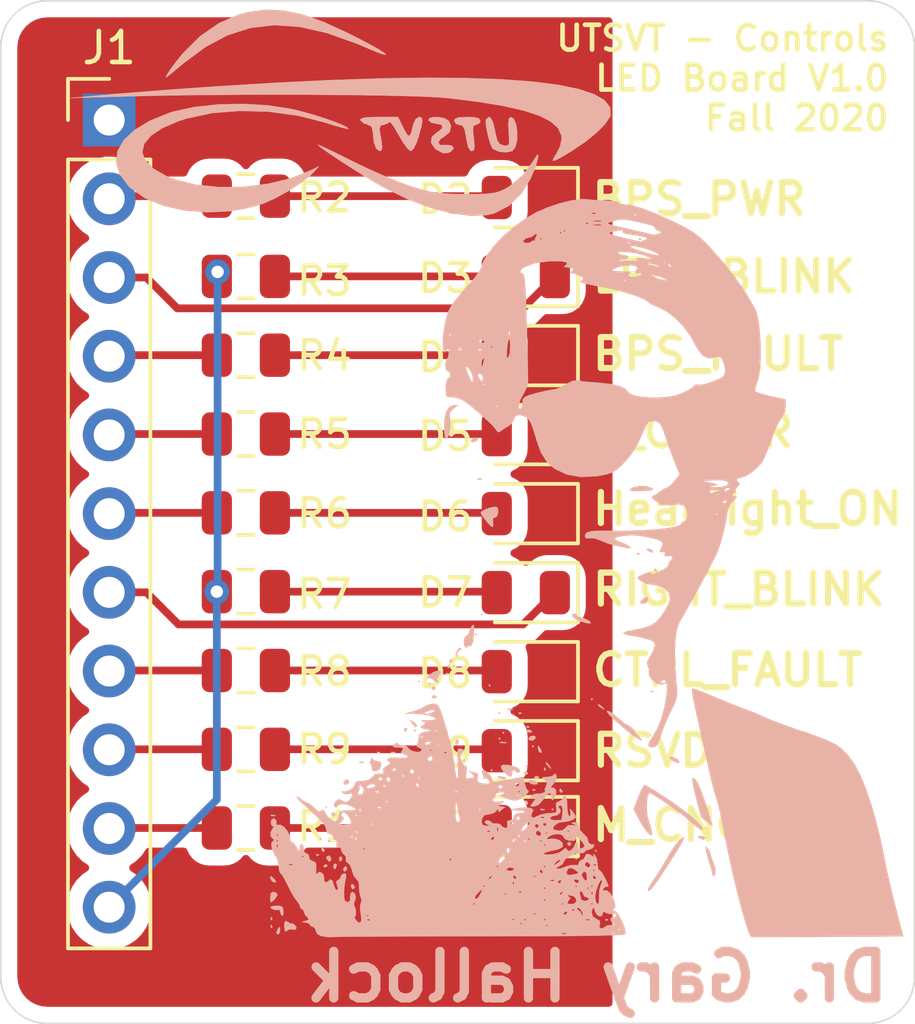
<source format=kicad_pcb>
(kicad_pcb (version 20171130) (host pcbnew "(5.1.5)-3")

  (general
    (thickness 1.6)
    (drawings 19)
    (tracks 50)
    (zones 0)
    (modules 21)
    (nets 21)
  )

  (page A4)
  (layers
    (0 F.Cu signal)
    (31 B.Cu signal)
    (32 B.Adhes user)
    (33 F.Adhes user)
    (34 B.Paste user)
    (35 F.Paste user)
    (36 B.SilkS user)
    (37 F.SilkS user)
    (38 B.Mask user)
    (39 F.Mask user)
    (40 Dwgs.User user)
    (41 Cmts.User user)
    (42 Eco1.User user)
    (43 Eco2.User user)
    (44 Edge.Cuts user)
    (45 Margin user)
    (46 B.CrtYd user)
    (47 F.CrtYd user)
    (48 B.Fab user)
    (49 F.Fab user hide)
  )

  (setup
    (last_trace_width 0.25)
    (trace_clearance 0.2)
    (zone_clearance 0.508)
    (zone_45_only no)
    (trace_min 0.2)
    (via_size 0.8)
    (via_drill 0.4)
    (via_min_size 0.4)
    (via_min_drill 0.3)
    (uvia_size 0.3)
    (uvia_drill 0.1)
    (uvias_allowed no)
    (uvia_min_size 0.2)
    (uvia_min_drill 0.1)
    (edge_width 0.05)
    (segment_width 0.2)
    (pcb_text_width 0.3)
    (pcb_text_size 1.5 1.5)
    (mod_edge_width 0.12)
    (mod_text_size 1 1)
    (mod_text_width 0.15)
    (pad_size 1.524 1.524)
    (pad_drill 0.762)
    (pad_to_mask_clearance 0.051)
    (solder_mask_min_width 0.25)
    (aux_axis_origin 0 0)
    (visible_elements 7FFFFFFF)
    (pcbplotparams
      (layerselection 0x010fc_ffffffff)
      (usegerberextensions false)
      (usegerberattributes false)
      (usegerberadvancedattributes false)
      (creategerberjobfile false)
      (excludeedgelayer true)
      (linewidth 0.100000)
      (plotframeref false)
      (viasonmask false)
      (mode 1)
      (useauxorigin false)
      (hpglpennumber 1)
      (hpglpenspeed 20)
      (hpglpendiameter 15.000000)
      (psnegative false)
      (psa4output false)
      (plotreference true)
      (plotvalue true)
      (plotinvisibletext false)
      (padsonsilk false)
      (subtractmaskfromsilk false)
      (outputformat 1)
      (mirror false)
      (drillshape 1)
      (scaleselection 1)
      (outputdirectory ""))
  )

  (net 0 "")
  (net 1 "Net-(D2-Pad2)")
  (net 2 GNDPWR)
  (net 3 "Net-(D3-Pad2)")
  (net 4 "Net-(D3-Pad1)")
  (net 5 "Net-(D4-Pad2)")
  (net 6 "Net-(D5-Pad2)")
  (net 7 "Net-(D6-Pad2)")
  (net 8 "Net-(D7-Pad2)")
  (net 9 "Net-(D7-Pad1)")
  (net 10 "Net-(D8-Pad2)")
  (net 11 "Net-(D9-Pad2)")
  (net 12 "Net-(D10-Pad2)")
  (net 13 +3V3)
  (net 14 "Net-(J1-Pad10)")
  (net 15 "Net-(J1-Pad9)")
  (net 16 "Net-(J1-Pad8)")
  (net 17 "Net-(J1-Pad6)")
  (net 18 "Net-(J1-Pad5)")
  (net 19 "Net-(J1-Pad4)")
  (net 20 "Net-(J1-Pad2)")

  (net_class Default "This is the default net class."
    (clearance 0.2)
    (trace_width 0.25)
    (via_dia 0.8)
    (via_drill 0.4)
    (uvia_dia 0.3)
    (uvia_drill 0.1)
    (add_net +3V3)
    (add_net GNDPWR)
    (add_net "Net-(D10-Pad2)")
    (add_net "Net-(D2-Pad2)")
    (add_net "Net-(D3-Pad1)")
    (add_net "Net-(D3-Pad2)")
    (add_net "Net-(D4-Pad2)")
    (add_net "Net-(D5-Pad2)")
    (add_net "Net-(D6-Pad2)")
    (add_net "Net-(D7-Pad1)")
    (add_net "Net-(D7-Pad2)")
    (add_net "Net-(D8-Pad2)")
    (add_net "Net-(D9-Pad2)")
    (add_net "Net-(J1-Pad10)")
    (add_net "Net-(J1-Pad2)")
    (add_net "Net-(J1-Pad4)")
    (add_net "Net-(J1-Pad5)")
    (add_net "Net-(J1-Pad6)")
    (add_net "Net-(J1-Pad8)")
    (add_net "Net-(J1-Pad9)")
  )

  (module UTSVT_Special:Hallock_Image_Small (layer B.Cu) (tedit 0) (tstamp 5F702A65)
    (at 144.5 67.75 180)
    (fp_text reference G*** (at 0 0) (layer B.SilkS) hide
      (effects (font (size 1.524 1.524) (thickness 0.3)) (justify mirror))
    )
    (fp_text value LOGO (at 0.75 0) (layer B.SilkS) hide
      (effects (font (size 1.524 1.524) (thickness 0.3)) (justify mirror))
    )
    (fp_poly (pts (xy -0.846667 10.329334) (xy -0.855384 10.291583) (xy -0.889 10.287) (xy -0.941268 10.310234)
      (xy -0.931334 10.329334) (xy -0.855974 10.336934) (xy -0.846667 10.329334)) (layer B.SilkS) (width 0.01))
    (fp_poly (pts (xy 1.458654 -9.192321) (xy 1.4605 -9.2075) (xy 1.412178 -9.269154) (xy 1.397 -9.271)
      (xy 1.335345 -9.222678) (xy 1.3335 -9.2075) (xy 1.381821 -9.145845) (xy 1.397 -9.144)
      (xy 1.458654 -9.192321)) (layer B.SilkS) (width 0.01))
    (fp_poly (pts (xy 0.232833 -11.641666) (xy 0.224116 -11.679417) (xy 0.1905 -11.684) (xy 0.138232 -11.660766)
      (xy 0.148166 -11.641666) (xy 0.223526 -11.634066) (xy 0.232833 -11.641666)) (layer B.SilkS) (width 0.01))
    (fp_poly (pts (xy 5.271435 4.894666) (xy 5.374985 4.730165) (xy 5.430363 4.47241) (xy 5.437037 4.241956)
      (xy 5.420536 3.989467) (xy 5.39021 3.862781) (xy 5.345698 3.861418) (xy 5.286637 3.984896)
      (xy 5.273209 4.024041) (xy 5.232386 4.266418) (xy 5.243885 4.481794) (xy 5.261085 4.651251)
      (xy 5.218467 4.758714) (xy 5.136379 4.833586) (xy 4.98475 4.950177) (xy 5.125994 4.951589)
      (xy 5.271435 4.894666)) (layer B.SilkS) (width 0.01))
    (fp_poly (pts (xy 4.525493 3.871549) (xy 4.572 3.803207) (xy 4.535919 3.754463) (xy 4.415992 3.781218)
      (xy 4.396979 3.788687) (xy 4.344468 3.849621) (xy 4.351387 3.876151) (xy 4.427778 3.904603)
      (xy 4.525493 3.871549)) (layer B.SilkS) (width 0.01))
    (fp_poly (pts (xy 4.364302 2.578365) (xy 4.345363 2.549504) (xy 4.280958 2.545014) (xy 4.213201 2.560522)
      (xy 4.242593 2.583378) (xy 4.341836 2.590948) (xy 4.364302 2.578365)) (layer B.SilkS) (width 0.01))
    (fp_poly (pts (xy -0.694074 2.307026) (xy -0.603601 2.262359) (xy -0.555591 2.217414) (xy -0.577655 2.192102)
      (xy -0.688169 2.181967) (xy -0.905509 2.182555) (xy -0.931047 2.182984) (xy -1.160321 2.19066)
      (xy -1.280037 2.206465) (xy -1.307575 2.234686) (xy -1.276208 2.268106) (xy -1.113883 2.330502)
      (xy -0.898598 2.343294) (xy -0.694074 2.307026)) (layer B.SilkS) (width 0.01))
    (fp_poly (pts (xy 3.95694 1.640099) (xy 4.110532 1.585025) (xy 4.224647 1.522285) (xy 4.2545 1.481517)
      (xy 4.217377 1.401468) (xy 4.12786 1.27459) (xy 4.018724 1.141523) (xy 3.922742 1.042907)
      (xy 3.879074 1.016) (xy 3.851161 1.068971) (xy 3.858462 1.177386) (xy 3.860997 1.297999)
      (xy 3.803539 1.320261) (xy 3.73432 1.356843) (xy 3.694079 1.46448) (xy 3.6947 1.588383)
      (xy 3.729881 1.659782) (xy 3.81351 1.670641) (xy 3.95694 1.640099)) (layer B.SilkS) (width 0.01))
    (fp_poly (pts (xy -1.084063 0.306252) (xy -1.130222 0.262353) (xy -1.143 0.254) (xy -1.259344 0.197906)
      (xy -1.314874 0.207229) (xy -1.30175 0.254) (xy -1.211129 0.309252) (xy -1.155128 0.316528)
      (xy -1.084063 0.306252)) (layer B.SilkS) (width 0.01))
    (fp_poly (pts (xy -0.783167 0.169334) (xy -0.791884 0.131583) (xy -0.8255 0.127) (xy -0.877768 0.150234)
      (xy -0.867834 0.169334) (xy -0.792474 0.176934) (xy -0.783167 0.169334)) (layer B.SilkS) (width 0.01))
    (fp_poly (pts (xy -1.353423 -0.358517) (xy -1.36525 -0.381) (xy -1.425081 -0.441642) (xy -1.436246 -0.4445)
      (xy -1.440578 -0.403482) (xy -1.42875 -0.381) (xy -1.36892 -0.320357) (xy -1.357755 -0.3175)
      (xy -1.353423 -0.358517)) (layer B.SilkS) (width 0.01))
    (fp_poly (pts (xy -1.043095 -1.268269) (xy -1.016 -1.284736) (xy -0.917063 -1.3646) (xy -0.889 -1.412274)
      (xy -0.937126 -1.454716) (xy -1.034929 -1.452319) (xy -1.100667 -1.418166) (xy -1.1405 -1.321907)
      (xy -1.143 -1.290628) (xy -1.123221 -1.238189) (xy -1.043095 -1.268269)) (layer B.SilkS) (width 0.01))
    (fp_poly (pts (xy 4.2545 -1.80975) (xy 4.22275 -1.8415) (xy 4.191 -1.80975) (xy 4.22275 -1.778)
      (xy 4.2545 -1.80975)) (layer B.SilkS) (width 0.01))
    (fp_poly (pts (xy 1.307042 -1.805755) (xy 1.286229 -1.872594) (xy 1.192074 -1.953878) (xy 1.056912 -2.02004)
      (xy 0.861093 -2.079289) (xy 0.735323 -2.095846) (xy 0.69476 -2.072866) (xy 0.754564 -2.013501)
      (xy 0.825474 -1.971886) (xy 0.977545 -1.903498) (xy 1.081251 -1.879544) (xy 1.095349 -1.883045)
      (xy 1.140424 -1.865417) (xy 1.143 -1.845247) (xy 1.194228 -1.785262) (xy 1.236257 -1.778)
      (xy 1.307042 -1.805755)) (layer B.SilkS) (width 0.01))
    (fp_poly (pts (xy 4.445 -2.44475) (xy 4.41325 -2.4765) (xy 4.3815 -2.44475) (xy 4.41325 -2.413)
      (xy 4.445 -2.44475)) (layer B.SilkS) (width 0.01))
    (fp_poly (pts (xy 4.521812 -2.157328) (xy 4.54971 -2.192949) (xy 4.618849 -2.321558) (xy 4.6355 -2.393386)
      (xy 4.671526 -2.469822) (xy 4.69472 -2.4765) (xy 4.76499 -2.529732) (xy 4.800066 -2.652992)
      (xy 4.788895 -2.791622) (xy 4.768303 -2.840343) (xy 4.715957 -2.900915) (xy 4.70093 -2.869627)
      (xy 4.665935 -2.815483) (xy 4.639887 -2.823038) (xy 4.561563 -2.816589) (xy 4.506848 -2.689579)
      (xy 4.477474 -2.446546) (xy 4.475019 -2.391017) (xy 4.472268 -2.210978) (xy 4.485554 -2.139215)
      (xy 4.521812 -2.157328)) (layer B.SilkS) (width 0.01))
    (fp_poly (pts (xy 4.99212 -2.932906) (xy 5.059978 -3.047415) (xy 5.060633 -3.121138) (xy 5.0248 -3.163427)
      (xy 5.013993 -3.14325) (xy 5.008171 -3.038266) (xy 5.00898 -3.032125) (xy 4.968555 -2.986)
      (xy 4.953 -2.9845) (xy 4.893599 -2.934581) (xy 4.8895 -2.907392) (xy 4.921712 -2.878363)
      (xy 4.99212 -2.932906)) (layer B.SilkS) (width 0.01))
    (fp_poly (pts (xy 5.267915 -3.284595) (xy 5.2705 -3.302) (xy 5.248834 -3.363849) (xy 5.242497 -3.3655)
      (xy 5.188283 -3.321003) (xy 5.17525 -3.302) (xy 5.180284 -3.243485) (xy 5.203252 -3.2385)
      (xy 5.267915 -3.284595)) (layer B.SilkS) (width 0.01))
    (fp_poly (pts (xy 5.1435 -3.46075) (xy 5.11175 -3.4925) (xy 5.08 -3.46075) (xy 5.11175 -3.429)
      (xy 5.1435 -3.46075)) (layer B.SilkS) (width 0.01))
    (fp_poly (pts (xy 5.312833 -3.450166) (xy 5.320433 -3.525526) (xy 5.312833 -3.534833) (xy 5.275082 -3.526116)
      (xy 5.2705 -3.4925) (xy 5.293733 -3.440232) (xy 5.312833 -3.450166)) (layer B.SilkS) (width 0.01))
    (fp_poly (pts (xy 5.376333 -3.704166) (xy 5.367616 -3.741917) (xy 5.334 -3.7465) (xy 5.281732 -3.723266)
      (xy 5.291666 -3.704166) (xy 5.367026 -3.696566) (xy 5.376333 -3.704166)) (layer B.SilkS) (width 0.01))
    (fp_poly (pts (xy 6.2865 -3.96875) (xy 6.25475 -4.0005) (xy 6.223 -3.96875) (xy 6.25475 -3.937)
      (xy 6.2865 -3.96875)) (layer B.SilkS) (width 0.01))
    (fp_poly (pts (xy 5.774966 -3.659858) (xy 5.91434 -3.75058) (xy 5.989948 -3.831428) (xy 5.979724 -3.858649)
      (xy 5.969566 -3.856602) (xy 5.848403 -3.875691) (xy 5.790406 -3.916022) (xy 5.682095 -3.985806)
      (xy 5.631089 -3.995486) (xy 5.59326 -3.980304) (xy 5.63398 -3.958993) (xy 5.673168 -3.906819)
      (xy 5.626112 -3.797472) (xy 5.610802 -3.773506) (xy 5.546885 -3.664557) (xy 5.562233 -3.624756)
      (xy 5.637162 -3.6195) (xy 5.774966 -3.659858)) (layer B.SilkS) (width 0.01))
    (fp_poly (pts (xy 5.947833 -4.021666) (xy 5.939116 -4.059417) (xy 5.9055 -4.064) (xy 5.853232 -4.040766)
      (xy 5.863166 -4.021666) (xy 5.938526 -4.014066) (xy 5.947833 -4.021666)) (layer B.SilkS) (width 0.01))
    (fp_poly (pts (xy 4.0005 -4.09575) (xy 3.96875 -4.1275) (xy 3.937 -4.09575) (xy 3.96875 -4.064)
      (xy 4.0005 -4.09575)) (layer B.SilkS) (width 0.01))
    (fp_poly (pts (xy 5.840154 -4.175821) (xy 5.842 -4.191) (xy 5.793678 -4.252654) (xy 5.7785 -4.2545)
      (xy 5.716845 -4.206178) (xy 5.715 -4.191) (xy 5.763321 -4.129345) (xy 5.7785 -4.1275)
      (xy 5.840154 -4.175821)) (layer B.SilkS) (width 0.01))
    (fp_poly (pts (xy -1.227667 -4.275666) (xy -1.236384 -4.313417) (xy -1.27 -4.318) (xy -1.322268 -4.294766)
      (xy -1.312334 -4.275666) (xy -1.236974 -4.268066) (xy -1.227667 -4.275666)) (layer B.SilkS) (width 0.01))
    (fp_poly (pts (xy 5.782887 -4.415961) (xy 5.839193 -4.477262) (xy 5.775062 -4.507257) (xy 5.743002 -4.5085)
      (xy 5.6776 -4.477257) (xy 5.68389 -4.443964) (xy 5.759991 -4.407332) (xy 5.782887 -4.415961)) (layer B.SilkS) (width 0.01))
    (fp_poly (pts (xy 0.6985 -4.54025) (xy 0.66675 -4.572) (xy 0.635 -4.54025) (xy 0.66675 -4.5085)
      (xy 0.6985 -4.54025)) (layer B.SilkS) (width 0.01))
    (fp_poly (pts (xy 3.381375 -4.847445) (xy 3.389352 -4.870622) (xy 3.302 -4.879473) (xy 3.211853 -4.869494)
      (xy 3.222625 -4.847445) (xy 3.352631 -4.839058) (xy 3.381375 -4.847445)) (layer B.SilkS) (width 0.01))
    (fp_poly (pts (xy 0.448154 -4.755424) (xy 0.362237 -4.819625) (xy 0.26695 -4.87385) (xy 0.271827 -4.853472)
      (xy 0.331863 -4.789251) (xy 0.424763 -4.713562) (xy 0.47185 -4.705183) (xy 0.448154 -4.755424)) (layer B.SilkS) (width 0.01))
    (fp_poly (pts (xy 3.683 -4.98475) (xy 3.65125 -5.0165) (xy 3.6195 -4.98475) (xy 3.65125 -4.953)
      (xy 3.683 -4.98475)) (layer B.SilkS) (width 0.01))
    (fp_poly (pts (xy 3.026833 -4.974166) (xy 3.018116 -5.011917) (xy 2.9845 -5.0165) (xy 2.932232 -4.993266)
      (xy 2.942166 -4.974166) (xy 3.017526 -4.966566) (xy 3.026833 -4.974166)) (layer B.SilkS) (width 0.01))
    (fp_poly (pts (xy 3.2385 -5.04825) (xy 3.20675 -5.08) (xy 3.175 -5.04825) (xy 3.20675 -5.0165)
      (xy 3.2385 -5.04825)) (layer B.SilkS) (width 0.01))
    (fp_poly (pts (xy 6.528036 -5.241061) (xy 6.479093 -5.307728) (xy 6.402911 -5.408921) (xy 6.374327 -5.449349)
      (xy 6.337662 -5.426393) (xy 6.32283 -5.40491) (xy 6.341022 -5.331662) (xy 6.427596 -5.263289)
      (xy 6.526559 -5.215319) (xy 6.528036 -5.241061)) (layer B.SilkS) (width 0.01))
    (fp_poly (pts (xy 2.772833 -5.418666) (xy 2.764116 -5.456417) (xy 2.7305 -5.461) (xy 2.678232 -5.437766)
      (xy 2.688166 -5.418666) (xy 2.763526 -5.411066) (xy 2.772833 -5.418666)) (layer B.SilkS) (width 0.01))
    (fp_poly (pts (xy 6.728415 -5.507095) (xy 6.731 -5.5245) (xy 6.709334 -5.586349) (xy 6.702997 -5.588)
      (xy 6.648783 -5.543503) (xy 6.63575 -5.5245) (xy 6.640784 -5.465985) (xy 6.663752 -5.461)
      (xy 6.728415 -5.507095)) (layer B.SilkS) (width 0.01))
    (fp_poly (pts (xy 6.4135 -5.55625) (xy 6.38175 -5.588) (xy 6.35 -5.55625) (xy 6.38175 -5.5245)
      (xy 6.4135 -5.55625)) (layer B.SilkS) (width 0.01))
    (fp_poly (pts (xy 3.556 -5.61975) (xy 3.52425 -5.6515) (xy 3.4925 -5.61975) (xy 3.52425 -5.588)
      (xy 3.556 -5.61975)) (layer B.SilkS) (width 0.01))
    (fp_poly (pts (xy 2.783472 -5.538085) (xy 2.794 -5.549456) (xy 2.744345 -5.590401) (xy 2.69875 -5.610963)
      (xy 2.616983 -5.612283) (xy 2.6035 -5.586007) (xy 2.654962 -5.531429) (xy 2.69875 -5.5245)
      (xy 2.783472 -5.538085)) (layer B.SilkS) (width 0.01))
    (fp_poly (pts (xy 3.683 -5.81025) (xy 3.65125 -5.842) (xy 3.6195 -5.81025) (xy 3.65125 -5.7785)
      (xy 3.683 -5.81025)) (layer B.SilkS) (width 0.01))
    (fp_poly (pts (xy 2.665669 -5.747006) (xy 2.710952 -5.812981) (xy 2.68391 -5.860793) (xy 2.585864 -5.867936)
      (xy 2.555875 -5.859889) (xy 2.481946 -5.796227) (xy 2.504539 -5.731333) (xy 2.568002 -5.715)
      (xy 2.665669 -5.747006)) (layer B.SilkS) (width 0.01))
    (fp_poly (pts (xy 0.18257 -4.942327) (xy 0.103475 -5.042965) (xy -0.054894 -5.200078) (xy -0.168345 -5.302792)
      (xy -0.406291 -5.505733) (xy -0.622178 -5.676742) (xy -0.797486 -5.802478) (xy -0.913696 -5.869602)
      (xy -0.9525 -5.867612) (xy -0.909545 -5.799521) (xy -0.815784 -5.706573) (xy -0.734095 -5.623063)
      (xy -0.728803 -5.588002) (xy -0.729098 -5.588) (xy -0.72026 -5.554855) (xy -0.633255 -5.473533)
      (xy -0.614054 -5.458152) (xy -0.497307 -5.37399) (xy -0.432947 -5.342072) (xy -0.430865 -5.342833)
      (xy -0.378074 -5.313352) (xy -0.267763 -5.222038) (xy -0.22225 -5.180726) (xy -0.071783 -5.051696)
      (xy 0.058683 -4.956646) (xy 0.079375 -4.944562) (xy 0.176501 -4.906686) (xy 0.18257 -4.942327)) (layer B.SilkS) (width 0.01))
    (fp_poly (pts (xy 3.636583 -5.927348) (xy 3.638694 -5.948194) (xy 3.539287 -5.956707) (xy 3.52425 -5.95662)
      (xy 3.425764 -5.947464) (xy 3.435165 -5.928137) (xy 3.446083 -5.924995) (xy 3.584406 -5.915698)
      (xy 3.636583 -5.927348)) (layer B.SilkS) (width 0.01))
    (fp_poly (pts (xy 5.074273 -5.918724) (xy 5.06649 -5.977778) (xy 5.031516 -6.025578) (xy 4.990017 -5.977522)
      (xy 4.966716 -5.884038) (xy 4.978391 -5.858941) (xy 5.041166 -5.848514) (xy 5.074273 -5.918724)) (layer B.SilkS) (width 0.01))
    (fp_poly (pts (xy 2.6035 -6.06425) (xy 2.57175 -6.096) (xy 2.54 -6.06425) (xy 2.57175 -6.0325)
      (xy 2.6035 -6.06425)) (layer B.SilkS) (width 0.01))
    (fp_poly (pts (xy 1.342972 11.552093) (xy 1.707452 11.461957) (xy 2.085904 11.335694) (xy 2.445759 11.181419)
      (xy 2.459985 11.174446) (xy 2.822536 10.965692) (xy 3.182162 10.705024) (xy 3.518839 10.412309)
      (xy 3.812546 10.107415) (xy 4.043259 9.810207) (xy 4.190956 9.540554) (xy 4.227807 9.420337)
      (xy 4.290171 9.287542) (xy 4.427614 9.09319) (xy 4.621942 8.861921) (xy 4.713686 8.762308)
      (xy 4.919721 8.530499) (xy 5.102962 8.299597) (xy 5.236918 8.104139) (xy 5.280236 8.023702)
      (xy 5.367974 7.764214) (xy 5.436312 7.44645) (xy 5.47673 7.124334) (xy 5.480707 6.851791)
      (xy 5.474518 6.794322) (xy 5.449138 6.668559) (xy 5.414156 6.653401) (xy 5.366201 6.709372)
      (xy 5.309197 6.77305) (xy 5.288628 6.732818) (xy 5.286375 6.646613) (xy 5.304822 6.507541)
      (xy 5.341937 6.440345) (xy 5.386825 6.360173) (xy 5.398092 6.232715) (xy 5.37897 6.111163)
      (xy 5.33269 6.048707) (xy 5.318125 6.048375) (xy 5.254291 6.009401) (xy 5.23875 5.93725)
      (xy 5.265798 5.839417) (xy 5.304513 5.821588) (xy 5.344955 5.771318) (xy 5.374969 5.629393)
      (xy 5.383893 5.519963) (xy 5.388174 5.333859) (xy 5.367067 5.241636) (xy 5.301503 5.210332)
      (xy 5.20283 5.207) (xy 5.025949 5.188166) (xy 4.854353 5.120777) (xy 4.656618 4.988509)
      (xy 4.445 4.813293) (xy 4.177597 4.578693) (xy 3.99089 4.409446) (xy 3.868191 4.289383)
      (xy 3.792813 4.202334) (xy 3.7547 4.14441) (xy 3.694787 4.07392) (xy 3.61685 4.104292)
      (xy 3.587122 4.128021) (xy 3.438278 4.231695) (xy 3.342852 4.285361) (xy 3.22672 4.394774)
      (xy 3.186458 4.494215) (xy 3.119435 4.607402) (xy 2.979607 4.634768) (xy 2.798534 4.574427)
      (xy 2.717888 4.508386) (xy 2.644059 4.389213) (xy 2.567089 4.195048) (xy 2.477019 3.90403)
      (xy 2.450281 3.81) (xy 2.310723 3.423163) (xy 2.130197 3.133969) (xy 1.891148 2.915235)
      (xy 1.857671 2.892415) (xy 1.468928 2.710347) (xy 1.014102 2.631601) (xy 0.503113 2.657754)
      (xy 0.441895 2.66744) (xy 0.182984 2.7186) (xy 0.000438 2.781965) (xy -0.155864 2.881148)
      (xy -0.323596 3.028097) (xy -0.587027 3.335877) (xy -0.837885 3.748077) (xy -1.062555 4.242119)
      (xy -1.075096 4.274365) (xy -1.145432 4.399645) (xy -1.254131 4.437488) (xy -1.344657 4.433115)
      (xy -1.445219 4.415791) (xy -1.517886 4.370941) (xy -1.580316 4.273507) (xy -1.650168 4.09843)
      (xy -1.716651 3.90525) (xy -1.817874 3.613789) (xy -1.925381 3.318103) (xy -2.01757 3.07746)
      (xy -2.025784 3.057053) (xy -2.163667 2.716856) (xy -1.999352 2.501428) (xy -1.879552 2.367788)
      (xy -1.7772 2.292269) (xy -1.752735 2.286) (xy -1.648951 2.247218) (xy -1.524 2.159)
      (xy -1.403854 2.068718) (xy -1.323784 2.032) (xy -1.267748 1.998886) (xy -1.290459 1.929292)
      (xy -1.372934 1.867839) (xy -1.397 1.8599) (xy -1.500025 1.805793) (xy -1.524 1.761548)
      (xy -1.583812 1.727624) (xy -1.755361 1.723876) (xy -1.894384 1.735121) (xy -2.151914 1.747841)
      (xy -2.309548 1.711201) (xy -2.389222 1.611705) (xy -2.412871 1.435858) (xy -2.413 1.41605)
      (xy -2.389668 1.256772) (xy -2.31775 1.2065) (xy -2.233437 1.161492) (xy -2.2225 1.122554)
      (xy -2.161947 1.069317) (xy -1.992042 1.020004) (xy -1.730416 0.976521) (xy -1.394702 0.940777)
      (xy -1.002532 0.914678) (xy -0.571537 0.900132) (xy -0.152787 0.898629) (xy 0.235872 0.900736)
      (xy 0.515146 0.894896) (xy 0.702553 0.878096) (xy 0.815614 0.847328) (xy 0.871846 0.799582)
      (xy 0.888769 0.731845) (xy 0.889 0.719619) (xy 0.852749 0.651171) (xy 0.741958 0.658138)
      (xy 0.575901 0.6523) (xy 0.378694 0.580063) (xy 0.376833 0.579077) (xy 0.159784 0.488093)
      (xy -0.075877 0.422272) (xy -0.09525 0.41867) (xy -0.287141 0.381909) (xy -0.439063 0.347449)
      (xy -0.460375 0.341586) (xy -0.563883 0.325909) (xy -0.5759 0.356759) (xy -0.513318 0.41446)
      (xy -0.393029 0.47934) (xy -0.3175 0.508) (xy -0.160918 0.57026) (xy -0.071525 0.626311)
      (xy -0.0635 0.641273) (xy -0.120478 0.68312) (xy -0.26533 0.719012) (xy -0.458932 0.743962)
      (xy -0.662162 0.752982) (xy -0.835898 0.741083) (xy -0.84039 0.740326) (xy -1.182961 0.677524)
      (xy -1.415417 0.623106) (xy -1.553624 0.569375) (xy -1.613445 0.508635) (xy -1.610744 0.43319)
      (xy -1.586166 0.378507) (xy -1.529463 0.244682) (xy -1.555244 0.199468) (xy -1.626321 0.216177)
      (xy -1.698627 0.22161) (xy -1.688877 0.151818) (xy -1.683495 0.077894) (xy -1.769958 0.079835)
      (xy -1.776994 0.081636) (xy -1.903682 0.084669) (xy -1.938191 0.024479) (xy -1.87325 -0.0635)
      (xy -1.80921 -0.150028) (xy -1.810355 -0.191478) (xy -1.780903 -0.251091) (xy -1.669981 -0.340558)
      (xy -1.615526 -0.374783) (xy -1.442576 -0.461595) (xy -1.305158 -0.504098) (xy -1.23029 -0.497034)
      (xy -1.235635 -0.448732) (xy -1.207167 -0.434545) (xy -1.093146 -0.466372) (xy -1.016185 -0.496357)
      (xy -0.860123 -0.56508) (xy -0.806002 -0.612516) (xy -0.838525 -0.666203) (xy -0.895088 -0.714375)
      (xy -1.061223 -0.802125) (xy -1.19766 -0.83033) (xy -1.405932 -0.859442) (xy -1.602781 -0.92418)
      (xy -1.75028 -1.008058) (xy -1.8105 -1.094589) (xy -1.81056 -1.096733) (xy -1.836136 -1.21229)
      (xy -1.855336 -1.241502) (xy -1.858312 -1.32513) (xy -1.801085 -1.475755) (xy -1.702062 -1.660626)
      (xy -1.57965 -1.846992) (xy -1.452256 -2.002104) (xy -1.400185 -2.051326) (xy -1.214267 -2.165304)
      (xy -0.950401 -2.25046) (xy -0.728982 -2.294454) (xy -0.481475 -2.343275) (xy -0.360357 -2.387031)
      (xy -0.365251 -2.428348) (xy -0.495777 -2.46985) (xy -0.6985 -2.506203) (xy -0.928691 -2.550715)
      (xy -1.144664 -2.606485) (xy -1.188799 -2.620699) (xy -1.325928 -2.682713) (xy -1.36742 -2.76194)
      (xy -1.354164 -2.853721) (xy -1.288609 -3.023696) (xy -1.191323 -3.193113) (xy -1.112591 -3.342522)
      (xy -1.12857 -3.442855) (xy -1.134425 -3.450417) (xy -1.175525 -3.574374) (xy -1.168655 -3.655255)
      (xy -1.189277 -3.792966) (xy -1.290537 -3.931756) (xy -1.433162 -4.036242) (xy -1.577882 -4.071036)
      (xy -1.61925 -4.061257) (xy -1.742849 -4.010814) (xy -1.755794 -4.213973) (xy -1.741349 -4.41325)
      (xy -1.676699 -4.798593) (xy -1.570011 -5.179627) (xy -1.435247 -5.514384) (xy -1.297986 -5.746041)
      (xy -1.177211 -5.929603) (xy -1.15411 -6.0416) (xy -1.228471 -6.091387) (xy -1.290154 -6.096)
      (xy -1.380063 -6.076764) (xy -1.448795 -6.000818) (xy -1.515963 -5.840803) (xy -1.551911 -5.730875)
      (xy -1.641567 -5.482625) (xy -1.764695 -5.188172) (xy -1.889378 -4.922088) (xy -1.996761 -4.702877)
      (xy -2.059617 -4.541402) (xy -2.085825 -4.391938) (xy -2.083266 -4.208762) (xy -2.065457 -4.009276)
      (xy -1.742751 -4.009276) (xy -1.61925 -4.00399) (xy -1.536391 -3.990046) (xy -1.571108 -3.948927)
      (xy -1.585825 -3.939379) (xy -1.686297 -3.917213) (xy -1.74266 -4.007849) (xy -1.742751 -4.009276)
      (xy -2.065457 -4.009276) (xy -2.05982 -3.946147) (xy -2.059002 -3.937838) (xy -2.042741 -3.71475)
      (xy -1.778 -3.71475) (xy -1.74625 -3.7465) (xy -1.7145 -3.71475) (xy -1.74625 -3.683)
      (xy -1.778 -3.71475) (xy -2.042741 -3.71475) (xy -2.022279 -3.434053) (xy -2.014016 -2.976914)
      (xy -2.033224 -2.585629) (xy -2.078914 -2.279402) (xy -2.150099 -2.077441) (xy -2.155166 -2.069048)
      (xy -2.258852 -1.894914) (xy -2.404245 -1.639597) (xy -2.57691 -1.329627) (xy -2.762411 -0.99153)
      (xy -2.946311 -0.651836) (xy -3.114175 -0.337071) (xy -3.251565 -0.073764) (xy -3.344047 0.111557)
      (xy -3.357223 0.139865) (xy -3.472026 0.444443) (xy -3.579879 0.822444) (xy -3.666888 1.220481)
      (xy -3.700933 1.439334) (xy -3.407834 1.439334) (xy -3.399117 1.401583) (xy -3.3655 1.397)
      (xy -3.313233 1.420234) (xy -3.323167 1.439334) (xy -3.398527 1.446934) (xy -3.407834 1.439334)
      (xy -3.700933 1.439334) (xy -3.709165 1.49225) (xy -3.772194 1.714565) (xy -3.870352 1.833371)
      (xy -3.883466 1.845248) (xy -3.683 1.845248) (xy -3.636905 1.780585) (xy -3.6195 1.778)
      (xy -3.557651 1.799666) (xy -3.556 1.806003) (xy -3.600497 1.860217) (xy -3.6195 1.87325)
      (xy -3.678015 1.868216) (xy -3.683 1.845248) (xy -3.883466 1.845248) (xy -3.956139 1.911062)
      (xy -4.000851 1.984948) (xy -3.990715 2.020546) (xy -3.937 2.00025) (xy -3.883204 2.01533)
      (xy -3.873501 2.06375) (xy -3.429 2.06375) (xy -3.39725 2.032) (xy -3.3655 2.06375)
      (xy -3.39725 2.0955) (xy -3.429 2.06375) (xy -3.873501 2.06375) (xy -3.8735 2.063751)
      (xy -3.905427 2.131437) (xy -3.946812 2.121187) (xy -3.989995 2.113393) (xy -3.972203 2.153414)
      (xy -3.977656 2.250631) (xy -3.998003 2.274541) (xy -3.804158 2.274541) (xy -3.758664 2.230455)
      (xy -3.7465 2.2225) (xy -3.650949 2.167054) (xy -3.621497 2.183544) (xy -3.62095 2.194224)
      (xy -3.463283 2.194224) (xy -3.370077 2.160468) (xy -3.3655 2.159) (xy -3.243283 2.119043)
      (xy -3.194623 2.10183) (xy -3.156587 2.138821) (xy -3.14325 2.159) (xy -3.168688 2.201687)
      (xy -3.29618 2.216533) (xy -3.314128 2.216171) (xy -3.44766 2.209423) (xy -3.463283 2.194224)
      (xy -3.62095 2.194224) (xy -3.6195 2.2225) (xy -3.671858 2.275871) (xy -3.730625 2.285028)
      (xy -3.804158 2.274541) (xy -3.998003 2.274541) (xy -4.041767 2.325965) (xy -4.114258 2.408347)
      (xy -4.105752 2.41965) (xy -3.7465 2.41965) (xy -3.6859 2.350439) (xy -3.509978 2.310378)
      (xy -3.302 2.30088) (xy -3.07975 2.301026) (xy -3.27025 2.344066) (xy -3.379018 2.371604)
      (xy -3.392192 2.392868) (xy -3.298842 2.419478) (xy -3.175 2.445322) (xy -2.88925 2.503539)
      (xy -3.230931 2.525376) (xy -3.510168 2.531035) (xy -3.677524 2.503155) (xy -3.744219 2.439437)
      (xy -3.7465 2.41965) (xy -4.105752 2.41965) (xy -4.079875 2.454031) (xy -4.004278 2.522982)
      (xy -4.037319 2.586981) (xy -4.11479 2.603501) (xy -4.279613 2.649699) (xy -4.479673 2.768216)
      (xy -4.675137 2.928933) (xy -4.826168 3.101732) (xy -4.867814 3.172843) (xy -4.94051 3.341316)
      (xy -5.035689 3.58284) (xy -5.134877 3.850253) (xy -5.152265 3.899003) (xy -5.251064 4.151159)
      (xy -5.35396 4.370551) (xy -5.442043 4.517774) (xy -5.458976 4.538095) (xy -5.564547 4.734168)
      (xy -5.588 4.905137) (xy -5.588001 5.134838) (xy -5.111528 5.240843) (xy -4.880554 5.297517)
      (xy -4.702201 5.351187) (xy -4.609265 5.391753) (xy -4.60395 5.397178) (xy -4.607061 5.482079)
      (xy -4.652416 5.633732) (xy -4.675568 5.69238) (xy -4.73346 5.913495) (xy -4.744115 6.006567)
      (xy -3.631734 6.006567) (xy -3.594572 5.900046) (xy -3.489609 5.823304) (xy -3.311082 5.739902)
      (xy -3.103548 5.665455) (xy -2.911564 5.615578) (xy -2.779686 5.605885) (xy -2.765793 5.609604)
      (xy -2.674964 5.615331) (xy -2.655228 5.597603) (xy -2.572875 5.516045) (xy -2.410283 5.418333)
      (xy -2.208777 5.325077) (xy -2.009681 5.256881) (xy -1.940894 5.241399) (xy -1.626561 5.202906)
      (xy -1.305973 5.193446) (xy -1.005637 5.21029) (xy -0.752061 5.250708) (xy -0.57175 5.311973)
      (xy -0.491397 5.390633) (xy -0.403432 5.488704) (xy -0.204029 5.57202) (xy 0.091684 5.636314)
      (xy 0.468578 5.677317) (xy 0.540189 5.681695) (xy 0.790687 5.699519) (xy 1.003324 5.722033)
      (xy 1.135813 5.744665) (xy 1.143403 5.746878) (xy 1.291104 5.734594) (xy 1.491391 5.632516)
      (xy 1.504994 5.623396) (xy 1.679275 5.523201) (xy 1.831988 5.465195) (xy 1.872115 5.45955)
      (xy 1.995973 5.443479) (xy 2.199027 5.402668) (xy 2.437963 5.345848) (xy 2.44475 5.344111)
      (xy 2.687514 5.274475) (xy 2.828113 5.212148) (xy 2.88988 5.144957) (xy 2.898375 5.107436)
      (xy 2.909625 4.961844) (xy 2.91425 4.905375) (xy 2.96536 4.831448) (xy 2.991383 4.826)
      (xy 3.033354 4.879315) (xy 3.027633 4.931834) (xy 3.704166 4.931834) (xy 3.712883 4.894083)
      (xy 3.7465 4.8895) (xy 3.798767 4.912734) (xy 3.788833 4.931834) (xy 3.713473 4.939434)
      (xy 3.704166 4.931834) (xy 3.027633 4.931834) (xy 3.020138 5.000625) (xy 2.951834 5.178612)
      (xy 2.849719 5.353778) (xy 2.759756 5.540404) (xy 2.745772 5.61975) (xy 4.1275 5.61975)
      (xy 4.15925 5.588) (xy 4.191 5.61975) (xy 4.15925 5.6515) (xy 4.1275 5.61975)
      (xy 2.745772 5.61975) (xy 2.725499 5.734778) (xy 2.727952 5.842) (xy 4.191 5.842)
      (xy 4.203414 5.738649) (xy 4.220515 5.715) (xy 4.269711 5.76361) (xy 4.302158 5.816284)
      (xy 4.509894 5.816284) (xy 4.513449 5.704541) (xy 4.531108 5.684774) (xy 4.576657 5.765695)
      (xy 4.636894 5.89656) (xy 4.710635 6.065716) (xy 4.755813 6.182159) (xy 4.7625 6.208027)
      (xy 4.722933 6.197298) (xy 4.6355 6.12775) (xy 4.533815 5.962652) (xy 4.509894 5.816284)
      (xy 4.302158 5.816284) (xy 4.318 5.842) (xy 4.353415 5.93966) (xy 4.302648 5.968667)
      (xy 4.288484 5.969) (xy 4.208444 5.915938) (xy 4.191 5.842) (xy 2.727952 5.842)
      (xy 2.742316 6.469807) (xy 4.134424 6.469807) (xy 4.147134 6.400365) (xy 4.149904 6.392432)
      (xy 4.188824 6.256136) (xy 4.198366 6.201932) (xy 4.2161 6.189349) (xy 4.236071 6.24562)
      (xy 4.224723 6.379605) (xy 4.187609 6.43612) (xy 4.134424 6.469807) (xy 2.742316 6.469807)
      (xy 2.74274 6.4883) (xy 2.751362 6.847417) (xy 3.302 6.847417) (xy 3.318158 6.611236)
      (xy 3.367542 6.493244) (xy 3.408439 6.477) (xy 3.416648 6.533581) (xy 3.412511 6.676905)
      (xy 3.408649 6.731) (xy 4.2545 6.731) (xy 4.277733 6.678733) (xy 4.296833 6.688667)
      (xy 4.301102 6.731) (xy 4.899526 6.731) (xy 4.909505 6.640854) (xy 4.931554 6.651625)
      (xy 4.939941 6.781632) (xy 4.931554 6.810375) (xy 4.908377 6.818353) (xy 4.899526 6.731)
      (xy 4.301102 6.731) (xy 4.304433 6.764027) (xy 4.296833 6.773334) (xy 4.259082 6.764617)
      (xy 4.2545 6.731) (xy 3.408649 6.731) (xy 3.406223 6.764967) (xy 3.398478 6.82625)
      (xy 3.8735 6.82625) (xy 3.90525 6.7945) (xy 3.937 6.82625) (xy 3.90525 6.858)
      (xy 3.8735 6.82625) (xy 3.398478 6.82625) (xy 3.379938 6.972931) (xy 3.375757 6.986993)
      (xy 4.1275 6.986993) (xy 4.174045 6.952055) (xy 4.22275 6.962037) (xy 4.306301 7.007109)
      (xy 4.318 7.023544) (xy 4.266147 7.045742) (xy 4.22275 7.0485) (xy 4.13823 7.015269)
      (xy 4.1275 6.986993) (xy 3.375757 6.986993) (xy 3.349139 7.076506) (xy 3.321386 7.069711)
      (xy 3.304242 6.946562) (xy 3.302 6.847417) (xy 2.751362 6.847417) (xy 2.75802 7.124675)
      (xy 2.761991 7.276042) (xy 3.307013 7.276042) (xy 3.318688 7.193682) (xy 3.340364 7.192698)
      (xy 3.342959 7.20725) (xy 5.207 7.20725) (xy 5.23875 7.1755) (xy 5.2705 7.20725)
      (xy 5.23875 7.239) (xy 5.207 7.20725) (xy 3.342959 7.20725) (xy 3.355523 7.277686)
      (xy 3.345377 7.314407) (xy 3.317181 7.338459) (xy 3.307013 7.276042) (xy 2.761991 7.276042)
      (xy 2.771902 7.653732) (xy 2.784952 8.085297) (xy 2.797733 8.429198) (xy 2.810809 8.695264)
      (xy 2.824746 8.893322) (xy 2.840107 9.033201) (xy 2.857456 9.124727) (xy 2.877358 9.177729)
      (xy 2.900377 9.202035) (xy 2.92489 9.2075) (xy 2.984212 9.240141) (xy 2.95636 9.315309)
      (xy 2.855418 9.398871) (xy 2.843118 9.405697) (xy 2.489749 9.534435) (xy 2.046899 9.594746)
      (xy 1.883966 9.598947) (xy 1.622969 9.589096) (xy 1.485541 9.558367) (xy 1.469862 9.506049)
      (xy 1.525838 9.45902) (xy 1.565249 9.416616) (xy 1.49283 9.400095) (xy 1.444625 9.398973)
      (xy 1.311641 9.373967) (xy 1.270356 9.317604) (xy 1.336761 9.25497) (xy 1.349375 9.249555)
      (xy 1.376702 9.221222) (xy 1.324883 9.212514) (xy 1.193892 9.18049) (xy 1.052426 9.120035)
      (xy 0.943733 9.055189) (xy 0.940663 9.014061) (xy 0.997543 8.984129) (xy 1.05109 8.946726)
      (xy 1.002975 8.910873) (xy 0.889 8.876205) (xy 0.687028 8.829002) (xy 0.441373 8.780494)
      (xy 0.34925 8.764526) (xy 0.005828 8.696988) (xy -0.336491 8.610365) (xy -0.651923 8.513238)
      (xy -0.914683 8.414188) (xy -1.098989 8.321797) (xy -1.172938 8.257934) (xy -1.251598 8.202951)
      (xy -1.402313 8.138323) (xy -1.44551 8.123514) (xy -1.723519 7.985425) (xy -2.016549 7.761045)
      (xy -2.291673 7.481686) (xy -2.515965 7.178658) (xy -2.599792 7.025888) (xy -2.772834 6.716124)
      (xy -2.9415 6.528116) (xy -3.111779 6.457043) (xy -3.268398 6.48771) (xy -3.415952 6.526079)
      (xy -3.517391 6.471107) (xy -3.590138 6.308826) (xy -3.615383 6.209508) (xy -3.631734 6.006567)
      (xy -4.744115 6.006567) (xy -4.769014 6.224051) (xy -4.783194 6.591031) (xy -4.776965 6.981423)
      (xy -4.751292 7.362211) (xy -4.707139 7.700383) (xy -4.645472 7.962923) (xy -4.606399 8.059378)
      (xy -4.325151 8.541486) (xy -4.033395 8.963679) (xy -1.774469 8.963679) (xy -1.747271 8.963963)
      (xy -1.693432 8.980456) (xy -1.625597 8.995834) (xy -0.423334 8.995834) (xy -0.414617 8.958083)
      (xy -0.381 8.9535) (xy -0.328733 8.976734) (xy -0.338667 8.995834) (xy -0.414027 9.003434)
      (xy -0.423334 8.995834) (xy -1.625597 8.995834) (xy -1.554197 9.01202) (xy -1.499194 9.017)
      (xy -1.390839 9.052665) (xy -1.298012 9.110204) (xy -1.226319 9.169771) (xy -1.249226 9.179744)
      (xy -1.376444 9.147729) (xy -1.556629 9.085123) (xy -1.693944 9.017981) (xy -1.774469 8.963679)
      (xy -4.033395 8.963679) (xy -3.964122 9.063922) (xy -3.85986 9.196641) (xy -0.930904 9.196641)
      (xy -0.913156 9.160579) (xy -0.889 9.144) (xy -0.763848 9.096016) (xy -0.62587 9.083644)
      (xy -0.526984 9.107607) (xy -0.508 9.138709) (xy -0.55759 9.21265) (xy -0.587375 9.228946)
      (xy -0.573143 9.246295) (xy -0.457584 9.259912) (xy -0.28575 9.266379) (xy -0.077772 9.270729)
      (xy 0.018764 9.281373) (xy 0.01941 9.306141) (xy -0.060287 9.352861) (xy -0.086634 9.366642)
      (xy -0.252408 9.423937) (xy -0.454002 9.456139) (xy -0.642411 9.459508) (xy -0.768627 9.430309)
      (xy -0.782616 9.419718) (xy -0.784397 9.343364) (xy -0.753674 9.292718) (xy -0.72532 9.22866)
      (xy -0.802491 9.207246) (xy -0.8336 9.206528) (xy -0.930904 9.196641) (xy -3.85986 9.196641)
      (xy -3.698425 9.402135) (xy -1.889432 9.402135) (xy -1.880746 9.398) (xy -1.851288 9.420725)
      (xy -1.496346 9.420725) (xy -1.422658 9.424813) (xy -1.36525 9.436755) (xy -1.223016 9.473528)
      (xy -1.148321 9.502158) (xy -1.148292 9.502183) (xy -1.155916 9.526343) (xy -1.239671 9.523917)
      (xy -1.353072 9.501396) (xy -1.449632 9.465268) (xy -1.4605 9.458599) (xy -1.496346 9.420725)
      (xy -1.851288 9.420725) (xy -1.822797 9.442703) (xy -1.80975 9.4615) (xy -1.793569 9.520866)
      (xy -1.802255 9.525) (xy -1.860204 9.480298) (xy -1.87325 9.4615) (xy -1.889432 9.402135)
      (xy -3.698425 9.402135) (xy -3.576961 9.55675) (xy -1.7145 9.55675) (xy -1.68275 9.525)
      (xy -1.651 9.55675) (xy -1.68275 9.5885) (xy -1.7145 9.55675) (xy -3.576961 9.55675)
      (xy -3.547564 9.594169) (xy -3.481394 9.668866) (xy -1.30175 9.668866) (xy -0.98425 9.692974)
      (xy -0.808705 9.701268) (xy -0.749942 9.689076) (xy -0.79375 9.657254) (xy -0.82345 9.626366)
      (xy -0.746031 9.608766) (xy -0.55336 9.603215) (xy -0.4445 9.604058) (xy -0.250492 9.609639)
      (xy -0.164122 9.618748) (xy -0.193489 9.63017) (xy -0.238125 9.634996) (xy -0.396628 9.664749)
      (xy -0.494168 9.709833) (xy -0.512282 9.753386) (xy -0.432505 9.778546) (xy -0.396875 9.779973)
      (xy -0.24732 9.816613) (xy -0.1905 9.847581) (xy -0.180687 9.883263) (xy -0.266586 9.897856)
      (xy -0.419156 9.894034) (xy -0.609353 9.874471) (xy -0.808132 9.84184) (xy -0.986452 9.798816)
      (xy -1.0795 9.765733) (xy -1.30175 9.668866) (xy -3.481394 9.668866) (xy -3.362986 9.802532)
      (xy -1.499478 9.802532) (xy -1.469916 9.781335) (xy -1.467347 9.781251) (xy -1.366111 9.797629)
      (xy -1.181738 9.842886) (xy -0.952182 9.90762) (xy -0.927597 9.914984) (xy -0.693812 9.995596)
      (xy -0.579002 10.055483) (xy -0.582479 10.08701) (xy -0.703553 10.08254) (xy -0.938443 10.035191)
      (xy -1.128765 9.97973) (xy -1.302988 9.914172) (xy -1.435197 9.850959) (xy -1.499478 9.802532)
      (xy -3.362986 9.802532) (xy -3.099729 10.099711) (xy -3.030976 10.171795) (xy -3.010093 10.19175)
      (xy -0.5715 10.19175) (xy -0.53975 10.16) (xy -0.508 10.19175) (xy -0.53975 10.2235)
      (xy -0.5715 10.19175) (xy -3.010093 10.19175) (xy -2.854032 10.340874) (xy -1.119545 10.340874)
      (xy -1.112207 10.312245) (xy -1.013731 10.267689) (xy -0.908816 10.227964) (xy -0.845976 10.238887)
      (xy -0.692794 10.271813) (xy -0.486216 10.31875) (xy 2.286 10.31875) (xy 2.31775 10.287)
      (xy 2.3495 10.31875) (xy 2.31775 10.3505) (xy 2.286 10.31875) (xy -0.486216 10.31875)
      (xy -0.484182 10.319212) (xy -0.253451 10.37528) (xy -0.060507 10.426699) (xy -0.006782 10.443447)
      (xy 2.435742 10.443447) (xy 2.471375 10.388426) (xy 2.510411 10.301996) (xy 2.495025 10.271833)
      (xy 2.49389 10.257927) (xy 2.524125 10.263665) (xy 2.597037 10.253822) (xy 2.603544 10.237383)
      (xy 2.657982 10.199518) (xy 2.757612 10.182884) (xy 2.869484 10.199024) (xy 2.877773 10.262259)
      (xy 2.793431 10.337368) (xy 2.727453 10.3505) (xy 2.608735 10.38128) (xy 2.57175 10.414)
      (xy 2.484455 10.475183) (xy 2.464977 10.4775) (xy 2.435742 10.443447) (xy -0.006782 10.443447)
      (xy 0.043633 10.459163) (xy 0.111307 10.49549) (xy 0.092857 10.50925) (xy 1.651 10.50925)
      (xy 1.68275 10.4775) (xy 1.7145 10.50925) (xy 1.68275 10.541) (xy 1.651 10.50925)
      (xy 0.092857 10.50925) (xy 0.069774 10.526464) (xy 0 10.547622) (xy -0.113025 10.57275)
      (xy 1.524 10.57275) (xy 1.55575 10.541) (xy 1.5875 10.57275) (xy 1.55575 10.6045)
      (xy 1.524 10.57275) (xy -0.113025 10.57275) (xy -0.174162 10.586342) (xy -0.30241 10.597774)
      (xy -0.356843 10.581776) (xy -0.328774 10.549312) (xy -0.330095 10.511147) (xy -0.452325 10.475661)
      (xy -0.593246 10.455114) (xy -0.809799 10.424419) (xy -0.98661 10.390202) (xy -1.05358 10.371227)
      (xy -1.119545 10.340874) (xy -2.854032 10.340874) (xy -2.839445 10.354812) (xy -2.634916 10.511654)
      (xy -2.587116 10.540746) (xy -1.576015 10.540746) (xy -1.557384 10.510328) (xy -1.49225 10.482588)
      (xy -1.361486 10.448905) (xy -1.30175 10.450384) (xy -1.215057 10.472255) (xy -1.036041 10.51508)
      (xy -0.796155 10.571379) (xy -0.66675 10.601424) (xy -0.311469 10.683332) (xy -0.066362 10.741291)
      (xy 0.001307 10.759684) (xy 0.330671 10.759684) (xy 0.406995 10.749161) (xy 0.47625 10.747514)
      (xy 0.606938 10.752625) (xy 0.640669 10.767015) (xy 0.619865 10.77513) (xy 0.467374 10.786958)
      (xy 0.365865 10.776412) (xy 0.330671 10.759684) (xy 0.001307 10.759684) (xy 0.081754 10.78155)
      (xy 0.14606 10.810362) (xy 0.13974 10.833977) (xy 0.131063 10.837334) (xy 0.783166 10.837334)
      (xy 0.791883 10.799583) (xy 0.8255 10.795) (xy 0.877767 10.818234) (xy 0.867833 10.837334)
      (xy 0.792473 10.844934) (xy 0.783166 10.837334) (xy 0.131063 10.837334) (xy 0.075976 10.858646)
      (xy -0.018751 10.886684) (xy 0.330671 10.886684) (xy 0.406995 10.876161) (xy 0.47625 10.874514)
      (xy 0.606938 10.879625) (xy 0.640669 10.894015) (xy 0.619865 10.90213) (xy 0.467374 10.913958)
      (xy 0.365865 10.903412) (xy 0.330671 10.886684) (xy -0.018751 10.886684) (xy -0.032049 10.89062)
      (xy -0.047212 10.8952) (xy -0.237812 10.939248) (xy -0.419711 10.940109) (xy -0.653786 10.89735)
      (xy -0.682212 10.890704) (xy -0.916294 10.835951) (xy -1.126854 10.787762) (xy -1.224973 10.765994)
      (xy -1.340592 10.7228) (xy -1.368562 10.673358) (xy -1.393487 10.616622) (xy -1.47709 10.576269)
      (xy -1.576015 10.540746) (xy -2.587116 10.540746) (xy -2.384658 10.663963) (xy -2.055941 10.833381)
      (xy -1.960641 10.879518) (xy -1.516363 11.08075) (xy -0.762 11.08075) (xy -0.73025 11.049)
      (xy -0.6985 11.08075) (xy -0.73025 11.1125) (xy -0.762 11.08075) (xy -1.516363 11.08075)
      (xy -1.412747 11.127682) (xy 0.535541 11.127682) (xy 0.597958 11.117514) (xy 0.680318 11.129189)
      (xy 0.681302 11.150865) (xy 0.596314 11.166024) (xy 0.559593 11.155878) (xy 0.535541 11.127682)
      (xy -1.412747 11.127682) (xy -1.400915 11.133041) (xy -0.939908 11.309051) (xy -0.578158 11.407363)
      (xy -0.369475 11.430001) (xy -0.240756 11.447396) (xy -0.1905 11.486675) (xy -0.132733 11.517108)
      (xy 0.01768 11.539736) (xy 0.198654 11.548827) (xy 0.445964 11.558037) (xy 0.672369 11.575985)
      (xy 0.786202 11.591524) (xy 1.025032 11.597988) (xy 1.342972 11.552093)) (layer B.SilkS) (width 0.01))
    (fp_poly (pts (xy 7.598833 -6.244166) (xy 7.590116 -6.281917) (xy 7.5565 -6.2865) (xy 7.504232 -6.263266)
      (xy 7.514166 -6.244166) (xy 7.589526 -6.236566) (xy 7.598833 -6.244166)) (layer B.SilkS) (width 0.01))
    (fp_poly (pts (xy 7.158302 -6.248135) (xy 7.139363 -6.276996) (xy 7.074958 -6.281486) (xy 7.007201 -6.265978)
      (xy 7.036593 -6.243122) (xy 7.135836 -6.235552) (xy 7.158302 -6.248135)) (layer B.SilkS) (width 0.01))
    (fp_poly (pts (xy 2.411812 -6.093687) (xy 2.412027 -6.108127) (xy 2.37967 -6.222942) (xy 2.3495 -6.25475)
      (xy 2.291233 -6.25896) (xy 2.286972 -6.242622) (xy 2.31888 -6.149972) (xy 2.3495 -6.096)
      (xy 2.398815 -6.036493) (xy 2.411812 -6.093687)) (layer B.SilkS) (width 0.01))
    (fp_poly (pts (xy 4.826 -6.50875) (xy 4.79425 -6.5405) (xy 4.7625 -6.50875) (xy 4.79425 -6.477)
      (xy 4.826 -6.50875)) (layer B.SilkS) (width 0.01))
    (fp_poly (pts (xy 8.174302 -6.565635) (xy 8.155363 -6.594496) (xy 8.090958 -6.598986) (xy 8.023201 -6.583478)
      (xy 8.052593 -6.560622) (xy 8.151836 -6.553052) (xy 8.174302 -6.565635)) (layer B.SilkS) (width 0.01))
    (fp_poly (pts (xy -1.843938 -6.430085) (xy -1.91102 -6.505628) (xy -1.964326 -6.538265) (xy -2.098483 -6.59759)
      (xy -2.153747 -6.582529) (xy -2.159 -6.550692) (xy -2.107757 -6.488208) (xy -2.00025 -6.425054)
      (xy -1.876782 -6.393454) (xy -1.843938 -6.430085)) (layer B.SilkS) (width 0.01))
    (fp_poly (pts (xy 2.794 -6.69925) (xy 2.76225 -6.731) (xy 2.7305 -6.69925) (xy 2.76225 -6.6675)
      (xy 2.794 -6.69925)) (layer B.SilkS) (width 0.01))
    (fp_poly (pts (xy 2.136402 -6.637116) (xy 2.068748 -6.716636) (xy 1.990508 -6.787908) (xy 1.992506 -6.764651)
      (xy 2.038374 -6.686262) (xy 2.11067 -6.592591) (xy 2.152816 -6.576649) (xy 2.136402 -6.637116)) (layer B.SilkS) (width 0.01))
    (fp_poly (pts (xy 7.80784 -6.47487) (xy 7.827018 -6.601596) (xy 7.8014 -6.646713) (xy 7.765498 -6.751354)
      (xy 7.77703 -6.791718) (xy 7.757941 -6.8424) (xy 7.6629 -6.858) (xy 7.533436 -6.82097)
      (xy 7.477458 -6.69925) (xy 7.474119 -6.581249) (xy 7.54831 -6.542424) (xy 7.597055 -6.5405)
      (xy 7.712418 -6.511909) (xy 7.747972 -6.461125) (xy 7.768428 -6.426361) (xy 7.80784 -6.47487)) (layer B.SilkS) (width 0.01))
    (fp_poly (pts (xy 3.937 -6.82625) (xy 3.90525 -6.858) (xy 3.8735 -6.82625) (xy 3.90525 -6.7945)
      (xy 3.937 -6.82625)) (layer B.SilkS) (width 0.01))
    (fp_poly (pts (xy 2.201333 -6.752166) (xy 2.208933 -6.827526) (xy 2.201333 -6.836833) (xy 2.163582 -6.828116)
      (xy 2.159 -6.7945) (xy 2.182233 -6.742232) (xy 2.201333 -6.752166)) (layer B.SilkS) (width 0.01))
    (fp_poly (pts (xy 2.855654 -6.906321) (xy 2.8575 -6.9215) (xy 2.809178 -6.983154) (xy 2.794 -6.985)
      (xy 2.732345 -6.936678) (xy 2.7305 -6.9215) (xy 2.778821 -6.859845) (xy 2.794 -6.858)
      (xy 2.855654 -6.906321)) (layer B.SilkS) (width 0.01))
    (fp_poly (pts (xy 3.537272 -6.654824) (xy 3.601052 -6.699988) (xy 3.577595 -6.800479) (xy 3.483934 -6.91585)
      (xy 3.344263 -7.025647) (xy 3.266122 -7.030645) (xy 3.238862 -6.930538) (xy 3.2385 -6.9088)
      (xy 3.224677 -6.816093) (xy 3.172698 -6.83526) (xy 3.1623 -6.8453) (xy 3.054193 -6.916602)
      (xy 2.992441 -6.881049) (xy 2.9845 -6.827) (xy 3.040585 -6.764503) (xy 3.179908 -6.705935)
      (xy 3.359068 -6.664813) (xy 3.534665 -6.654656) (xy 3.537272 -6.654824)) (layer B.SilkS) (width 0.01))
    (fp_poly (pts (xy 3.70908 -7.057673) (xy 3.63925 -7.095244) (xy 3.528815 -7.113056) (xy 3.442676 -7.104162)
      (xy 3.429 -7.087652) (xy 3.482881 -7.059023) (xy 3.585828 -7.033325) (xy 3.690185 -7.028866)
      (xy 3.70908 -7.057673)) (layer B.SilkS) (width 0.01))
    (fp_poly (pts (xy 2.480887 -7.019461) (xy 2.537193 -7.080762) (xy 2.473062 -7.110757) (xy 2.441002 -7.112)
      (xy 2.3756 -7.080757) (xy 2.38189 -7.047464) (xy 2.457991 -7.010832) (xy 2.480887 -7.019461)) (layer B.SilkS) (width 0.01))
    (fp_poly (pts (xy 8.668262 -7.189756) (xy 8.678924 -7.265846) (xy 8.609541 -7.3025) (xy 8.522067 -7.251372)
      (xy 8.509 -7.201958) (xy 8.545921 -7.127898) (xy 8.584406 -7.126552) (xy 8.668262 -7.189756)) (layer B.SilkS) (width 0.01))
    (fp_poly (pts (xy 2.712167 -7.199699) (xy 2.647528 -7.259448) (xy 2.538261 -7.291555) (xy 2.442 -7.286171)
      (xy 2.413 -7.250819) (xy 2.467319 -7.195238) (xy 2.574266 -7.159477) (xy 2.692501 -7.157363)
      (xy 2.712167 -7.199699)) (layer B.SilkS) (width 0.01))
    (fp_poly (pts (xy 2.582333 -7.450666) (xy 2.573616 -7.488417) (xy 2.54 -7.493) (xy 2.487732 -7.469766)
      (xy 2.497666 -7.450666) (xy 2.573026 -7.443066) (xy 2.582333 -7.450666)) (layer B.SilkS) (width 0.01))
    (fp_poly (pts (xy 1.713771 -7.478629) (xy 1.7145 -7.493) (xy 1.665684 -7.554059) (xy 1.647252 -7.5565)
      (xy 1.609327 -7.517597) (xy 1.61925 -7.493) (xy 1.676311 -7.432422) (xy 1.686497 -7.4295)
      (xy 1.713771 -7.478629)) (layer B.SilkS) (width 0.01))
    (fp_poly (pts (xy 2.835672 -7.849402) (xy 2.82575 -7.874) (xy 2.768688 -7.934577) (xy 2.758502 -7.9375)
      (xy 2.731228 -7.88837) (xy 2.7305 -7.874) (xy 2.779315 -7.81294) (xy 2.797747 -7.8105)
      (xy 2.835672 -7.849402)) (layer B.SilkS) (width 0.01))
    (fp_poly (pts (xy 1.885934 -6.969125) (xy 1.963739 -7.024795) (xy 2.110008 -7.048491) (xy 2.112928 -7.0485)
      (xy 2.240887 -7.05393) (xy 2.257422 -7.080836) (xy 2.194846 -7.132901) (xy 2.117354 -7.218741)
      (xy 2.138337 -7.32603) (xy 2.153194 -7.355151) (xy 2.191516 -7.458557) (xy 2.177109 -7.493972)
      (xy 2.177466 -7.521344) (xy 2.2225 -7.556022) (xy 2.359772 -7.59306) (xy 2.419909 -7.585366)
      (xy 2.537488 -7.603785) (xy 2.610409 -7.662205) (xy 2.664768 -7.739639) (xy 2.626607 -7.742894)
      (xy 2.587625 -7.729132) (xy 2.492001 -7.713734) (xy 2.495572 -7.773304) (xy 2.581591 -7.884874)
      (xy 2.648368 -7.970678) (xy 2.612563 -7.998275) (xy 2.533966 -8.000213) (xy 2.379834 -7.942753)
      (xy 2.237791 -7.777963) (xy 2.111808 -7.61445) (xy 2.021801 -7.563753) (xy 1.973345 -7.627488)
      (xy 1.96648 -7.699375) (xy 1.957916 -7.798251) (xy 1.918339 -7.779388) (xy 1.877947 -7.728173)
      (xy 1.82198 -7.597544) (xy 1.828669 -7.473199) (xy 1.887592 -7.397391) (xy 1.959476 -7.397684)
      (xy 1.997697 -7.391338) (xy 1.939954 -7.308835) (xy 1.911347 -7.277506) (xy 1.806464 -7.120337)
      (xy 1.809109 -7.004105) (xy 1.857131 -6.936461) (xy 1.885934 -6.969125)) (layer B.SilkS) (width 0.01))
    (fp_poly (pts (xy 9.271 -8.03275) (xy 9.23925 -8.0645) (xy 9.2075 -8.03275) (xy 9.23925 -8.001)
      (xy 9.271 -8.03275)) (layer B.SilkS) (width 0.01))
    (fp_poly (pts (xy 2.332302 -8.089635) (xy 2.313363 -8.118496) (xy 2.248958 -8.122986) (xy 2.181201 -8.107478)
      (xy 2.210593 -8.084622) (xy 2.309836 -8.077052) (xy 2.332302 -8.089635)) (layer B.SilkS) (width 0.01))
    (fp_poly (pts (xy 1.9685 -8.09625) (xy 1.93675 -8.128) (xy 1.905 -8.09625) (xy 1.93675 -8.0645)
      (xy 1.9685 -8.09625)) (layer B.SilkS) (width 0.01))
    (fp_poly (pts (xy 11.031802 -8.280135) (xy 11.012863 -8.308996) (xy 10.948458 -8.313486) (xy 10.880701 -8.297978)
      (xy 10.910093 -8.275122) (xy 11.009336 -8.267552) (xy 11.031802 -8.280135)) (layer B.SilkS) (width 0.01))
    (fp_poly (pts (xy 9.078654 -8.239821) (xy 9.0805 -8.255) (xy 9.032178 -8.316654) (xy 9.017 -8.3185)
      (xy 8.955345 -8.270178) (xy 8.9535 -8.255) (xy 9.001821 -8.193345) (xy 9.017 -8.1915)
      (xy 9.078654 -8.239821)) (layer B.SilkS) (width 0.01))
    (fp_poly (pts (xy -2.580444 -7.097933) (xy -2.580235 -7.181197) (xy -2.609543 -7.356486) (xy -2.66276 -7.593778)
      (xy -2.700814 -7.742179) (xy -2.768168 -7.995347) (xy -2.821015 -8.196817) (xy -2.852183 -8.319092)
      (xy -2.8575 -8.34289) (xy -2.902969 -8.386435) (xy -3.015242 -8.474554) (xy -3.044338 -8.496251)
      (xy -3.231176 -8.634386) (xy -3.141738 -8.333568) (xy -3.001764 -7.887852) (xy -2.874335 -7.531769)
      (xy -2.762955 -7.273032) (xy -2.671127 -7.119353) (xy -2.602356 -7.078446) (xy -2.580444 -7.097933)) (layer B.SilkS) (width 0.01))
    (fp_poly (pts (xy -0.98702 -7.357056) (xy -0.913703 -7.499934) (xy -0.831129 -7.69572) (xy -0.678655 -8.08894)
      (xy -0.852329 -8.420655) (xy -0.969104 -8.623022) (xy -1.0851 -8.79138) (xy -1.148002 -8.862776)
      (xy -1.237241 -8.935438) (xy -1.267099 -8.915331) (xy -1.27 -8.844096) (xy -1.245909 -8.701453)
      (xy -1.186596 -8.516636) (xy -1.173189 -8.483307) (xy -1.129814 -8.31326) (xy -1.108295 -8.092516)
      (xy -1.108605 -7.865189) (xy -1.130714 -7.675397) (xy -1.173797 -7.568036) (xy -1.239884 -7.58484)
      (xy -1.383802 -7.664579) (xy -1.58339 -7.791887) (xy -1.816486 -7.951402) (xy -2.060932 -8.127758)
      (xy -2.294566 -8.305591) (xy -2.495227 -8.469536) (xy -2.571426 -8.537039) (xy -2.745019 -8.683069)
      (xy -2.865411 -8.756693) (xy -2.914367 -8.751151) (xy -2.882623 -8.659896) (xy -2.756765 -8.514574)
      (xy -2.550992 -8.327428) (xy -2.279505 -8.110701) (xy -1.956502 -7.876635) (xy -1.700475 -7.704546)
      (xy -1.452946 -7.545969) (xy -1.243707 -7.416874) (xy -1.095791 -7.331143) (xy -1.033402 -7.3025)
      (xy -0.98702 -7.357056)) (layer B.SilkS) (width 0.01))
    (fp_poly (pts (xy 9.4615 -9.04875) (xy 9.42975 -9.0805) (xy 9.398 -9.04875) (xy 9.42975 -9.017)
      (xy 9.4615 -9.04875)) (layer B.SilkS) (width 0.01))
    (fp_poly (pts (xy -2.74884 -8.964498) (xy -2.771652 -9.001849) (xy -2.794 -9.017) (xy -2.925406 -9.076087)
      (xy -2.982536 -9.038265) (xy -2.9845 -9.017) (xy -2.930719 -8.967815) (xy -2.841625 -8.954472)
      (xy -2.74884 -8.964498)) (layer B.SilkS) (width 0.01))
    (fp_poly (pts (xy 9.186333 -9.101666) (xy 9.177616 -9.139417) (xy 9.144 -9.144) (xy 9.091732 -9.120766)
      (xy 9.101666 -9.101666) (xy 9.177026 -9.094066) (xy 9.186333 -9.101666)) (layer B.SilkS) (width 0.01))
    (fp_poly (pts (xy 9.397271 -9.383629) (xy 9.398 -9.398) (xy 9.349184 -9.459059) (xy 9.330752 -9.4615)
      (xy 9.292827 -9.422597) (xy 9.30275 -9.398) (xy 9.359811 -9.337422) (xy 9.369997 -9.3345)
      (xy 9.397271 -9.383629)) (layer B.SilkS) (width 0.01))
    (fp_poly (pts (xy 0.5715 -9.42975) (xy 0.53975 -9.4615) (xy 0.508 -9.42975) (xy 0.53975 -9.398)
      (xy 0.5715 -9.42975)) (layer B.SilkS) (width 0.01))
    (fp_poly (pts (xy 9.567333 -9.546166) (xy 9.558616 -9.583917) (xy 9.525 -9.5885) (xy 9.472732 -9.565266)
      (xy 9.482666 -9.546166) (xy 9.558026 -9.538566) (xy 9.567333 -9.546166)) (layer B.SilkS) (width 0.01))
    (fp_poly (pts (xy 1.2065 -9.68375) (xy 1.17475 -9.7155) (xy 1.143 -9.68375) (xy 1.17475 -9.652)
      (xy 1.2065 -9.68375)) (layer B.SilkS) (width 0.01))
    (fp_poly (pts (xy 9.237819 -9.630573) (xy 9.230463 -9.68375) (xy 9.168133 -9.767778) (xy 9.137206 -9.779)
      (xy 9.086866 -9.727467) (xy 9.0805 -9.68375) (xy 9.130309 -9.59954) (xy 9.173757 -9.5885)
      (xy 9.237819 -9.630573)) (layer B.SilkS) (width 0.01))
    (fp_poly (pts (xy 8.817186 -9.634686) (xy 8.8265 -9.680002) (xy 8.805573 -9.771749) (xy 8.750589 -9.744246)
      (xy 8.733961 -9.719887) (xy 8.741924 -9.638332) (xy 8.761964 -9.62089) (xy 8.817186 -9.634686)) (layer B.SilkS) (width 0.01))
    (fp_poly (pts (xy 9.271 -9.87425) (xy 9.331577 -9.931311) (xy 9.3345 -9.941497) (xy 9.28537 -9.968771)
      (xy 9.271 -9.9695) (xy 9.20994 -9.920684) (xy 9.2075 -9.902252) (xy 9.246402 -9.864327)
      (xy 9.271 -9.87425)) (layer B.SilkS) (width 0.01))
    (fp_poly (pts (xy 9.011273 -9.919224) (xy 9.00349 -9.978278) (xy 8.968516 -10.026078) (xy 8.927017 -9.978022)
      (xy 8.903716 -9.884538) (xy 8.915391 -9.859441) (xy 8.978166 -9.849014) (xy 9.011273 -9.919224)) (layer B.SilkS) (width 0.01))
    (fp_poly (pts (xy 8.636 -9.93775) (xy 8.697077 -10.018932) (xy 8.6995 -10.036747) (xy 8.651065 -10.094789)
      (xy 8.636 -10.0965) (xy 8.580271 -10.044813) (xy 8.5725 -9.997502) (xy 8.603284 -9.931776)
      (xy 8.636 -9.93775)) (layer B.SilkS) (width 0.01))
    (fp_poly (pts (xy -3.004645 -9.313747) (xy -3.023378 -9.442333) (xy -3.026816 -9.4615) (xy -3.074303 -9.664792)
      (xy -3.132332 -9.842114) (xy -3.132491 -9.8425) (xy -3.187447 -10.006674) (xy -3.209724 -10.114384)
      (xy -3.239669 -10.239247) (xy -3.283384 -10.245696) (xy -3.322285 -10.152789) (xy -3.320107 -9.997164)
      (xy -3.26685 -9.835924) (xy -3.201307 -9.683197) (xy -3.175 -9.57204) (xy -3.138802 -9.456765)
      (xy -3.080872 -9.362511) (xy -3.020963 -9.292353) (xy -3.004645 -9.313747)) (layer B.SilkS) (width 0.01))
    (fp_poly (pts (xy 11.048414 -10.28286) (xy 11.049 -10.30742) (xy 10.997698 -10.40954) (xy 10.95375 -10.436963)
      (xy 10.871354 -10.45144) (xy 10.8585 -10.439221) (xy 10.897927 -10.37205) (xy 10.95375 -10.309678)
      (xy 11.027293 -10.248242) (xy 11.048414 -10.28286)) (layer B.SilkS) (width 0.01))
    (fp_poly (pts (xy 8.436362 -10.523645) (xy 8.4455 -10.569002) (xy 8.412346 -10.655884) (xy 8.382 -10.668)
      (xy 8.320317 -10.622424) (xy 8.3185 -10.608247) (xy 8.364658 -10.522247) (xy 8.382 -10.50925)
      (xy 8.436362 -10.523645)) (layer B.SilkS) (width 0.01))
    (fp_poly (pts (xy -2.226919 -9.017919) (xy -2.113609 -9.134177) (xy -1.974302 -9.319579) (xy -1.8259 -9.552678)
      (xy -1.750187 -9.686654) (xy -1.609123 -9.929407) (xy -1.442212 -10.191985) (xy -1.361545 -10.310051)
      (xy -1.244523 -10.484215) (xy -1.165213 -10.619122) (xy -1.143 -10.675176) (xy -1.16407 -10.730188)
      (xy -1.230499 -10.689908) (xy -1.347121 -10.549296) (xy -1.518768 -10.303312) (xy -1.562022 -10.238152)
      (xy -1.826157 -9.835502) (xy -2.025219 -9.526388) (xy -2.165862 -9.29954) (xy -2.254736 -9.143684)
      (xy -2.298494 -9.047552) (xy -2.303788 -8.999871) (xy -2.297334 -8.992254) (xy -2.226919 -9.017919)) (layer B.SilkS) (width 0.01))
    (fp_poly (pts (xy 11.028054 -10.794432) (xy 11.049 -10.927618) (xy 11.045446 -11.065931) (xy 11.015727 -11.092771)
      (xy 10.931259 -11.018245) (xy 10.895285 -10.981982) (xy 10.816092 -10.862683) (xy 10.856739 -10.785384)
      (xy 10.955587 -10.756447) (xy 11.028054 -10.794432)) (layer B.SilkS) (width 0.01))
    (fp_poly (pts (xy 10.983002 -11.217477) (xy 11.048247 -11.245578) (xy 11.048813 -11.248581) (xy 10.997186 -11.305956)
      (xy 10.888127 -11.341262) (xy 10.7912 -11.332352) (xy 10.789269 -11.331208) (xy 10.73915 -11.348259)
      (xy 10.7315 -11.390754) (xy 10.695722 -11.499489) (xy 10.670377 -11.52378) (xy 10.630656 -11.498695)
      (xy 10.622752 -11.380605) (xy 10.648234 -11.255506) (xy 10.726454 -11.208313) (xy 10.842438 -11.203702)
      (xy 10.983002 -11.217477)) (layer B.SilkS) (width 0.01))
    (fp_poly (pts (xy 11.027833 -11.578166) (xy 11.035433 -11.653526) (xy 11.027833 -11.662833) (xy 10.990082 -11.654116)
      (xy 10.9855 -11.6205) (xy 11.008733 -11.568232) (xy 11.027833 -11.578166)) (layer B.SilkS) (width 0.01))
    (fp_poly (pts (xy 11.027833 -11.832166) (xy 11.035433 -11.907526) (xy 11.027833 -11.916833) (xy 10.990082 -11.908116)
      (xy 10.9855 -11.8745) (xy 11.008733 -11.822232) (xy 11.027833 -11.832166)) (layer B.SilkS) (width 0.01))
    (fp_poly (pts (xy 10.595703 -11.753939) (xy 10.593403 -11.916319) (xy 10.566587 -12.030601) (xy 10.524811 -12.022132)
      (xy 10.519781 -12.014791) (xy 10.423351 -11.963057) (xy 10.3505 -11.96975) (xy 10.230801 -11.974699)
      (xy 10.202867 -11.909145) (xy 10.261914 -11.824371) (xy 10.334007 -11.775415) (xy 10.3505 -11.784521)
      (xy 10.389871 -11.785626) (xy 10.447284 -11.746226) (xy 10.548297 -11.694283) (xy 10.595703 -11.753939)) (layer B.SilkS) (width 0.01))
    (fp_poly (pts (xy 10.779849 -11.915651) (xy 10.795 -11.938) (xy 10.854087 -12.069405) (xy 10.816265 -12.126535)
      (xy 10.795 -12.1285) (xy 10.745815 -12.074718) (xy 10.732472 -11.985625) (xy 10.742498 -11.892839)
      (xy 10.779849 -11.915651)) (layer B.SilkS) (width 0.01))
    (fp_poly (pts (xy 5.819637 -4.687898) (xy 5.984558 -4.728838) (xy 6.087542 -4.783148) (xy 6.202681 -4.846852)
      (xy 6.381001 -4.913862) (xy 6.437546 -4.930732) (xy 6.69925 -5.003714) (xy 6.44525 -5.004095)
      (xy 6.210054 -5.017171) (xy 5.98817 -5.05071) (xy 5.812433 -5.09721) (xy 5.715675 -5.149172)
      (xy 5.70672 -5.172788) (xy 5.769803 -5.207646) (xy 5.916171 -5.222773) (xy 5.985843 -5.221721)
      (xy 6.138704 -5.220975) (xy 6.171064 -5.239051) (xy 6.130566 -5.261344) (xy 6.04288 -5.305228)
      (xy 6.065764 -5.345532) (xy 6.130566 -5.384176) (xy 6.200043 -5.433553) (xy 6.175606 -5.466567)
      (xy 6.04202 -5.501821) (xy 6.0325 -5.503911) (xy 5.81025 -5.552542) (xy 6.0325 -5.586146)
      (xy 6.185706 -5.625162) (xy 6.249575 -5.700394) (xy 6.261027 -5.78491) (xy 6.282283 -5.938699)
      (xy 6.3124 -6.023035) (xy 6.306148 -6.085596) (xy 6.258497 -6.096) (xy 6.171806 -6.139694)
      (xy 6.1595 -6.180252) (xy 6.209394 -6.232282) (xy 6.326137 -6.240233) (xy 6.460317 -6.211138)
      (xy 6.562522 -6.152033) (xy 6.584086 -6.119802) (xy 6.666748 -6.051153) (xy 6.764252 -6.0325)
      (xy 6.888 -6.005744) (xy 6.934404 -5.962037) (xy 6.984182 -5.941408) (xy 7.042721 -5.993787)
      (xy 7.085396 -6.063244) (xy 7.039869 -6.091338) (xy 6.9215 -6.096) (xy 6.78822 -6.104954)
      (xy 6.760799 -6.141142) (xy 6.790068 -6.185909) (xy 6.824624 -6.263308) (xy 6.748246 -6.312623)
      (xy 6.734343 -6.317188) (xy 6.617825 -6.370443) (xy 6.615758 -6.412087) (xy 6.715647 -6.434339)
      (xy 6.905002 -6.429417) (xy 6.913249 -6.428642) (xy 7.125258 -6.423598) (xy 7.249729 -6.45377)
      (xy 7.266246 -6.469713) (xy 7.26773 -6.533321) (xy 7.242747 -6.5405) (xy 7.177112 -6.570888)
      (xy 7.199502 -6.63595) (xy 7.294607 -6.69653) (xy 7.305153 -6.700092) (xy 7.400882 -6.771759)
      (xy 7.398823 -6.854617) (xy 7.394208 -6.934547) (xy 7.47429 -6.94558) (xy 7.518559 -6.938225)
      (xy 7.672668 -6.954233) (xy 7.757664 -7.041978) (xy 7.868875 -7.141993) (xy 8.054842 -7.175235)
      (xy 8.079774 -7.1755) (xy 8.243332 -7.189729) (xy 8.311503 -7.241503) (xy 8.318995 -7.286625)
      (xy 8.372555 -7.388137) (xy 8.496011 -7.478046) (xy 8.634826 -7.525403) (xy 8.71823 -7.513173)
      (xy 8.751589 -7.514431) (xy 8.734133 -7.551833) (xy 8.637178 -7.600914) (xy 8.533822 -7.592185)
      (xy 8.414005 -7.580633) (xy 8.394732 -7.6367) (xy 8.473861 -7.767864) (xy 8.480844 -7.777165)
      (xy 8.56846 -7.862156) (xy 8.663388 -7.845891) (xy 8.70912 -7.819228) (xy 8.825515 -7.768904)
      (xy 8.914976 -7.809379) (xy 8.937308 -7.830594) (xy 8.994285 -7.939451) (xy 8.983976 -8.00306)
      (xy 8.929898 -8.042122) (xy 8.882813 -7.985903) (xy 8.783465 -7.925013) (xy 8.619353 -7.929377)
      (xy 8.431922 -7.994615) (xy 8.351995 -8.04199) (xy 8.289314 -8.093397) (xy 8.309224 -8.11892)
      (xy 8.429663 -8.127394) (xy 8.52662 -8.128) (xy 8.708594 -8.134093) (xy 8.79693 -8.163697)
      (xy 8.824822 -8.2338) (xy 8.8265 -8.281458) (xy 8.862985 -8.429106) (xy 8.955084 -8.482162)
      (xy 9.076758 -8.443307) (xy 9.201967 -8.315222) (xy 9.248011 -8.238058) (xy 9.323529 -8.117679)
      (xy 9.37805 -8.105204) (xy 9.402827 -8.134628) (xy 9.457264 -8.175343) (xy 9.538969 -8.130422)
      (xy 9.621234 -8.048625) (xy 9.749209 -7.933957) (xy 9.855215 -7.875796) (xy 9.869044 -7.874)
      (xy 9.978001 -7.82931) (xy 10.033 -7.77875) (xy 10.132628 -7.699421) (xy 10.18365 -7.685361)
      (xy 10.183989 -7.723026) (xy 10.105422 -7.817026) (xy 10.033 -7.885826) (xy 9.740844 -8.148814)
      (xy 9.531296 -8.343567) (xy 9.390807 -8.484809) (xy 9.305826 -8.587269) (xy 9.262805 -8.665673)
      (xy 9.248195 -8.734747) (xy 9.247912 -8.739161) (xy 9.201276 -8.863795) (xy 9.128125 -8.889955)
      (xy 9.034179 -8.934524) (xy 9.017 -8.98525) (xy 8.978802 -9.06969) (xy 8.946093 -9.0805)
      (xy 8.902638 -9.131055) (xy 8.90971 -9.212515) (xy 8.915302 -9.30784) (xy 8.853616 -9.309758)
      (xy 8.777872 -9.324677) (xy 8.763 -9.393199) (xy 8.718629 -9.510432) (xy 8.66882 -9.547552)
      (xy 8.60535 -9.626996) (xy 8.611908 -9.68081) (xy 8.596266 -9.783498) (xy 8.549065 -9.816345)
      (xy 8.470936 -9.899943) (xy 8.412105 -10.053656) (xy 8.407459 -10.07595) (xy 8.358181 -10.232361)
      (xy 8.292118 -10.324314) (xy 8.283064 -10.32895) (xy 8.207906 -10.412269) (xy 8.195606 -10.466756)
      (xy 8.173125 -10.753025) (xy 8.13585 -10.921102) (xy 8.114359 -10.956829) (xy 8.102259 -11.042821)
      (xy 8.126191 -11.109121) (xy 8.151499 -11.241911) (xy 8.136284 -11.423737) (xy 8.132099 -11.443573)
      (xy 8.106046 -11.640869) (xy 8.131652 -11.74576) (xy 8.202328 -11.74708) (xy 8.273168 -11.682653)
      (xy 8.331139 -11.59143) (xy 8.316636 -11.557) (xy 8.285071 -11.505363) (xy 8.283793 -11.38823)
      (xy 8.30837 -11.262266) (xy 8.345223 -11.191609) (xy 8.344996 -11.117578) (xy 8.311859 -11.036591)
      (xy 8.28824 -10.923168) (xy 8.316337 -10.819475) (xy 8.37442 -10.762428) (xy 8.440757 -10.78894)
      (xy 8.449894 -10.80211) (xy 8.474784 -10.92341) (xy 8.467045 -10.957443) (xy 8.477006 -11.050928)
      (xy 8.552749 -11.090938) (xy 8.635557 -11.049083) (xy 8.640693 -11.041406) (xy 8.666345 -10.925355)
      (xy 8.668403 -10.733258) (xy 8.649374 -10.513357) (xy 8.611766 -10.313895) (xy 8.600935 -10.276556)
      (xy 8.603764 -10.179508) (xy 8.66347 -10.16) (xy 8.750451 -10.205592) (xy 8.763 -10.248456)
      (xy 8.814333 -10.345871) (xy 8.860988 -10.374514) (xy 8.924642 -10.430639) (xy 8.892566 -10.536204)
      (xy 8.860532 -10.659249) (xy 8.890574 -10.700104) (xy 8.945516 -10.674708) (xy 8.991441 -10.557025)
      (xy 8.993933 -10.545208) (xy 9.046433 -10.391481) (xy 9.114623 -10.354716) (xy 9.17639 -10.415035)
      (xy 9.245513 -10.452501) (xy 9.306652 -10.406683) (xy 9.310853 -10.316969) (xy 9.326687 -10.211815)
      (xy 9.374864 -10.15285) (xy 9.464103 -10.10648) (xy 9.528036 -10.164083) (xy 9.563298 -10.182772)
      (xy 9.570379 -10.079291) (xy 9.566739 -10.019996) (xy 9.566508 -9.890818) (xy 10.314541 -9.890818)
      (xy 10.376958 -9.900986) (xy 10.459318 -9.889311) (xy 10.460302 -9.867635) (xy 10.375314 -9.852476)
      (xy 10.338593 -9.862622) (xy 10.314541 -9.890818) (xy 9.566508 -9.890818) (xy 9.566453 -9.860184)
      (xy 9.610032 -9.786764) (xy 9.679667 -9.765996) (xy 9.782482 -9.708667) (xy 9.792091 -9.636125)
      (xy 9.796656 -9.62025) (xy 9.9695 -9.62025) (xy 10.00125 -9.652) (xy 10.033 -9.62025)
      (xy 10.00125 -9.5885) (xy 9.9695 -9.62025) (xy 9.796656 -9.62025) (xy 9.81926 -9.541658)
      (xy 9.871466 -9.525) (xy 9.950939 -9.470127) (xy 9.9695 -9.36625) (xy 9.995843 -9.240213)
      (xy 10.049643 -9.213023) (xy 10.093054 -9.289319) (xy 10.099042 -9.350375) (xy 10.105759 -9.439378)
      (xy 10.133687 -9.427477) (xy 10.19632 -9.318625) (xy 10.229361 -9.271) (xy 10.795 -9.271)
      (xy 10.818233 -9.323267) (xy 10.837333 -9.313333) (xy 10.844933 -9.237973) (xy 10.837333 -9.228666)
      (xy 10.799582 -9.237383) (xy 10.795 -9.271) (xy 10.229361 -9.271) (xy 10.28117 -9.196323)
      (xy 10.354156 -9.144027) (xy 10.355311 -9.144) (xy 10.387661 -9.11225) (xy 10.795 -9.11225)
      (xy 10.82675 -9.144) (xy 10.8585 -9.11225) (xy 10.82675 -9.0805) (xy 10.795 -9.11225)
      (xy 10.387661 -9.11225) (xy 10.403893 -9.09632) (xy 10.402425 -9.064625) (xy 10.420584 -8.939092)
      (xy 10.429685 -8.92175) (xy 10.795 -8.92175) (xy 10.82675 -8.9535) (xy 10.8585 -8.92175)
      (xy 10.82675 -8.89) (xy 10.795 -8.92175) (xy 10.429685 -8.92175) (xy 10.4982 -8.791195)
      (xy 10.604895 -8.662629) (xy 10.710293 -8.595092) (xy 10.744977 -8.594423) (xy 10.833953 -8.599628)
      (xy 10.848809 -8.581862) (xy 10.86119 -8.436045) (xy 10.939519 -8.382002) (xy 10.940236 -8.382)
      (xy 11.010752 -8.43537) (xy 11.03154 -8.509) (xy 11.009395 -8.611706) (xy 10.968853 -8.636)
      (xy 10.932231 -8.660003) (xy 10.972799 -8.712199) (xy 11.039874 -8.837384) (xy 11.03429 -8.967006)
      (xy 10.969625 -9.038624) (xy 10.92288 -9.080062) (xy 10.970385 -9.127508) (xy 11.016745 -9.195534)
      (xy 11.002449 -9.31743) (xy 10.975859 -9.402217) (xy 10.912955 -9.556042) (xy 10.855898 -9.649349)
      (xy 10.84906 -9.655152) (xy 10.810721 -9.735945) (xy 10.783094 -9.890326) (xy 10.780087 -9.9249)
      (xy 10.757795 -10.076855) (xy 10.723878 -10.156449) (xy 10.715544 -10.159872) (xy 10.666948 -10.213035)
      (xy 10.583884 -10.352825) (xy 10.483658 -10.549902) (xy 10.475904 -10.566232) (xy 10.366585 -10.781139)
      (xy 10.264093 -10.954878) (xy 10.190523 -11.050016) (xy 10.190234 -11.050258) (xy 10.110389 -11.158317)
      (xy 10.0965 -11.215525) (xy 10.059588 -11.294913) (xy 10.033 -11.303) (xy 9.97537 -11.353847)
      (xy 9.9695 -11.390474) (xy 9.924632 -11.499646) (xy 9.865821 -11.563994) (xy 9.802711 -11.631311)
      (xy 9.844811 -11.671046) (xy 9.913446 -11.69244) (xy 10.018415 -11.724333) (xy 10.003444 -11.736596)
      (xy 9.921875 -11.74117) (xy 9.810226 -11.770108) (xy 9.779 -11.811) (xy 9.727889 -11.868065)
      (xy 9.688166 -11.8745) (xy 9.609279 -11.928525) (xy 9.577041 -12.01652) (xy 9.529835 -12.121141)
      (xy 9.404366 -12.180003) (xy 9.31913 -12.196941) (xy 9.160656 -12.216475) (xy 9.066985 -12.216557)
      (xy 9.059458 -12.213291) (xy 8.993975 -12.209714) (xy 8.811428 -12.206293) (xy 8.521756 -12.203077)
      (xy 8.134894 -12.200114) (xy 7.66078 -12.197452) (xy 7.10935 -12.195139) (xy 6.490542 -12.193224)
      (xy 5.814292 -12.191754) (xy 5.090537 -12.190779) (xy 4.331163 -12.190346) (xy 3.309529 -12.189277)
      (xy 2.41017 -12.186485) (xy 1.633704 -12.18198) (xy 0.980747 -12.175769) (xy 0.451919 -12.167862)
      (xy 0.047835 -12.158267) (xy -0.230886 -12.146991) (xy -0.383627 -12.134045) (xy -0.414928 -12.124976)
      (xy -0.415789 -12.09675) (xy -0.0635 -12.09675) (xy -0.03175 -12.1285) (xy -0.016568 -12.113318)
      (xy 1.488041 -12.113318) (xy 1.550458 -12.123486) (xy 1.632818 -12.111811) (xy 1.633802 -12.090135)
      (xy 1.548814 -12.074976) (xy 1.512093 -12.085122) (xy 1.488041 -12.113318) (xy -0.016568 -12.113318)
      (xy 0 -12.09675) (xy -0.03175 -12.065) (xy -0.0635 -12.09675) (xy -0.415789 -12.09675)
      (xy -0.417976 -12.025169) (xy -0.402096 -11.96975) (xy -0.254 -11.96975) (xy -0.22225 -12.0015)
      (xy -0.1905 -11.96975) (xy -0.22225 -11.938) (xy -0.254 -11.96975) (xy -0.402096 -11.96975)
      (xy -0.371269 -11.862172) (xy -0.292958 -11.675689) (xy -0.208504 -11.518977) (xy -0.127 -11.518977)
      (xy -0.086354 -11.587009) (xy -0.03175 -11.579963) (xy 0.049535 -11.590599) (xy 0.0635 -11.645456)
      (xy 0.031214 -11.734231) (xy 0 -11.7475) (xy -0.061698 -11.791456) (xy -0.0635 -11.805055)
      (xy -0.013288 -11.838696) (xy 0.056333 -11.831273) (xy 0.174727 -11.835906) (xy 0.218831 -11.868968)
      (xy 0.313871 -11.931796) (xy 0.357276 -11.938) (xy 0.422943 -11.901283) (xy 0.415772 -11.84275)
      (xy 2.0955 -11.84275) (xy 2.12725 -11.8745) (xy 2.159 -11.84275) (xy 2.12725 -11.811)
      (xy 2.0955 -11.84275) (xy 0.415772 -11.84275) (xy 0.411335 -11.806544) (xy 0.410663 -11.77925)
      (xy 2.921 -11.77925) (xy 2.95275 -11.811) (xy 2.9845 -11.77925) (xy 2.95275 -11.7475)
      (xy 2.921 -11.77925) (xy 0.410663 -11.77925) (xy 0.408546 -11.693349) (xy 0.450857 -11.668818)
      (xy 0.726041 -11.668818) (xy 0.788458 -11.678986) (xy 0.870818 -11.667311) (xy 0.871501 -11.65225)
      (xy 2.159 -11.65225) (xy 2.19075 -11.684) (xy 2.2225 -11.65225) (xy 2.794 -11.65225)
      (xy 2.82575 -11.684) (xy 2.8575 -11.65225) (xy 3.175 -11.65225) (xy 3.20675 -11.684)
      (xy 3.2385 -11.65225) (xy 3.227916 -11.641666) (xy 7.831666 -11.641666) (xy 7.840383 -11.679417)
      (xy 7.874 -11.684) (xy 7.926267 -11.660766) (xy 7.916333 -11.641666) (xy 7.840973 -11.634066)
      (xy 7.831666 -11.641666) (xy 3.227916 -11.641666) (xy 3.20675 -11.6205) (xy 3.175 -11.65225)
      (xy 2.8575 -11.65225) (xy 2.82575 -11.6205) (xy 2.794 -11.65225) (xy 2.2225 -11.65225)
      (xy 2.19075 -11.6205) (xy 2.159 -11.65225) (xy 0.871501 -11.65225) (xy 0.871802 -11.645635)
      (xy 0.786814 -11.630476) (xy 0.750093 -11.640622) (xy 0.726041 -11.668818) (xy 0.450857 -11.668818)
      (xy 0.497914 -11.641536) (xy 0.636641 -11.552685) (xy 0.652485 -11.4854) (xy 0.959866 -11.4854)
      (xy 0.970392 -11.549356) (xy 0.979658 -11.52525) (xy 7.874 -11.52525) (xy 7.90575 -11.557)
      (xy 7.9375 -11.52525) (xy 7.90575 -11.4935) (xy 7.874 -11.52525) (xy 0.979658 -11.52525)
      (xy 0.992524 -11.491782) (xy 0.996272 -11.477625) (xy 1.024807 -11.426252) (xy 1.4605 -11.426252)
      (xy 1.506595 -11.490915) (xy 1.524 -11.4935) (xy 1.585849 -11.471834) (xy 1.5875 -11.465497)
      (xy 1.584425 -11.46175) (xy 2.4765 -11.46175) (xy 2.50825 -11.4935) (xy 2.54 -11.46175)
      (xy 2.50825 -11.43) (xy 2.4765 -11.46175) (xy 1.584425 -11.46175) (xy 1.543003 -11.411283)
      (xy 1.524 -11.39825) (xy 1.465485 -11.403284) (xy 1.4605 -11.426252) (xy 1.024807 -11.426252)
      (xy 1.048578 -11.383456) (xy 1.084156 -11.3665) (xy 1.13213 -11.324166) (xy 1.227666 -11.324166)
      (xy 1.236383 -11.361917) (xy 1.27 -11.3665) (xy 1.322267 -11.343266) (xy 1.312333 -11.324166)
      (xy 1.236973 -11.316566) (xy 1.227666 -11.324166) (xy 1.13213 -11.324166) (xy 1.140151 -11.317088)
      (xy 1.143 -11.295224) (xy 1.11229 -11.261668) (xy 1.04775 -11.303) (xy 0.970438 -11.418818)
      (xy 0.959866 -11.4854) (xy 0.652485 -11.4854) (xy 0.672437 -11.400679) (xy 0.651805 -11.318875)
      (xy 0.616534 -11.256711) (xy 0.587278 -11.305642) (xy 0.571639 -11.366166) (xy 0.511751 -11.483487)
      (xy 0.424022 -11.545115) (xy 0.346666 -11.537146) (xy 0.3175 -11.45863) (xy 0.30017 -11.387601)
      (xy 0.229931 -11.423652) (xy 0.225297 -11.427471) (xy 0.093724 -11.472503) (xy 0.003047 -11.462717)
      (xy -0.101968 -11.456505) (xy -0.127 -11.518977) (xy -0.208504 -11.518977) (xy -0.201199 -11.505423)
      (xy -0.114144 -11.391081) (xy -0.067691 -11.365527) (xy -0.005001 -11.352971) (xy -0.054172 -11.310109)
      (xy -0.090941 -11.221925) (xy -0.066584 -11.077519) (xy 0.000019 -10.917146) (xy 0.089986 -10.781061)
      (xy 0.184437 -10.709519) (xy 0.227108 -10.710401) (xy 0.30527 -10.717897) (xy 0.302352 -10.662243)
      (xy 0.23416 -10.591142) (xy 0.198437 -10.588624) (xy 0.142921 -10.589842) (xy 0.137108 -10.543004)
      (xy 0.185377 -10.424976) (xy 0.211919 -10.371654) (xy 0.338678 -10.371654) (xy 0.340933 -10.444318)
      (xy 0.381854 -10.542595) (xy 0.425419 -10.698011) (xy 0.43523 -10.898081) (xy 0.43289 -10.929612)
      (xy 0.437501 -11.095581) (xy 0.476708 -11.155726) (xy 0.487844 -11.14425) (xy 0.635 -11.14425)
      (xy 0.66675 -11.176) (xy 0.6985 -11.14425) (xy 0.66675 -11.1125) (xy 0.635 -11.14425)
      (xy 0.487844 -11.14425) (xy 0.526491 -11.104424) (xy 0.533741 -11.073378) (xy 1.169372 -11.073378)
      (xy 1.246808 -11.141153) (xy 1.312337 -11.153407) (xy 1.397923 -11.14425) (xy 1.5875 -11.14425)
      (xy 1.61925 -11.176) (xy 1.651 -11.14425) (xy 4.445 -11.14425) (xy 4.47675 -11.176)
      (xy 4.5085 -11.14425) (xy 4.47675 -11.1125) (xy 4.445 -11.14425) (xy 1.651 -11.14425)
      (xy 1.61925 -11.1125) (xy 1.5875 -11.14425) (xy 1.397923 -11.14425) (xy 1.42629 -11.141215)
      (xy 1.4605 -11.10953) (xy 1.414326 -11.031191) (xy 1.395791 -11.01725) (xy 2.159 -11.01725)
      (xy 2.19075 -11.049) (xy 2.2225 -11.01725) (xy 2.19075 -10.9855) (xy 2.159 -11.01725)
      (xy 1.395791 -11.01725) (xy 1.39022 -11.01306) (xy 1.361237 -10.955734) (xy 1.406095 -10.915034)
      (xy 1.456801 -10.870327) (xy 1.397 -10.860444) (xy 1.255071 -10.896334) (xy 1.175661 -10.979542)
      (xy 1.169372 -11.073378) (xy 0.533741 -11.073378) (xy 0.554266 -10.9855) (xy 0.762 -10.9855)
      (xy 0.815184 -11.037092) (xy 0.889 -11.049) (xy 0.992218 -11.024561) (xy 1.016 -10.990693)
      (xy 1.036945 -10.884276) (xy 1.054543 -10.831943) (xy 1.054437 -10.749701) (xy 1.597735 -10.749701)
      (xy 1.613186 -10.785188) (xy 1.677124 -10.853358) (xy 1.713881 -10.839374) (xy 1.7145 -10.830497)
      (xy 1.711354 -10.82675) (xy 3.429 -10.82675) (xy 3.46075 -10.8585) (xy 3.4925 -10.82675)
      (xy 3.46075 -10.795) (xy 3.429 -10.82675) (xy 1.711354 -10.82675) (xy 1.669397 -10.776788)
      (xy 1.641188 -10.757186) (xy 1.614948 -10.752666) (xy 2.942166 -10.752666) (xy 2.950883 -10.790417)
      (xy 2.9845 -10.795) (xy 3.036767 -10.771766) (xy 3.026833 -10.752666) (xy 2.951473 -10.745066)
      (xy 2.942166 -10.752666) (xy 1.614948 -10.752666) (xy 1.597735 -10.749701) (xy 1.054437 -10.749701)
      (xy 1.054433 -10.747264) (xy 1.022793 -10.7315) (xy 0.960473 -10.782821) (xy 0.9525 -10.82675)
      (xy 0.90167 -10.910936) (xy 0.85725 -10.922) (xy 0.772746 -10.956288) (xy 0.762 -10.9855)
      (xy 0.554266 -10.9855) (xy 0.560352 -10.959443) (xy 0.551584 -10.829709) (xy 0.542909 -10.795)
      (xy 0.635 -10.795) (xy 0.658233 -10.847267) (xy 0.677333 -10.837333) (xy 0.684933 -10.761973)
      (xy 0.677333 -10.752666) (xy 0.639582 -10.761383) (xy 0.635 -10.795) (xy 0.542909 -10.795)
      (xy 0.517899 -10.694938) (xy 4.208897 -10.694938) (xy 4.259378 -10.812099) (xy 4.335422 -10.935826)
      (xy 4.405738 -10.988199) (xy 4.443651 -10.952009) (xy 4.445 -10.931841) (xy 4.402473 -10.85403)
      (xy 4.312686 -10.75844) (xy 4.222629 -10.680786) (xy 4.208897 -10.694938) (xy 0.517899 -10.694938)
      (xy 0.511088 -10.667689) (xy 0.499445 -10.63625) (xy 0.762 -10.63625) (xy 0.79375 -10.668)
      (xy 0.8255 -10.63625) (xy 2.159 -10.63625) (xy 2.19075 -10.668) (xy 2.2225 -10.63625)
      (xy 2.19075 -10.6045) (xy 2.159 -10.63625) (xy 0.8255 -10.63625) (xy 0.79375 -10.6045)
      (xy 0.762 -10.63625) (xy 0.499445 -10.63625) (xy 0.475926 -10.57275) (xy 0.635 -10.57275)
      (xy 0.66675 -10.6045) (xy 0.6985 -10.57275) (xy 1.143 -10.57275) (xy 1.17475 -10.6045)
      (xy 1.2065 -10.57275) (xy 4.1275 -10.57275) (xy 4.15925 -10.6045) (xy 4.191 -10.57275)
      (xy 4.15925 -10.541) (xy 4.1275 -10.57275) (xy 1.2065 -10.57275) (xy 1.17475 -10.541)
      (xy 1.143 -10.57275) (xy 0.6985 -10.57275) (xy 0.66675 -10.541) (xy 0.635 -10.57275)
      (xy 0.475926 -10.57275) (xy 0.453217 -10.511435) (xy 0.400444 -10.414) (xy 1.0795 -10.414)
      (xy 1.125075 -10.475682) (xy 1.139252 -10.4775) (xy 1.225252 -10.431341) (xy 1.23825 -10.414)
      (xy 1.237258 -10.410252) (xy 1.651 -10.410252) (xy 1.697095 -10.474915) (xy 1.7145 -10.4775)
      (xy 3.175 -10.4775) (xy 3.198233 -10.529767) (xy 3.217333 -10.519833) (xy 3.224933 -10.444473)
      (xy 3.217333 -10.435166) (xy 3.179582 -10.443883) (xy 3.175 -10.4775) (xy 1.7145 -10.4775)
      (xy 1.776349 -10.455834) (xy 1.778 -10.449497) (xy 1.736405 -10.398818) (xy 1.869041 -10.398818)
      (xy 1.931458 -10.408986) (xy 2.013818 -10.397311) (xy 2.014802 -10.375635) (xy 1.929814 -10.360476)
      (xy 1.893093 -10.370622) (xy 1.869041 -10.398818) (xy 1.736405 -10.398818) (xy 1.733503 -10.395283)
      (xy 1.7145 -10.38225) (xy 1.655985 -10.387284) (xy 1.651 -10.410252) (xy 1.237258 -10.410252)
      (xy 1.223854 -10.359637) (xy 1.178497 -10.3505) (xy 1.091615 -10.383653) (xy 1.0795 -10.414)
      (xy 0.400444 -10.414) (xy 0.392322 -10.399005) (xy 0.342755 -10.368451) (xy 0.338678 -10.371654)
      (xy 0.211919 -10.371654) (xy 0.254058 -10.287) (xy 0.53975 -10.287) (xy 0.544784 -10.345514)
      (xy 0.567752 -10.3505) (xy 0.632415 -10.304404) (xy 0.635 -10.287) (xy 0.628645 -10.268857)
      (xy 0.8255 -10.268857) (xy 0.83286 -10.385053) (xy 0.871016 -10.390756) (xy 0.928263 -10.33845)
      (xy 0.978175 -10.25525) (xy 2.4765 -10.25525) (xy 2.50825 -10.287) (xy 3.1115 -10.287)
      (xy 3.133165 -10.348849) (xy 3.139502 -10.3505) (xy 3.193716 -10.306003) (xy 3.20675 -10.287)
      (xy 3.202853 -10.241701) (xy 3.883735 -10.241701) (xy 3.899186 -10.277188) (xy 3.963124 -10.345358)
      (xy 3.999881 -10.331374) (xy 4.0005 -10.322497) (xy 3.955397 -10.268788) (xy 3.927188 -10.249186)
      (xy 3.883735 -10.241701) (xy 3.202853 -10.241701) (xy 3.201715 -10.228485) (xy 3.178747 -10.2235)
      (xy 3.114084 -10.269595) (xy 3.1115 -10.287) (xy 2.50825 -10.287) (xy 2.54 -10.25525)
      (xy 2.50825 -10.2235) (xy 2.4765 -10.25525) (xy 0.978175 -10.25525) (xy 0.992395 -10.231548)
      (xy 0.988016 -10.166093) (xy 0.946547 -10.129985) (xy 1.106076 -10.129985) (xy 1.128974 -10.162456)
      (xy 1.186058 -10.178848) (xy 1.377982 -10.215753) (xy 1.471235 -10.195544) (xy 1.482869 -10.113427)
      (xy 1.478899 -10.0965) (xy 2.25425 -10.0965) (xy 2.259284 -10.155014) (xy 2.282252 -10.16)
      (xy 2.346915 -10.113904) (xy 2.3495 -10.0965) (xy 2.327834 -10.03465) (xy 2.321497 -10.033)
      (xy 2.267283 -10.077496) (xy 2.25425 -10.0965) (xy 1.478899 -10.0965) (xy 1.431759 -10.019486)
      (xy 3.175 -10.019486) (xy 3.228477 -10.064211) (xy 3.302 -10.07904) (xy 3.404848 -10.062067)
      (xy 3.429 -10.029053) (xy 3.37578 -9.980655) (xy 3.302 -9.9695) (xy 3.198734 -9.990477)
      (xy 3.175 -10.019486) (xy 1.431759 -10.019486) (xy 1.412629 -9.988233) (xy 1.296441 -9.993353)
      (xy 1.186058 -10.061234) (xy 1.106076 -10.129985) (xy 0.946547 -10.129985) (xy 0.909115 -10.097393)
      (xy 0.847641 -10.141611) (xy 0.8255 -10.268857) (xy 0.628645 -10.268857) (xy 0.613334 -10.22515)
      (xy 0.606997 -10.2235) (xy 0.552783 -10.267996) (xy 0.53975 -10.287) (xy 0.254058 -10.287)
      (xy 0.256434 -10.282227) (xy 0.342619 -10.136393) (xy 0.406969 -10.06475) (xy 0.5715 -10.06475)
      (xy 0.60325 -10.0965) (xy 0.635 -10.06475) (xy 0.60325 -10.033) (xy 0.5715 -10.06475)
      (xy 0.406969 -10.06475) (xy 0.411637 -10.059554) (xy 0.431059 -10.056199) (xy 0.462077 -10.020062)
      (xy 0.474627 -9.932846) (xy 0.719075 -9.932846) (xy 0.788458 -9.9695) (xy 0.875932 -9.918372)
      (xy 0.889 -9.868958) (xy 0.852078 -9.794898) (xy 0.813593 -9.793552) (xy 0.729737 -9.856756)
      (xy 0.719075 -9.932846) (xy 0.474627 -9.932846) (xy 0.480018 -9.895384) (xy 0.481083 -9.866284)
      (xy 0.481488 -9.863666) (xy 0.529166 -9.863666) (xy 0.537883 -9.901417) (xy 0.5715 -9.906)
      (xy 0.623767 -9.882766) (xy 0.613833 -9.863666) (xy 0.538473 -9.856066) (xy 0.529166 -9.863666)
      (xy 0.481488 -9.863666) (xy 0.507602 -9.694946) (xy 0.565362 -9.575347) (xy 0.569773 -9.570966)
      (xy 0.626484 -9.527468) (xy 0.606527 -9.582266) (xy 0.60325 -9.5885) (xy 0.578825 -9.649255)
      (xy 0.629972 -9.612133) (xy 0.638384 -9.604375) (xy 0.76122 -9.532996) (xy 0.857443 -9.545655)
      (xy 0.889 -9.62025) (xy 0.939829 -9.704436) (xy 0.98425 -9.7155) (xy 1.066687 -9.76689)
      (xy 1.0795 -9.818156) (xy 1.117962 -9.891912) (xy 1.207917 -9.88723) (xy 1.353107 -9.89109)
      (xy 1.523874 -9.947212) (xy 1.526187 -9.948359) (xy 1.678853 -10.004634) (xy 1.790442 -10.012077)
      (xy 1.794645 -10.010558) (xy 1.809388 -9.972145) (xy 1.736972 -9.93775) (xy 2.159 -9.93775)
      (xy 2.19075 -9.9695) (xy 2.2225 -9.93775) (xy 3.683 -9.93775) (xy 3.71475 -9.9695)
      (xy 3.7465 -9.93775) (xy 3.71475 -9.906) (xy 3.683 -9.93775) (xy 2.2225 -9.93775)
      (xy 2.19075 -9.906) (xy 2.159 -9.93775) (xy 1.736972 -9.93775) (xy 1.730375 -9.934617)
      (xy 1.619286 -9.870813) (xy 1.5875 -9.810647) (xy 1.552375 -9.746101) (xy 1.684887 -9.746101)
      (xy 1.749988 -9.80873) (xy 1.86922 -9.890764) (xy 1.895925 -9.886735) (xy 1.8415 -9.81075)
      (xy 3.2385 -9.81075) (xy 3.27025 -9.8425) (xy 3.302 -9.81075) (xy 3.27025 -9.779)
      (xy 3.2385 -9.81075) (xy 1.8415 -9.81075) (xy 1.743648 -9.730587) (xy 1.694588 -9.7155)
      (xy 1.684887 -9.746101) (xy 1.552375 -9.746101) (xy 1.5324 -9.709395) (xy 1.396125 -9.609186)
      (xy 1.222209 -9.53507) (xy 1.067506 -9.51143) (xy 0.939129 -9.496895) (xy 0.889 -9.457252)
      (xy 0.836084 -9.408222) (xy 0.768793 -9.398) (xy 0.647758 -9.347114) (xy 0.606687 -9.28881)
      (xy 0.605523 -9.283494) (xy 0.901188 -9.283494) (xy 0.947417 -9.330752) (xy 1.021015 -9.35421)
      (xy 1.116591 -9.359492) (xy 1.119039 -9.30015) (xy 1.12235 -9.199999) (xy 1.145773 -9.174036)
      (xy 1.202102 -9.184256) (xy 1.2065 -9.208288) (xy 1.247556 -9.307021) (xy 1.307512 -9.381084)
      (xy 1.393434 -9.44629) (xy 1.450649 -9.41265) (xy 1.463755 -9.392732) (xy 1.519585 -9.339744)
      (xy 1.586455 -9.39247) (xy 1.600867 -9.410944) (xy 1.714663 -9.486498) (xy 1.892901 -9.53723)
      (xy 1.93675 -9.542835) (xy 2.100131 -9.560528) (xy 2.197164 -9.574939) (xy 2.206625 -9.577825)
      (xy 2.208341 -9.57376) (xy 3.469859 -9.57376) (xy 3.475629 -9.666401) (xy 3.528202 -9.74213)
      (xy 3.634586 -9.831675) (xy 3.67959 -9.820899) (xy 3.683 -9.791136) (xy 3.657856 -9.7155)
      (xy 5.207 -9.7155) (xy 5.230233 -9.767767) (xy 5.249333 -9.757833) (xy 5.256933 -9.682473)
      (xy 5.249333 -9.673166) (xy 5.211582 -9.681883) (xy 5.207 -9.7155) (xy 3.657856 -9.7155)
      (xy 3.649815 -9.691314) (xy 3.57603 -9.600761) (xy 3.500293 -9.558895) (xy 3.469859 -9.57376)
      (xy 2.208341 -9.57376) (xy 2.222152 -9.541054) (xy 2.2225 -9.52889) (xy 2.16591 -9.485178)
      (xy 2.022413 -9.442264) (xy 1.931699 -9.425673) (xy 1.827534 -9.399768) (xy 3.317438 -9.399768)
      (xy 3.339017 -9.470022) (xy 3.387712 -9.518102) (xy 3.41549 -9.470278) (xy 3.415965 -9.371146)
      (xy 3.412919 -9.36625) (xy 8.001 -9.36625) (xy 8.03275 -9.398) (xy 8.0645 -9.36625)
      (xy 8.03275 -9.3345) (xy 8.001 -9.36625) (xy 3.412919 -9.36625) (xy 3.403864 -9.351697)
      (xy 3.342794 -9.336902) (xy 3.317438 -9.399768) (xy 1.827534 -9.399768) (xy 1.737804 -9.377453)
      (xy 1.61963 -9.309439) (xy 1.603882 -9.2856) (xy 1.609142 -9.23925) (xy 2.159 -9.23925)
      (xy 2.19075 -9.271) (xy 2.2225 -9.23925) (xy 2.19075 -9.2075) (xy 2.159 -9.23925)
      (xy 1.609142 -9.23925) (xy 1.616671 -9.172924) (xy 1.686074 -9.11225) (xy 2.286 -9.11225)
      (xy 2.31775 -9.144) (xy 2.3495 -9.11225) (xy 2.794 -9.11225) (xy 2.82575 -9.144)
      (xy 2.8575 -9.11225) (xy 2.82575 -9.0805) (xy 2.794 -9.11225) (xy 2.3495 -9.11225)
      (xy 2.31775 -9.0805) (xy 2.286 -9.11225) (xy 1.686074 -9.11225) (xy 1.719832 -9.082739)
      (xy 1.876736 -9.03808) (xy 1.98806 -9.043956) (xy 2.105503 -9.06071) (xy 2.110602 -9.04875)
      (xy 2.667 -9.04875) (xy 2.69875 -9.0805) (xy 2.7305 -9.04875) (xy 2.716951 -9.035201)
      (xy 3.121735 -9.035201) (xy 3.137186 -9.070688) (xy 3.201124 -9.138858) (xy 3.237881 -9.124874)
      (xy 3.2385 -9.115997) (xy 3.193397 -9.062288) (xy 3.165188 -9.042686) (xy 3.121735 -9.035201)
      (xy 2.716951 -9.035201) (xy 2.69875 -9.017) (xy 2.667 -9.04875) (xy 2.110602 -9.04875)
      (xy 2.116853 -9.034093) (xy 2.09803 -9.013252) (xy 3.81 -9.013252) (xy 3.856095 -9.077915)
      (xy 3.8735 -9.0805) (xy 3.935349 -9.058834) (xy 3.937 -9.052497) (xy 3.933925 -9.04875)
      (xy 8.255 -9.04875) (xy 8.28675 -9.0805) (xy 8.3185 -9.04875) (xy 8.28675 -9.017)
      (xy 8.255 -9.04875) (xy 3.933925 -9.04875) (xy 3.892503 -8.998283) (xy 3.8735 -8.98525)
      (xy 8.382 -8.98525) (xy 8.41375 -9.017) (xy 8.4455 -8.98525) (xy 8.41375 -8.9535)
      (xy 8.382 -8.98525) (xy 3.8735 -8.98525) (xy 3.814985 -8.990284) (xy 3.81 -9.013252)
      (xy 2.09803 -9.013252) (xy 2.07197 -8.984399) (xy 1.954271 -8.918219) (xy 1.803624 -8.891237)
      (xy 1.667001 -8.904089) (xy 1.591375 -8.957409) (xy 1.5875 -8.977847) (xy 1.533176 -9.052018)
      (xy 1.406434 -9.100653) (xy 1.261618 -9.105998) (xy 1.223545 -9.096765) (xy 1.178077 -9.026441)
      (xy 1.185548 -8.965272) (xy 1.173233 -8.939671) (xy 1.10065 -9.000774) (xy 1.057264 -9.04875)
      (xy 0.936744 -9.198431) (xy 0.901188 -9.283494) (xy 0.605523 -9.283494) (xy 0.59145 -9.219223)
      (xy 0.609926 -9.224759) (xy 0.685167 -9.230278) (xy 0.76723 -9.171746) (xy 0.798849 -9.094755)
      (xy 0.79288 -9.079093) (xy 0.816465 -9.010593) (xy 0.913672 -8.902297) (xy 0.952012 -8.868404)
      (xy 0.961215 -8.85825) (xy 2.0955 -8.85825) (xy 2.12725 -8.89) (xy 2.139157 -8.878093)
      (xy 2.300552 -8.878093) (xy 2.328188 -8.942868) (xy 2.375958 -8.9535) (xy 2.9845 -8.9535)
      (xy 3.007733 -9.005767) (xy 3.026833 -8.995833) (xy 3.034433 -8.920473) (xy 3.026833 -8.911166)
      (xy 2.989082 -8.919883) (xy 2.9845 -8.9535) (xy 2.375958 -8.9535) (xy 2.463432 -8.902372)
      (xy 2.467797 -8.885865) (xy 8.207068 -8.885865) (xy 8.215754 -8.89) (xy 8.273703 -8.845297)
      (xy 8.28675 -8.8265) (xy 8.302931 -8.767134) (xy 8.294245 -8.763) (xy 8.236296 -8.807702)
      (xy 8.22325 -8.8265) (xy 8.207068 -8.885865) (xy 2.467797 -8.885865) (xy 2.4765 -8.852958)
      (xy 2.439484 -8.783419) (xy 2.363322 -8.794508) (xy 2.300552 -8.878093) (xy 2.139157 -8.878093)
      (xy 2.159 -8.85825) (xy 2.12725 -8.8265) (xy 2.0955 -8.85825) (xy 0.961215 -8.85825)
      (xy 1.018769 -8.79475) (xy 1.397 -8.79475) (xy 1.42875 -8.8265) (xy 1.4605 -8.79475)
      (xy 1.42875 -8.763) (xy 1.397 -8.79475) (xy 1.018769 -8.79475) (xy 1.082598 -8.724327)
      (xy 1.104307 -8.60906) (xy 1.104138 -8.608616) (xy 1.107184 -8.532627) (xy 1.212177 -8.513369)
      (xy 1.215581 -8.513463) (xy 1.318214 -8.521187) (xy 1.300535 -8.547198) (xy 1.23825 -8.577938)
      (xy 1.167367 -8.616454) (xy 1.20746 -8.618271) (xy 1.283334 -8.604653) (xy 1.435888 -8.607587)
      (xy 1.518073 -8.688426) (xy 1.610322 -8.772986) (xy 1.770984 -8.777574) (xy 1.897892 -8.748576)
      (xy 1.920803 -8.696725) (xy 1.886095 -8.629325) (xy 1.792383 -8.558387) (xy 2.128958 -8.558387)
      (xy 2.13379 -8.583083) (xy 2.185868 -8.635141) (xy 2.19075 -8.636) (xy 2.230015 -8.602368)
      (xy 2.376164 -8.602368) (xy 2.38125 -8.636) (xy 2.435565 -8.696511) (xy 2.44475 -8.6995)
      (xy 2.495235 -8.655211) (xy 2.50825 -8.636) (xy 2.49317 -8.582203) (xy 2.44475 -8.5725)
      (xy 2.376164 -8.602368) (xy 2.230015 -8.602368) (xy 2.241449 -8.592575) (xy 2.247709 -8.583083)
      (xy 2.22879 -8.536322) (xy 2.19075 -8.530166) (xy 2.128958 -8.558387) (xy 1.792383 -8.558387)
      (xy 1.756773 -8.531431) (xy 1.620272 -8.506825) (xy 2.67924 -8.506825) (xy 2.699816 -8.592876)
      (xy 2.777435 -8.697464) (xy 2.87106 -8.775572) (xy 2.934244 -8.786564) (xy 2.932731 -8.725958)
      (xy 3.688013 -8.725958) (xy 3.699688 -8.808318) (xy 3.721364 -8.809302) (xy 3.725847 -8.784166)
      (xy 3.958166 -8.784166) (xy 3.966883 -8.821917) (xy 4.0005 -8.8265) (xy 4.052767 -8.803266)
      (xy 4.042833 -8.784166) (xy 3.967473 -8.776566) (xy 3.958166 -8.784166) (xy 3.725847 -8.784166)
      (xy 3.736523 -8.724314) (xy 3.726377 -8.687593) (xy 3.698181 -8.663541) (xy 3.688013 -8.725958)
      (xy 2.932731 -8.725958) (xy 2.932693 -8.724454) (xy 2.857296 -8.61688) (xy 2.843542 -8.602114)
      (xy 2.758885 -8.530166) (xy 3.196166 -8.530166) (xy 3.204883 -8.567917) (xy 3.2385 -8.5725)
      (xy 3.290767 -8.549266) (xy 3.280833 -8.530166) (xy 3.205473 -8.522566) (xy 3.196166 -8.530166)
      (xy 2.758885 -8.530166) (xy 2.741517 -8.515406) (xy 2.682149 -8.501735) (xy 2.67924 -8.506825)
      (xy 1.620272 -8.506825) (xy 1.61985 -8.506749) (xy 1.42949 -8.47882) (xy 1.289659 -8.427166)
      (xy 1.197747 -8.367557) (xy 1.19133 -8.307277) (xy 1.266589 -8.197414) (xy 1.271248 -8.191291)
      (xy 1.352685 -8.088587) (xy 1.375058 -8.084642) (xy 1.355307 -8.175625) (xy 1.351662 -8.289087)
      (xy 1.389593 -8.3185) (xy 1.433838 -8.259652) (xy 1.457835 -8.100056) (xy 1.458493 -8.07649)
      (xy 1.61044 -8.07649) (xy 1.618018 -8.227975) (xy 1.636602 -8.365148) (xy 1.646624 -8.429625)
      (xy 1.705352 -8.440685) (xy 1.841202 -8.445493) (xy 1.846791 -8.4455) (xy 1.988646 -8.424186)
      (xy 2.007668 -8.382) (xy 2.9845 -8.382) (xy 3.032821 -8.443654) (xy 3.048 -8.4455)
      (xy 3.109654 -8.397178) (xy 3.1115 -8.382) (xy 3.063178 -8.320345) (xy 3.048 -8.3185)
      (xy 2.986345 -8.366821) (xy 2.9845 -8.382) (xy 2.007668 -8.382) (xy 2.014515 -8.366818)
      (xy 2.186541 -8.366818) (xy 2.248958 -8.376986) (xy 2.331318 -8.365311) (xy 2.332302 -8.343635)
      (xy 2.247314 -8.328476) (xy 2.210593 -8.338622) (xy 2.186541 -8.366818) (xy 2.014515 -8.366818)
      (xy 2.014828 -8.366125) (xy 1.938304 -8.304723) (xy 1.891008 -8.303463) (xy 1.779652 -8.282079)
      (xy 1.696714 -8.205593) (xy 1.674115 -8.115481) (xy 1.709487 -8.067597) (xy 1.752706 -8.005068)
      (xy 1.725667 -7.976151) (xy 1.645105 -7.971385) (xy 1.61044 -8.07649) (xy 1.458493 -8.07649)
      (xy 1.4605 -8.004747) (xy 1.472361 -7.815372) (xy 1.50257 -7.683489) (xy 1.524 -7.65175)
      (xy 1.579518 -7.664708) (xy 1.5875 -7.704096) (xy 1.64098 -7.790994) (xy 1.72236 -7.830954)
      (xy 1.817424 -7.882659) (xy 1.824938 -7.990949) (xy 1.8164 -8.02886) (xy 1.809015 -8.163994)
      (xy 1.856165 -8.200542) (xy 1.972981 -8.211868) (xy 2.142554 -8.226597) (xy 2.145972 -8.22688)
      (xy 2.319562 -8.26079) (xy 2.444359 -8.318177) (xy 2.444815 -8.318554) (xy 2.553565 -8.36539)
      (xy 2.623506 -8.331885) (xy 2.616828 -8.244713) (xy 2.594791 -8.212757) (xy 2.55843 -8.113888)
      (xy 2.633322 -8.051765) (xy 2.807733 -8.031462) (xy 2.983076 -8.044891) (xy 3.194656 -8.077509)
      (xy 3.283406 -8.103185) (xy 3.248179 -8.120449) (xy 3.087827 -8.127833) (xy 3.048 -8.128)
      (xy 2.871279 -8.138536) (xy 2.814713 -8.164084) (xy 2.880582 -8.195556) (xy 3.025127 -8.219135)
      (xy 3.160844 -8.260661) (xy 3.188091 -8.342549) (xy 3.219097 -8.427901) (xy 3.303495 -8.4455)
      (xy 3.400518 -8.470157) (xy 3.399615 -8.564857) (xy 3.39725 -8.5725) (xy 3.392668 -8.675142)
      (xy 3.458463 -8.6995) (xy 3.56693 -8.651738) (xy 3.593843 -8.611267) (xy 3.673717 -8.551328)
      (xy 3.743434 -8.553299) (xy 3.860152 -8.547065) (xy 3.901831 -8.514531) (xy 3.982174 -8.456731)
      (xy 4.078424 -8.451359) (xy 4.127416 -8.501269) (xy 4.1275 -8.504343) (xy 4.075193 -8.567877)
      (xy 4.016375 -8.592227) (xy 3.957339 -8.615239) (xy 4.019223 -8.627123) (xy 4.044377 -8.628633)
      (xy 4.184948 -8.605615) (xy 4.200003 -8.5725) (xy 7.747 -8.5725) (xy 7.770233 -8.624767)
      (xy 7.789333 -8.614833) (xy 7.796933 -8.539473) (xy 7.789333 -8.530166) (xy 7.751582 -8.538883)
      (xy 7.747 -8.5725) (xy 4.200003 -8.5725) (xy 4.22993 -8.506677) (xy 4.218175 -8.430975)
      (xy 4.930353 -8.430975) (xy 4.953429 -8.499805) (xy 4.991499 -8.509) (xy 4.994856 -8.506807)
      (xy 8.431573 -8.506807) (xy 8.452372 -8.561682) (xy 8.57147 -8.583019) (xy 8.595002 -8.585388)
      (xy 8.769478 -8.593094) (xy 8.826662 -8.56631) (xy 8.772647 -8.500626) (xy 8.743225 -8.478154)
      (xy 8.67363 -8.39551) (xy 8.6957 -8.352598) (xy 8.759837 -8.271131) (xy 8.72718 -8.203708)
      (xy 8.6724 -8.1915) (xy 8.584208 -8.243215) (xy 8.493537 -8.368677) (xy 8.488528 -8.378471)
      (xy 8.431573 -8.506807) (xy 4.994856 -8.506807) (xy 5.041949 -8.476043) (xy 5.067348 -8.362833)
      (xy 5.069002 -8.28675) (xy 8.255 -8.28675) (xy 8.28675 -8.3185) (xy 8.3185 -8.28675)
      (xy 8.28675 -8.255) (xy 8.255 -8.28675) (xy 5.069002 -8.28675) (xy 5.072023 -8.14786)
      (xy 5.071651 -8.128) (xy 8.128 -8.128) (xy 8.151233 -8.180267) (xy 8.170333 -8.170333)
      (xy 8.177933 -8.094973) (xy 8.170333 -8.085666) (xy 8.132582 -8.094383) (xy 8.128 -8.128)
      (xy 5.071651 -8.128) (xy 5.071352 -8.112125) (xy 5.068482 -8.049318) (xy 7.457041 -8.049318)
      (xy 7.519458 -8.059486) (xy 7.601818 -8.047811) (xy 7.602802 -8.026135) (xy 7.517814 -8.010976)
      (xy 7.481093 -8.021122) (xy 7.457041 -8.049318) (xy 5.068482 -8.049318) (xy 5.063273 -7.935362)
      (xy 5.050294 -7.849125) (xy 5.035178 -7.871372) (xy 5.034704 -7.874) (xy 5.001801 -8.045592)
      (xy 4.95907 -8.251407) (xy 4.954851 -8.270875) (xy 4.930353 -8.430975) (xy 4.218175 -8.430975)
      (xy 4.21228 -8.393019) (xy 4.141921 -8.285159) (xy 3.996249 -8.255) (xy 3.83368 -8.216212)
      (xy 3.751586 -8.143875) (xy 3.716284 -8.09625) (xy 4.2545 -8.09625) (xy 4.28625 -8.128)
      (xy 4.318 -8.09625) (xy 4.28625 -8.0645) (xy 4.2545 -8.09625) (xy 3.716284 -8.09625)
      (xy 3.700759 -8.075307) (xy 3.684294 -8.119315) (xy 3.683958 -8.128) (xy 3.663486 -8.181787)
      (xy 3.634402 -8.153396) (xy 3.535854 -8.068431) (xy 3.4925 -8.047284) (xy 3.463474 -8.018975)
      (xy 3.552261 -8.006013) (xy 3.659903 -7.996502) (xy 3.651571 -7.959226) (xy 3.584011 -7.902757)
      (xy 3.510891 -7.838452) (xy 3.531721 -7.822088) (xy 3.661384 -7.843197) (xy 3.667125 -7.844303)
      (xy 3.813587 -7.849726) (xy 3.825353 -7.84225) (xy 7.239 -7.84225) (xy 7.27075 -7.874)
      (xy 7.3025 -7.84225) (xy 7.27075 -7.8105) (xy 7.239 -7.84225) (xy 3.825353 -7.84225)
      (xy 3.87861 -7.808412) (xy 3.842425 -7.738436) (xy 3.808964 -7.714609) (xy 3.769417 -7.643084)
      (xy 3.776474 -7.622873) (xy 3.748146 -7.574543) (xy 3.650509 -7.540816) (xy 3.532865 -7.536606)
      (xy 3.4925 -7.565305) (xy 3.54511 -7.612924) (xy 3.603625 -7.622485) (xy 3.637526 -7.640081)
      (xy 3.581583 -7.680205) (xy 3.467883 -7.729866) (xy 3.328512 -7.776073) (xy 3.195559 -7.805835)
      (xy 3.139231 -7.8105) (xy 2.993754 -7.768495) (xy 2.835657 -7.665944) (xy 2.819749 -7.65175)
      (xy 2.810012 -7.641166) (xy 3.005666 -7.641166) (xy 3.014383 -7.678917) (xy 3.048 -7.6835)
      (xy 3.100267 -7.660266) (xy 3.090333 -7.641166) (xy 3.014973 -7.633566) (xy 3.005666 -7.641166)
      (xy 2.810012 -7.641166) (xy 2.726895 -7.550823) (xy 2.717812 -7.52475) (xy 2.9845 -7.52475)
      (xy 3.01625 -7.5565) (xy 3.048 -7.52475) (xy 5.0165 -7.52475) (xy 5.04825 -7.5565)
      (xy 5.063432 -7.541318) (xy 7.520541 -7.541318) (xy 7.582958 -7.551486) (xy 7.665318 -7.539811)
      (xy 7.666302 -7.518135) (xy 7.581314 -7.502976) (xy 7.544593 -7.513122) (xy 7.520541 -7.541318)
      (xy 5.063432 -7.541318) (xy 5.08 -7.52475) (xy 5.04825 -7.493) (xy 5.0165 -7.52475)
      (xy 3.048 -7.52475) (xy 3.01625 -7.493) (xy 2.9845 -7.52475) (xy 2.717812 -7.52475)
      (xy 2.707861 -7.496187) (xy 2.71835 -7.493) (xy 2.730811 -7.480751) (xy 8.032482 -7.480751)
      (xy 8.057902 -7.592494) (xy 8.151312 -7.62) (xy 8.236116 -7.603668) (xy 8.209162 -7.548762)
      (xy 8.165889 -7.433507) (xy 8.17483 -7.381347) (xy 8.173398 -7.311118) (xy 8.127239 -7.313336)
      (xy 8.055421 -7.39203) (xy 8.032482 -7.480751) (xy 2.730811 -7.480751) (xy 2.774883 -7.437431)
      (xy 2.823682 -7.300709) (xy 2.829939 -7.27075) (xy 2.830333 -7.268868) (xy 3.011164 -7.268868)
      (xy 3.01625 -7.3025) (xy 3.070565 -7.363011) (xy 3.07975 -7.366) (xy 3.556 -7.366)
      (xy 3.604321 -7.427654) (xy 3.6195 -7.4295) (xy 3.681154 -7.381178) (xy 3.683 -7.366)
      (xy 3.634678 -7.304345) (xy 3.6195 -7.3025) (xy 6.25475 -7.3025) (xy 6.259784 -7.361014)
      (xy 6.282752 -7.366) (xy 6.342137 -7.323666) (xy 7.323666 -7.323666) (xy 7.332383 -7.361417)
      (xy 7.366 -7.366) (xy 7.418267 -7.342766) (xy 7.408333 -7.323666) (xy 7.332973 -7.316066)
      (xy 7.323666 -7.323666) (xy 6.342137 -7.323666) (xy 6.347415 -7.319904) (xy 6.349828 -7.303655)
      (xy 7.651035 -7.303655) (xy 7.673478 -7.360248) (xy 7.730347 -7.385578) (xy 7.871609 -7.417619)
      (xy 7.928299 -7.410144) (xy 7.9375 -7.373406) (xy 7.885494 -7.313473) (xy 7.774907 -7.278501)
      (xy 7.673879 -7.285082) (xy 7.651035 -7.303655) (xy 6.349828 -7.303655) (xy 6.35 -7.3025)
      (xy 6.328334 -7.24065) (xy 6.321997 -7.239) (xy 6.267783 -7.283496) (xy 6.25475 -7.3025)
      (xy 3.6195 -7.3025) (xy 3.557845 -7.350821) (xy 3.556 -7.366) (xy 3.07975 -7.366)
      (xy 3.130235 -7.321711) (xy 3.14325 -7.3025) (xy 3.12817 -7.248703) (xy 3.07975 -7.239)
      (xy 3.011164 -7.268868) (xy 2.830333 -7.268868) (xy 2.860585 -7.124613) (xy 2.882407 -7.050709)
      (xy 2.884654 -7.0485) (xy 2.965117 -7.059815) (xy 3.128199 -7.088466) (xy 3.332057 -7.126514)
      (xy 3.534852 -7.166017) (xy 3.694742 -7.199036) (xy 3.762375 -7.215069) (xy 3.856403 -7.205959)
      (xy 3.8735 -7.160002) (xy 3.912781 -7.051127) (xy 4.005077 -6.933734) (xy 4.112064 -6.846753)
      (xy 4.195419 -6.829116) (xy 4.197868 -6.830495) (xy 4.222793 -6.903324) (xy 4.194634 -6.94887)
      (xy 4.161149 -7.044791) (xy 4.175675 -7.080398) (xy 4.178873 -7.104354) (xy 4.150569 -7.091129)
      (xy 4.069679 -7.094579) (xy 3.992247 -7.154321) (xy 3.961315 -7.227451) (xy 3.981903 -7.259256)
      (xy 4.076094 -7.271403) (xy 4.212032 -7.25659) (xy 4.337115 -7.21506) (xy 4.36066 -7.147497)
      (xy 7.1755 -7.147497) (xy 7.206284 -7.213223) (xy 7.239 -7.20725) (xy 7.300077 -7.126067)
      (xy 7.30199 -7.112) (xy 7.4295 -7.112) (xy 7.477821 -7.173654) (xy 7.493 -7.1755)
      (xy 7.554654 -7.127178) (xy 7.5565 -7.112) (xy 7.508178 -7.050345) (xy 7.493 -7.0485)
      (xy 7.431345 -7.096821) (xy 7.4295 -7.112) (xy 7.30199 -7.112) (xy 7.3025 -7.108252)
      (xy 7.254065 -7.05021) (xy 7.239 -7.0485) (xy 7.183271 -7.100186) (xy 7.1755 -7.147497)
      (xy 4.36066 -7.147497) (xy 4.365176 -7.13454) (xy 4.353336 -7.07193) (xy 4.345355 -6.958707)
      (xy 4.375096 -6.9215) (xy 4.481207 -6.902291) (xy 4.550931 -6.881207) (xy 4.627584 -6.858793)
      (xy 4.604411 -6.88893) (xy 4.546505 -6.935014) (xy 4.470816 -7.022844) (xy 4.49888 -7.074304)
      (xy 4.603692 -7.093592) (xy 4.630076 -7.083601) (xy 4.701877 -7.096824) (xy 4.721956 -7.127479)
      (xy 4.734486 -7.121085) (xy 4.72833 -7.015106) (xy 4.717709 -6.92765) (xy 4.704086 -6.746518)
      (xy 4.729085 -6.683998) (xy 4.746643 -6.68945) (xy 4.810417 -6.665916) (xy 4.876648 -6.549202)
      (xy 4.883147 -6.531427) (xy 4.920705 -6.382079) (xy 4.89184 -6.294092) (xy 4.848193 -6.255614)
      (xy 4.783074 -6.194128) (xy 4.828604 -6.158292) (xy 4.88212 -6.14303) (xy 4.948333 -6.130928)
      (xy 4.987363 -6.152664) (xy 5.004085 -6.231419) (xy 5.003375 -6.390373) (xy 4.990109 -6.652706)
      (xy 4.989946 -6.655634) (xy 4.98259 -6.927849) (xy 4.994199 -7.077554) (xy 5.019434 -7.106892)
      (xy 5.029482 -7.08025) (xy 6.223 -7.08025) (xy 6.25475 -7.112) (xy 6.2865 -7.08025)
      (xy 6.25475 -7.0485) (xy 6.223 -7.08025) (xy 5.029482 -7.08025) (xy 5.05296 -7.018007)
      (xy 5.053183 -7.01675) (xy 6.731 -7.01675) (xy 6.76275 -7.0485) (xy 6.7945 -7.01675)
      (xy 6.76275 -6.985) (xy 6.731 -7.01675) (xy 5.053183 -7.01675) (xy 5.07512 -6.893497)
      (xy 6.4135 -6.893497) (xy 6.444284 -6.959223) (xy 6.477 -6.95325) (xy 6.538077 -6.872067)
      (xy 6.5405 -6.854252) (xy 6.492065 -6.79621) (xy 6.477 -6.7945) (xy 6.421271 -6.846186)
      (xy 6.4135 -6.893497) (xy 5.07512 -6.893497) (xy 5.08944 -6.813043) (xy 5.092025 -6.790752)
      (xy 6.985 -6.790752) (xy 7.031095 -6.855415) (xy 7.0485 -6.858) (xy 7.110349 -6.836334)
      (xy 7.112 -6.829997) (xy 7.067503 -6.775783) (xy 7.0485 -6.76275) (xy 6.989985 -6.767784)
      (xy 6.985 -6.790752) (xy 5.092025 -6.790752) (xy 5.113448 -6.606031) (xy 5.128394 -6.50875)
      (xy 5.6515 -6.50875) (xy 5.68325 -6.5405) (xy 5.715 -6.50875) (xy 5.68325 -6.477)
      (xy 5.6515 -6.50875) (xy 5.128394 -6.50875) (xy 5.136442 -6.456368) (xy 5.805416 -6.456368)
      (xy 5.856235 -6.525341) (xy 5.909247 -6.5405) (xy 5.967853 -6.497895) (xy 5.969 -6.487583)
      (xy 5.927576 -6.395558) (xy 5.841589 -6.382779) (xy 5.832107 -6.387864) (xy 5.805416 -6.456368)
      (xy 5.136442 -6.456368) (xy 5.159484 -6.306401) (xy 5.173145 -6.244166) (xy 5.355166 -6.244166)
      (xy 5.363883 -6.281917) (xy 5.3975 -6.2865) (xy 5.449767 -6.263266) (xy 5.439833 -6.244166)
      (xy 5.364473 -6.236566) (xy 5.355166 -6.244166) (xy 5.173145 -6.244166) (xy 5.184761 -6.19125)
      (xy 5.842 -6.19125) (xy 5.87375 -6.223) (xy 5.9055 -6.19125) (xy 5.87375 -6.1595)
      (xy 5.842 -6.19125) (xy 5.184761 -6.19125) (xy 5.22658 -6.00075) (xy 5.588 -6.00075)
      (xy 5.61975 -6.0325) (xy 5.6515 -6.00075) (xy 5.61975 -5.969) (xy 5.588 -6.00075)
      (xy 5.22658 -6.00075) (xy 5.241653 -5.932087) (xy 5.245787 -5.91643) (xy 5.861901 -5.91643)
      (xy 5.882242 -5.953142) (xy 5.9055 -5.969) (xy 5.996011 -6.022992) (xy 6.037176 -6.010686)
      (xy 6.06425 -5.969) (xy 6.043155 -5.920971) (xy 5.956872 -5.906472) (xy 5.861901 -5.91643)
      (xy 5.245787 -5.91643) (xy 5.293394 -5.736166) (xy 6.117166 -5.736166) (xy 6.125883 -5.773917)
      (xy 6.1595 -5.7785) (xy 6.211767 -5.755266) (xy 6.201833 -5.736166) (xy 6.126473 -5.728566)
      (xy 6.117166 -5.736166) (xy 5.293394 -5.736166) (xy 5.340911 -5.55625) (xy 5.6515 -5.55625)
      (xy 5.68325 -5.588) (xy 5.715 -5.55625) (xy 5.68325 -5.5245) (xy 5.6515 -5.55625)
      (xy 5.340911 -5.55625) (xy 5.348826 -5.526284) (xy 5.469874 -5.132188) (xy 5.55165 -4.901038)
      (xy 5.726946 -4.901038) (xy 5.760987 -4.941382) (xy 5.7785 -4.953) (xy 5.923054 -5.005986)
      (xy 6.00075 -5.014555) (xy 6.084053 -5.004961) (xy 6.050012 -4.964617) (xy 6.0325 -4.953)
      (xy 5.887945 -4.900013) (xy 5.81025 -4.891444) (xy 5.726946 -4.901038) (xy 5.55165 -4.901038)
      (xy 5.555732 -4.8895) (xy 5.626576 -4.741965) (xy 5.711836 -4.686761) (xy 5.819637 -4.687898)) (layer B.SilkS) (width 0.01))
    (fp_poly (pts (xy -2.574297 -4.203095) (xy -2.56651 -4.249293) (xy -2.574888 -4.344457) (xy -2.601971 -4.503453)
      (xy -2.650301 -4.741146) (xy -2.722418 -5.0724) (xy -2.820865 -5.51208) (xy -2.823665 -5.5245)
      (xy -2.908745 -5.90302) (xy -2.994686 -6.287456) (xy -3.07244 -6.637207) (xy -3.132961 -6.911673)
      (xy -3.142047 -6.95325) (xy -3.211328 -7.246261) (xy -3.289481 -7.539598) (xy -3.360383 -7.772998)
      (xy -3.36484 -7.786065) (xy -3.420506 -7.979003) (xy -3.487401 -8.258658) (xy -3.556798 -8.586325)
      (xy -3.615422 -8.897315) (xy -3.690352 -9.294185) (xy -3.77998 -9.72317) (xy -3.87977 -10.166841)
      (xy -3.985181 -10.607771) (xy -4.091674 -11.028531) (xy -4.194712 -11.411693) (xy -4.289753 -11.739828)
      (xy -4.372261 -11.995509) (xy -4.437695 -12.161308) (xy -4.480719 -12.219781) (xy -4.555571 -12.220246)
      (xy -4.743203 -12.219862) (xy -5.0294 -12.2187) (xy -5.399945 -12.216833) (xy -5.840622 -12.214333)
      (xy -6.337214 -12.211273) (xy -6.875507 -12.207725) (xy -6.963363 -12.207125) (xy -9.386475 -12.190501)
      (xy -9.141797 -11.246815) (xy -9.044661 -10.860468) (xy -8.949785 -10.46246) (xy -8.866706 -10.09415)
      (xy -8.804964 -9.796894) (xy -8.794146 -9.739439) (xy -8.664172 -9.101962) (xy -8.513093 -8.487052)
      (xy -8.347312 -7.914802) (xy -8.17323 -7.405306) (xy -7.99725 -6.978659) (xy -7.825773 -6.654953)
      (xy -7.797686 -6.611836) (xy -7.610116 -6.354872) (xy -7.425502 -6.159141) (xy -7.214228 -6.004121)
      (xy -6.946677 -5.86929) (xy -6.593235 -5.734127) (xy -6.46989 -5.691751) (xy -5.964306 -5.518107)
      (xy -5.529908 -5.36332) (xy -5.179769 -5.23226) (xy -4.926961 -5.129796) (xy -4.799849 -5.069645)
      (xy -4.670936 -5.010335) (xy -4.476139 -4.933099) (xy -4.355349 -4.889131) (xy -4.16286 -4.817215)
      (xy -3.892917 -4.710728) (xy -3.584711 -4.585335) (xy -3.340245 -4.483336) (xy -3.065323 -4.368974)
      (xy -2.832797 -4.275583) (xy -2.667699 -4.21299) (xy -2.595708 -4.191) (xy -2.574297 -4.203095)) (layer B.SilkS) (width 0.01))
  )

  (module UTSVT_Special:UTSVT_Logo_Symbol (layer B.Cu) (tedit 0) (tstamp 5F701E02)
    (at 136 53.5 180)
    (fp_text reference G*** (at 0 0) (layer B.SilkS) hide
      (effects (font (size 1.524 1.524) (thickness 0.3)) (justify mirror))
    )
    (fp_text value LOGO (at 0.75 0) (layer B.SilkS) hide
      (effects (font (size 1.524 1.524) (thickness 0.3)) (justify mirror))
    )
    (fp_poly (pts (xy 3.275022 3.382961) (xy 3.582668 3.300682) (xy 4.209242 3.026518) (xy 4.81351 2.606725)
      (xy 5.362345 2.064659) (xy 5.40177 2.018025) (xy 5.614432 1.752679) (xy 5.784812 1.520775)
      (xy 5.892543 1.352147) (xy 5.91726 1.27663) (xy 5.908479 1.275698) (xy 5.837298 1.329013)
      (xy 5.668916 1.465961) (xy 5.435169 1.660521) (xy 5.349559 1.732558) (xy 4.637133 2.261127)
      (xy 3.919895 2.641567) (xy 3.183426 2.875162) (xy 2.413309 2.963193) (xy 1.595127 2.906943)
      (xy 0.714463 2.707692) (xy -0.243103 2.366724) (xy -0.509686 2.2536) (xy -0.878483 2.098627)
      (xy -1.103585 2.017443) (xy -1.191145 2.004977) (xy -1.147317 2.056158) (xy -0.978254 2.165915)
      (xy -0.69011 2.329176) (xy -0.289038 2.54087) (xy 0.042334 2.708542) (xy 0.821464 3.065397)
      (xy 1.507658 3.306811) (xy 2.127555 3.43724) (xy 2.707797 3.461137) (xy 3.275022 3.382961)) (layer B.SilkS) (width 0.01))
    (fp_poly (pts (xy -0.612 -0.008171) (xy -0.421456 -0.035224) (xy -0.357025 -0.084973) (xy -0.359409 -0.105834)
      (xy -0.462111 -0.201847) (xy -0.578132 -0.238722) (xy -0.721636 -0.310816) (xy -0.763156 -0.492722)
      (xy -0.792487 -0.807587) (xy -0.868927 -1.021292) (xy -0.980568 -1.100663) (xy -0.981425 -1.100667)
      (xy -1.041787 -1.07562) (xy -1.063041 -0.980418) (xy -1.044963 -0.784973) (xy -0.987327 -0.459193)
      (xy -0.976225 -0.402167) (xy -1.008456 -0.277742) (xy -1.101537 -0.254) (xy -1.247642 -0.208815)
      (xy -1.287716 -0.158517) (xy -1.338831 -0.178527) (xy -1.443855 -0.320276) (xy -1.581098 -0.553984)
      (xy -1.59607 -0.581851) (xy -1.749682 -0.840806) (xy -1.889732 -1.02676) (xy -1.98662 -1.100593)
      (xy -1.988624 -1.100667) (xy -2.07817 -1.023915) (xy -2.178572 -0.819296) (xy -2.237659 -0.643136)
      (xy -2.326341 -0.320851) (xy -2.36164 -0.127502) (xy -2.343933 -0.031449) (xy -2.273594 -0.001054)
      (xy -2.24528 0) (xy -2.138358 -0.072943) (xy -2.068875 -0.232834) (xy -2.002079 -0.502998)
      (xy -1.942903 -0.614036) (xy -1.87152 -0.573914) (xy -1.768103 -0.390599) (xy -1.752833 -0.359834)
      (xy -1.575306 0) (xy -0.949931 0) (xy -0.612 -0.008171)) (layer B.SilkS) (width 0.01))
    (fp_poly (pts (xy -3.543781 -0.013596) (xy -3.413756 -0.060668) (xy -3.386666 -0.127) (xy -3.45695 -0.230509)
      (xy -3.553084 -0.254) (xy -3.658805 -0.285175) (xy -3.725004 -0.404676) (xy -3.772166 -0.651465)
      (xy -3.775658 -0.677334) (xy -3.835134 -0.963175) (xy -3.918818 -1.09121) (xy -3.955852 -1.100667)
      (xy -4.026747 -1.068698) (xy -4.047907 -0.948218) (xy -4.025064 -0.702366) (xy -4.021666 -0.677334)
      (xy -3.99505 -0.423201) (xy -4.010819 -0.295507) (xy -4.076074 -0.255076) (xy -4.098388 -0.254)
      (xy -4.215657 -0.189644) (xy -4.233333 -0.127) (xy -4.188014 -0.047135) (xy -4.031106 -0.008127)
      (xy -3.81 0) (xy -3.543781 -0.013596)) (layer B.SilkS) (width 0.01))
    (fp_poly (pts (xy -2.582865 -0.043696) (xy -2.561588 -0.105834) (xy -2.664029 -0.188619) (xy -2.794 -0.211667)
      (xy -2.976081 -0.251982) (xy -3.010729 -0.348427) (xy -2.892099 -0.464247) (xy -2.838526 -0.491596)
      (xy -2.664391 -0.639319) (xy -2.639657 -0.82849) (xy -2.766231 -1.017372) (xy -2.812839 -1.053533)
      (xy -3.023917 -1.167544) (xy -3.195081 -1.15927) (xy -3.29168 -1.108836) (xy -3.372317 -1.007447)
      (xy -3.317074 -0.92741) (xy -3.159008 -0.901665) (xy -3.092354 -0.910225) (xy -2.924282 -0.900631)
      (xy -2.878118 -0.815169) (xy -2.95777 -0.69942) (xy -3.068672 -0.63391) (xy -3.244951 -0.48494)
      (xy -3.287567 -0.284311) (xy -3.213958 -0.122933) (xy -3.085162 -0.044772) (xy -2.898073 -0.004491)
      (xy -2.711153 -0.003621) (xy -2.582865 -0.043696)) (layer B.SilkS) (width 0.01))
    (fp_poly (pts (xy -4.421383 -0.069315) (xy -4.404686 -0.148167) (xy -4.428444 -0.362794) (xy -4.483594 -0.622471)
      (xy -4.552892 -0.860123) (xy -4.619093 -1.008676) (xy -4.628918 -1.020361) (xy -4.818991 -1.115001)
      (xy -5.067669 -1.143677) (xy -5.2705 -1.095932) (xy -5.369141 -0.960585) (xy -5.419599 -0.736812)
      (xy -5.424653 -0.476811) (xy -5.387081 -0.232782) (xy -5.309665 -0.056923) (xy -5.212142 0)
      (xy -5.152474 -0.058109) (xy -5.13529 -0.246093) (xy -5.147627 -0.473009) (xy -5.165826 -0.740789)
      (xy -5.153735 -0.878448) (xy -5.097317 -0.924415) (xy -4.98526 -0.917509) (xy -4.861007 -0.875283)
      (xy -4.782779 -0.763762) (xy -4.725202 -0.539613) (xy -4.708259 -0.4445) (xy -4.638605 -0.158155)
      (xy -4.554235 -0.01369) (xy -4.517759 0) (xy -4.421383 -0.069315)) (layer B.SilkS) (width 0.01))
    (fp_poly (pts (xy -0.996057 1.244338) (xy 0.618301 1.190163) (xy 2.386221 1.104187) (xy 4.306529 0.986327)
      (xy 4.572 0.968337) (xy 5.224946 0.92232) (xy 5.915556 0.871398) (xy 6.593333 0.819447)
      (xy 7.207778 0.770345) (xy 7.708393 0.72797) (xy 7.747 0.724542) (xy 9.017 0.611199)
      (xy 7.112 0.665433) (xy 6.29508 0.685268) (xy 5.409053 0.700676) (xy 4.473882 0.711766)
      (xy 3.509527 0.718643) (xy 2.53595 0.721415) (xy 1.573113 0.720189) (xy 0.640978 0.715073)
      (xy -0.240493 0.706172) (xy -1.05134 0.693596) (xy -1.771599 0.677449) (xy -2.38131 0.657841)
      (xy -2.860511 0.634877) (xy -3.175 0.610233) (xy -4.14956 0.490575) (xy -4.962254 0.357796)
      (xy -5.62022 0.209356) (xy -6.130594 0.042717) (xy -6.500513 -0.144661) (xy -6.737114 -0.355318)
      (xy -6.847533 -0.591793) (xy -6.858 -0.700189) (xy -6.808075 -0.942824) (xy -6.6875 -1.186887)
      (xy -6.682901 -1.19343) (xy -6.584737 -1.345554) (xy -6.574275 -1.413634) (xy -6.664724 -1.395003)
      (xy -6.869295 -1.286997) (xy -7.196666 -1.089745) (xy -7.625374 -0.799938) (xy -7.989208 -0.505182)
      (xy -8.261715 -0.229932) (xy -8.416441 0.001357) (xy -8.435108 0.055122) (xy -8.421021 0.31443)
      (xy -8.241618 0.54276) (xy -7.898074 0.740032) (xy -7.391565 0.906161) (xy -6.723266 1.041066)
      (xy -5.894353 1.144664) (xy -4.906 1.216873) (xy -3.759382 1.25761) (xy -2.455677 1.266792)
      (xy -0.996057 1.244338)) (layer B.SilkS) (width 0.01))
    (fp_poly (pts (xy 4.226616 0.405116) (xy 4.993095 0.323301) (xy 5.664321 0.178861) (xy 5.799667 0.137011)
      (xy 6.436279 -0.119973) (xy 6.931666 -0.417975) (xy 7.281375 -0.748364) (xy 7.480952 -1.102511)
      (xy 7.525944 -1.471786) (xy 7.411897 -1.84756) (xy 7.134357 -2.221203) (xy 7.056059 -2.297501)
      (xy 6.596706 -2.6198) (xy 6.014328 -2.861745) (xy 5.338434 -3.016518) (xy 4.598531 -3.077305)
      (xy 3.843722 -3.039577) (xy 3.451259 -2.975619) (xy 3.045114 -2.88015) (xy 2.773042 -2.794726)
      (xy 2.404244 -2.630908) (xy 2.002742 -2.411585) (xy 1.619164 -2.168294) (xy 1.304138 -1.93257)
      (xy 1.143 -1.779358) (xy 0.973667 -1.585501) (xy 1.227667 -1.714686) (xy 1.882755 -1.977412)
      (xy 2.62613 -2.157303) (xy 3.415448 -2.252579) (xy 4.208366 -2.261459) (xy 4.962542 -2.182163)
      (xy 5.635632 -2.012909) (xy 5.892139 -1.91087) (xy 6.318518 -1.668059) (xy 6.580214 -1.408225)
      (xy 6.680009 -1.139425) (xy 6.620686 -0.869717) (xy 6.405027 -0.60716) (xy 6.035815 -0.35981)
      (xy 5.515831 -0.135726) (xy 5.249334 -0.04935) (xy 4.433203 0.124771) (xy 3.530398 0.197257)
      (xy 2.588694 0.169413) (xy 1.655866 0.042547) (xy 0.814889 -0.170601) (xy 0.48261 -0.273953)
      (xy 0.217131 -0.349913) (xy 0.054974 -0.388382) (xy 0.022758 -0.389647) (xy 0.065005 -0.33545)
      (xy 0.238575 -0.248737) (xy 0.511235 -0.140844) (xy 0.850752 -0.023111) (xy 1.224894 0.093124)
      (xy 1.601428 0.196522) (xy 1.866657 0.258966) (xy 2.612297 0.374533) (xy 3.415983 0.422721)
      (xy 4.226616 0.405116)) (layer B.SilkS) (width 0.01))
    (fp_poly (pts (xy 0.948417 -0.959313) (xy 0.76499 -1.093627) (xy 0.494708 -1.278048) (xy 0.166558 -1.49376)
      (xy -0.190474 -1.721948) (xy -0.547401 -1.943795) (xy -0.875235 -2.140486) (xy -1.112379 -2.275489)
      (xy -1.859592 -2.64264) (xy -2.589034 -2.921038) (xy -3.27705 -3.105144) (xy -3.899988 -3.189424)
      (xy -4.434193 -3.168339) (xy -4.679657 -3.110469) (xy -5.163131 -2.864277) (xy -5.564541 -2.472205)
      (xy -5.850449 -2.000429) (xy -5.965497 -1.73342) (xy -6.048173 -1.497845) (xy -6.094075 -1.318973)
      (xy -6.098801 -1.222074) (xy -6.05795 -1.232418) (xy -5.967121 -1.375274) (xy -5.955551 -1.397)
      (xy -5.62236 -1.860842) (xy -5.173612 -2.23493) (xy -5.037666 -2.314921) (xy -4.864575 -2.396448)
      (xy -4.679985 -2.449418) (xy -4.442995 -2.479376) (xy -4.112704 -2.491869) (xy -3.725333 -2.492887)
      (xy -3.263087 -2.48507) (xy -2.907723 -2.460514) (xy -2.596941 -2.409661) (xy -2.268442 -2.322955)
      (xy -1.947333 -2.220125) (xy -1.554308 -2.074784) (xy -1.072265 -1.874941) (xy -0.561207 -1.646511)
      (xy -0.081137 -1.415408) (xy -0.0635 -1.406512) (xy 0.32034 -1.214671) (xy 0.644034 -1.057028)
      (xy 0.880927 -0.94624) (xy 1.004364 -0.894964) (xy 1.016 -0.893923) (xy 0.948417 -0.959313)) (layer B.SilkS) (width 0.01))
  )

  (module Resistor_SMD:R_0805_2012Metric (layer F.Cu) (tedit 5B36C52B) (tstamp 5F6FC5C3)
    (at 132.6625 76.445)
    (descr "Resistor SMD 0805 (2012 Metric), square (rectangular) end terminal, IPC_7351 nominal, (Body size source: https://docs.google.com/spreadsheets/d/1BsfQQcO9C6DZCsRaXUlFlo91Tg2WpOkGARC1WS5S8t0/edit?usp=sharing), generated with kicad-footprint-generator")
    (tags resistor)
    (path /5F66C11C)
    (attr smd)
    (fp_text reference R10 (at 2.966072 -0.045) (layer F.SilkS)
      (effects (font (size 0.9 0.9) (thickness 0.15)))
    )
    (fp_text value 330R (at 0 1.65) (layer F.Fab)
      (effects (font (size 1 1) (thickness 0.15)))
    )
    (fp_text user %R (at 0 0) (layer F.Fab)
      (effects (font (size 0.5 0.5) (thickness 0.08)))
    )
    (fp_line (start 1.68 0.95) (end -1.68 0.95) (layer F.CrtYd) (width 0.05))
    (fp_line (start 1.68 -0.95) (end 1.68 0.95) (layer F.CrtYd) (width 0.05))
    (fp_line (start -1.68 -0.95) (end 1.68 -0.95) (layer F.CrtYd) (width 0.05))
    (fp_line (start -1.68 0.95) (end -1.68 -0.95) (layer F.CrtYd) (width 0.05))
    (fp_line (start -0.258578 0.71) (end 0.258578 0.71) (layer F.SilkS) (width 0.12))
    (fp_line (start -0.258578 -0.71) (end 0.258578 -0.71) (layer F.SilkS) (width 0.12))
    (fp_line (start 1 0.6) (end -1 0.6) (layer F.Fab) (width 0.1))
    (fp_line (start 1 -0.6) (end 1 0.6) (layer F.Fab) (width 0.1))
    (fp_line (start -1 -0.6) (end 1 -0.6) (layer F.Fab) (width 0.1))
    (fp_line (start -1 0.6) (end -1 -0.6) (layer F.Fab) (width 0.1))
    (pad 2 smd roundrect (at 0.9375 0) (size 0.975 1.4) (layers F.Cu F.Paste F.Mask) (roundrect_rratio 0.25)
      (net 12 "Net-(D10-Pad2)"))
    (pad 1 smd roundrect (at -0.9375 0) (size 0.975 1.4) (layers F.Cu F.Paste F.Mask) (roundrect_rratio 0.25)
      (net 14 "Net-(J1-Pad10)"))
    (model ${KISYS3DMOD}/Resistor_SMD.3dshapes/R_0805_2012Metric.wrl
      (at (xyz 0 0 0))
      (scale (xyz 1 1 1))
      (rotate (xyz 0 0 0))
    )
  )

  (module Resistor_SMD:R_0805_2012Metric (layer F.Cu) (tedit 5B36C52B) (tstamp 5F6FC5B2)
    (at 132.6625 73.90625)
    (descr "Resistor SMD 0805 (2012 Metric), square (rectangular) end terminal, IPC_7351 nominal, (Body size source: https://docs.google.com/spreadsheets/d/1BsfQQcO9C6DZCsRaXUlFlo91Tg2WpOkGARC1WS5S8t0/edit?usp=sharing), generated with kicad-footprint-generator")
    (tags resistor)
    (path /5F66CA8C)
    (attr smd)
    (fp_text reference R9 (at 2.5375 -0.00625) (layer F.SilkS)
      (effects (font (size 0.9 0.9) (thickness 0.15)))
    )
    (fp_text value 330R (at 0 1.65) (layer F.Fab)
      (effects (font (size 1 1) (thickness 0.15)))
    )
    (fp_text user %R (at 0 0) (layer F.Fab)
      (effects (font (size 0.5 0.5) (thickness 0.08)))
    )
    (fp_line (start 1.68 0.95) (end -1.68 0.95) (layer F.CrtYd) (width 0.05))
    (fp_line (start 1.68 -0.95) (end 1.68 0.95) (layer F.CrtYd) (width 0.05))
    (fp_line (start -1.68 -0.95) (end 1.68 -0.95) (layer F.CrtYd) (width 0.05))
    (fp_line (start -1.68 0.95) (end -1.68 -0.95) (layer F.CrtYd) (width 0.05))
    (fp_line (start -0.258578 0.71) (end 0.258578 0.71) (layer F.SilkS) (width 0.12))
    (fp_line (start -0.258578 -0.71) (end 0.258578 -0.71) (layer F.SilkS) (width 0.12))
    (fp_line (start 1 0.6) (end -1 0.6) (layer F.Fab) (width 0.1))
    (fp_line (start 1 -0.6) (end 1 0.6) (layer F.Fab) (width 0.1))
    (fp_line (start -1 -0.6) (end 1 -0.6) (layer F.Fab) (width 0.1))
    (fp_line (start -1 0.6) (end -1 -0.6) (layer F.Fab) (width 0.1))
    (pad 2 smd roundrect (at 0.9375 0) (size 0.975 1.4) (layers F.Cu F.Paste F.Mask) (roundrect_rratio 0.25)
      (net 11 "Net-(D9-Pad2)"))
    (pad 1 smd roundrect (at -0.9375 0) (size 0.975 1.4) (layers F.Cu F.Paste F.Mask) (roundrect_rratio 0.25)
      (net 15 "Net-(J1-Pad9)"))
    (model ${KISYS3DMOD}/Resistor_SMD.3dshapes/R_0805_2012Metric.wrl
      (at (xyz 0 0 0))
      (scale (xyz 1 1 1))
      (rotate (xyz 0 0 0))
    )
  )

  (module Resistor_SMD:R_0805_2012Metric (layer F.Cu) (tedit 5B36C52B) (tstamp 5F6FC5A1)
    (at 132.6625 71.3625)
    (descr "Resistor SMD 0805 (2012 Metric), square (rectangular) end terminal, IPC_7351 nominal, (Body size source: https://docs.google.com/spreadsheets/d/1BsfQQcO9C6DZCsRaXUlFlo91Tg2WpOkGARC1WS5S8t0/edit?usp=sharing), generated with kicad-footprint-generator")
    (tags resistor)
    (path /5F66CCC9)
    (attr smd)
    (fp_text reference R8 (at 2.5375 0.0375) (layer F.SilkS)
      (effects (font (size 0.9 0.9) (thickness 0.15)))
    )
    (fp_text value 330R (at 0 1.65) (layer F.Fab)
      (effects (font (size 1 1) (thickness 0.15)))
    )
    (fp_text user %R (at 0 0) (layer F.Fab)
      (effects (font (size 0.5 0.5) (thickness 0.08)))
    )
    (fp_line (start 1.68 0.95) (end -1.68 0.95) (layer F.CrtYd) (width 0.05))
    (fp_line (start 1.68 -0.95) (end 1.68 0.95) (layer F.CrtYd) (width 0.05))
    (fp_line (start -1.68 -0.95) (end 1.68 -0.95) (layer F.CrtYd) (width 0.05))
    (fp_line (start -1.68 0.95) (end -1.68 -0.95) (layer F.CrtYd) (width 0.05))
    (fp_line (start -0.258578 0.71) (end 0.258578 0.71) (layer F.SilkS) (width 0.12))
    (fp_line (start -0.258578 -0.71) (end 0.258578 -0.71) (layer F.SilkS) (width 0.12))
    (fp_line (start 1 0.6) (end -1 0.6) (layer F.Fab) (width 0.1))
    (fp_line (start 1 -0.6) (end 1 0.6) (layer F.Fab) (width 0.1))
    (fp_line (start -1 -0.6) (end 1 -0.6) (layer F.Fab) (width 0.1))
    (fp_line (start -1 0.6) (end -1 -0.6) (layer F.Fab) (width 0.1))
    (pad 2 smd roundrect (at 0.9375 0) (size 0.975 1.4) (layers F.Cu F.Paste F.Mask) (roundrect_rratio 0.25)
      (net 10 "Net-(D8-Pad2)"))
    (pad 1 smd roundrect (at -0.9375 0) (size 0.975 1.4) (layers F.Cu F.Paste F.Mask) (roundrect_rratio 0.25)
      (net 16 "Net-(J1-Pad8)"))
    (model ${KISYS3DMOD}/Resistor_SMD.3dshapes/R_0805_2012Metric.wrl
      (at (xyz 0 0 0))
      (scale (xyz 1 1 1))
      (rotate (xyz 0 0 0))
    )
  )

  (module Resistor_SMD:R_0805_2012Metric (layer F.Cu) (tedit 5B36C52B) (tstamp 5F6FC590)
    (at 132.6625 68.81875)
    (descr "Resistor SMD 0805 (2012 Metric), square (rectangular) end terminal, IPC_7351 nominal, (Body size source: https://docs.google.com/spreadsheets/d/1BsfQQcO9C6DZCsRaXUlFlo91Tg2WpOkGARC1WS5S8t0/edit?usp=sharing), generated with kicad-footprint-generator")
    (tags resistor)
    (path /5F66F8FF)
    (attr smd)
    (fp_text reference R7 (at 2.5375 0.08125) (layer F.SilkS)
      (effects (font (size 0.9 0.9) (thickness 0.15)))
    )
    (fp_text value 330R (at 0 1.65) (layer F.Fab)
      (effects (font (size 1 1) (thickness 0.15)))
    )
    (fp_text user %R (at 0 0) (layer F.Fab)
      (effects (font (size 0.5 0.5) (thickness 0.08)))
    )
    (fp_line (start 1.68 0.95) (end -1.68 0.95) (layer F.CrtYd) (width 0.05))
    (fp_line (start 1.68 -0.95) (end 1.68 0.95) (layer F.CrtYd) (width 0.05))
    (fp_line (start -1.68 -0.95) (end 1.68 -0.95) (layer F.CrtYd) (width 0.05))
    (fp_line (start -1.68 0.95) (end -1.68 -0.95) (layer F.CrtYd) (width 0.05))
    (fp_line (start -0.258578 0.71) (end 0.258578 0.71) (layer F.SilkS) (width 0.12))
    (fp_line (start -0.258578 -0.71) (end 0.258578 -0.71) (layer F.SilkS) (width 0.12))
    (fp_line (start 1 0.6) (end -1 0.6) (layer F.Fab) (width 0.1))
    (fp_line (start 1 -0.6) (end 1 0.6) (layer F.Fab) (width 0.1))
    (fp_line (start -1 -0.6) (end 1 -0.6) (layer F.Fab) (width 0.1))
    (fp_line (start -1 0.6) (end -1 -0.6) (layer F.Fab) (width 0.1))
    (pad 2 smd roundrect (at 0.9375 0) (size 0.975 1.4) (layers F.Cu F.Paste F.Mask) (roundrect_rratio 0.25)
      (net 8 "Net-(D7-Pad2)"))
    (pad 1 smd roundrect (at -0.9375 0) (size 0.975 1.4) (layers F.Cu F.Paste F.Mask) (roundrect_rratio 0.25)
      (net 13 +3V3))
    (model ${KISYS3DMOD}/Resistor_SMD.3dshapes/R_0805_2012Metric.wrl
      (at (xyz 0 0 0))
      (scale (xyz 1 1 1))
      (rotate (xyz 0 0 0))
    )
  )

  (module Resistor_SMD:R_0805_2012Metric (layer F.Cu) (tedit 5B36C52B) (tstamp 5F6FC7D9)
    (at 132.6625 66.275)
    (descr "Resistor SMD 0805 (2012 Metric), square (rectangular) end terminal, IPC_7351 nominal, (Body size source: https://docs.google.com/spreadsheets/d/1BsfQQcO9C6DZCsRaXUlFlo91Tg2WpOkGARC1WS5S8t0/edit?usp=sharing), generated with kicad-footprint-generator")
    (tags resistor)
    (path /5F66F8F9)
    (attr smd)
    (fp_text reference R6 (at 2.5375 0.025) (layer F.SilkS)
      (effects (font (size 0.9 0.9) (thickness 0.15)))
    )
    (fp_text value 330R (at -9.455 5.985) (layer F.Fab)
      (effects (font (size 1 1) (thickness 0.15)))
    )
    (fp_text user %R (at 0 0) (layer F.Fab)
      (effects (font (size 0.5 0.5) (thickness 0.08)))
    )
    (fp_line (start 1.68 0.95) (end -1.68 0.95) (layer F.CrtYd) (width 0.05))
    (fp_line (start 1.68 -0.95) (end 1.68 0.95) (layer F.CrtYd) (width 0.05))
    (fp_line (start -1.68 -0.95) (end 1.68 -0.95) (layer F.CrtYd) (width 0.05))
    (fp_line (start -1.68 0.95) (end -1.68 -0.95) (layer F.CrtYd) (width 0.05))
    (fp_line (start -0.258578 0.71) (end 0.258578 0.71) (layer F.SilkS) (width 0.12))
    (fp_line (start -0.258578 -0.71) (end 0.258578 -0.71) (layer F.SilkS) (width 0.12))
    (fp_line (start 1 0.6) (end -1 0.6) (layer F.Fab) (width 0.1))
    (fp_line (start 1 -0.6) (end 1 0.6) (layer F.Fab) (width 0.1))
    (fp_line (start -1 -0.6) (end 1 -0.6) (layer F.Fab) (width 0.1))
    (fp_line (start -1 0.6) (end -1 -0.6) (layer F.Fab) (width 0.1))
    (pad 2 smd roundrect (at 0.9375 0) (size 0.975 1.4) (layers F.Cu F.Paste F.Mask) (roundrect_rratio 0.25)
      (net 7 "Net-(D6-Pad2)"))
    (pad 1 smd roundrect (at -0.9375 0) (size 0.975 1.4) (layers F.Cu F.Paste F.Mask) (roundrect_rratio 0.25)
      (net 17 "Net-(J1-Pad6)"))
    (model ${KISYS3DMOD}/Resistor_SMD.3dshapes/R_0805_2012Metric.wrl
      (at (xyz 0 0 0))
      (scale (xyz 1 1 1))
      (rotate (xyz 0 0 0))
    )
  )

  (module Resistor_SMD:R_0805_2012Metric (layer F.Cu) (tedit 5B36C52B) (tstamp 5F6FC56E)
    (at 132.6625 63.73125)
    (descr "Resistor SMD 0805 (2012 Metric), square (rectangular) end terminal, IPC_7351 nominal, (Body size source: https://docs.google.com/spreadsheets/d/1BsfQQcO9C6DZCsRaXUlFlo91Tg2WpOkGARC1WS5S8t0/edit?usp=sharing), generated with kicad-footprint-generator")
    (tags resistor)
    (path /5F66F8F3)
    (attr smd)
    (fp_text reference R5 (at 2.5375 0) (layer F.SilkS)
      (effects (font (size 0.9 0.9) (thickness 0.15)))
    )
    (fp_text value 330R (at 0 1.65) (layer F.Fab)
      (effects (font (size 1 1) (thickness 0.15)))
    )
    (fp_text user %R (at 0 0) (layer F.Fab)
      (effects (font (size 0.5 0.5) (thickness 0.08)))
    )
    (fp_line (start 1.68 0.95) (end -1.68 0.95) (layer F.CrtYd) (width 0.05))
    (fp_line (start 1.68 -0.95) (end 1.68 0.95) (layer F.CrtYd) (width 0.05))
    (fp_line (start -1.68 -0.95) (end 1.68 -0.95) (layer F.CrtYd) (width 0.05))
    (fp_line (start -1.68 0.95) (end -1.68 -0.95) (layer F.CrtYd) (width 0.05))
    (fp_line (start -0.258578 0.71) (end 0.258578 0.71) (layer F.SilkS) (width 0.12))
    (fp_line (start -0.258578 -0.71) (end 0.258578 -0.71) (layer F.SilkS) (width 0.12))
    (fp_line (start 1 0.6) (end -1 0.6) (layer F.Fab) (width 0.1))
    (fp_line (start 1 -0.6) (end 1 0.6) (layer F.Fab) (width 0.1))
    (fp_line (start -1 -0.6) (end 1 -0.6) (layer F.Fab) (width 0.1))
    (fp_line (start -1 0.6) (end -1 -0.6) (layer F.Fab) (width 0.1))
    (pad 2 smd roundrect (at 0.9375 0) (size 0.975 1.4) (layers F.Cu F.Paste F.Mask) (roundrect_rratio 0.25)
      (net 6 "Net-(D5-Pad2)"))
    (pad 1 smd roundrect (at -0.9375 0) (size 0.975 1.4) (layers F.Cu F.Paste F.Mask) (roundrect_rratio 0.25)
      (net 18 "Net-(J1-Pad5)"))
    (model ${KISYS3DMOD}/Resistor_SMD.3dshapes/R_0805_2012Metric.wrl
      (at (xyz 0 0 0))
      (scale (xyz 1 1 1))
      (rotate (xyz 0 0 0))
    )
  )

  (module Resistor_SMD:R_0805_2012Metric (layer F.Cu) (tedit 5B36C52B) (tstamp 5F6FC55D)
    (at 132.6625 61.1875)
    (descr "Resistor SMD 0805 (2012 Metric), square (rectangular) end terminal, IPC_7351 nominal, (Body size source: https://docs.google.com/spreadsheets/d/1BsfQQcO9C6DZCsRaXUlFlo91Tg2WpOkGARC1WS5S8t0/edit?usp=sharing), generated with kicad-footprint-generator")
    (tags resistor)
    (path /5F670569)
    (attr smd)
    (fp_text reference R4 (at 2.5375 0.0125) (layer F.SilkS)
      (effects (font (size 0.9 0.9) (thickness 0.15)))
    )
    (fp_text value 330R (at 0 1.65) (layer F.Fab)
      (effects (font (size 1 1) (thickness 0.15)))
    )
    (fp_text user %R (at 0 0) (layer F.Fab)
      (effects (font (size 0.5 0.5) (thickness 0.08)))
    )
    (fp_line (start 1.68 0.95) (end -1.68 0.95) (layer F.CrtYd) (width 0.05))
    (fp_line (start 1.68 -0.95) (end 1.68 0.95) (layer F.CrtYd) (width 0.05))
    (fp_line (start -1.68 -0.95) (end 1.68 -0.95) (layer F.CrtYd) (width 0.05))
    (fp_line (start -1.68 0.95) (end -1.68 -0.95) (layer F.CrtYd) (width 0.05))
    (fp_line (start -0.258578 0.71) (end 0.258578 0.71) (layer F.SilkS) (width 0.12))
    (fp_line (start -0.258578 -0.71) (end 0.258578 -0.71) (layer F.SilkS) (width 0.12))
    (fp_line (start 1 0.6) (end -1 0.6) (layer F.Fab) (width 0.1))
    (fp_line (start 1 -0.6) (end 1 0.6) (layer F.Fab) (width 0.1))
    (fp_line (start -1 -0.6) (end 1 -0.6) (layer F.Fab) (width 0.1))
    (fp_line (start -1 0.6) (end -1 -0.6) (layer F.Fab) (width 0.1))
    (pad 2 smd roundrect (at 0.9375 0) (size 0.975 1.4) (layers F.Cu F.Paste F.Mask) (roundrect_rratio 0.25)
      (net 5 "Net-(D4-Pad2)"))
    (pad 1 smd roundrect (at -0.9375 0) (size 0.975 1.4) (layers F.Cu F.Paste F.Mask) (roundrect_rratio 0.25)
      (net 19 "Net-(J1-Pad4)"))
    (model ${KISYS3DMOD}/Resistor_SMD.3dshapes/R_0805_2012Metric.wrl
      (at (xyz 0 0 0))
      (scale (xyz 1 1 1))
      (rotate (xyz 0 0 0))
    )
  )

  (module Resistor_SMD:R_0805_2012Metric (layer F.Cu) (tedit 5B36C52B) (tstamp 5F6FC54C)
    (at 132.6625 58.64375)
    (descr "Resistor SMD 0805 (2012 Metric), square (rectangular) end terminal, IPC_7351 nominal, (Body size source: https://docs.google.com/spreadsheets/d/1BsfQQcO9C6DZCsRaXUlFlo91Tg2WpOkGARC1WS5S8t0/edit?usp=sharing), generated with kicad-footprint-generator")
    (tags resistor)
    (path /5F670563)
    (attr smd)
    (fp_text reference R3 (at 2.5375 0.15) (layer F.SilkS)
      (effects (font (size 0.9 0.9) (thickness 0.15)))
    )
    (fp_text value 330R (at 0 1.65) (layer F.Fab)
      (effects (font (size 1 1) (thickness 0.15)))
    )
    (fp_text user %R (at 0 0) (layer F.Fab)
      (effects (font (size 0.5 0.5) (thickness 0.08)))
    )
    (fp_line (start 1.68 0.95) (end -1.68 0.95) (layer F.CrtYd) (width 0.05))
    (fp_line (start 1.68 -0.95) (end 1.68 0.95) (layer F.CrtYd) (width 0.05))
    (fp_line (start -1.68 -0.95) (end 1.68 -0.95) (layer F.CrtYd) (width 0.05))
    (fp_line (start -1.68 0.95) (end -1.68 -0.95) (layer F.CrtYd) (width 0.05))
    (fp_line (start -0.258578 0.71) (end 0.258578 0.71) (layer F.SilkS) (width 0.12))
    (fp_line (start -0.258578 -0.71) (end 0.258578 -0.71) (layer F.SilkS) (width 0.12))
    (fp_line (start 1 0.6) (end -1 0.6) (layer F.Fab) (width 0.1))
    (fp_line (start 1 -0.6) (end 1 0.6) (layer F.Fab) (width 0.1))
    (fp_line (start -1 -0.6) (end 1 -0.6) (layer F.Fab) (width 0.1))
    (fp_line (start -1 0.6) (end -1 -0.6) (layer F.Fab) (width 0.1))
    (pad 2 smd roundrect (at 0.9375 0) (size 0.975 1.4) (layers F.Cu F.Paste F.Mask) (roundrect_rratio 0.25)
      (net 3 "Net-(D3-Pad2)"))
    (pad 1 smd roundrect (at -0.9375 0) (size 0.975 1.4) (layers F.Cu F.Paste F.Mask) (roundrect_rratio 0.25)
      (net 13 +3V3))
    (model ${KISYS3DMOD}/Resistor_SMD.3dshapes/R_0805_2012Metric.wrl
      (at (xyz 0 0 0))
      (scale (xyz 1 1 1))
      (rotate (xyz 0 0 0))
    )
  )

  (module Resistor_SMD:R_0805_2012Metric (layer F.Cu) (tedit 5B36C52B) (tstamp 5F6FC53B)
    (at 132.6625 56.055)
    (descr "Resistor SMD 0805 (2012 Metric), square (rectangular) end terminal, IPC_7351 nominal, (Body size source: https://docs.google.com/spreadsheets/d/1BsfQQcO9C6DZCsRaXUlFlo91Tg2WpOkGARC1WS5S8t0/edit?usp=sharing), generated with kicad-footprint-generator")
    (tags resistor)
    (path /5F67055D)
    (attr smd)
    (fp_text reference R2 (at 2.5375 0.05) (layer F.SilkS)
      (effects (font (size 0.9 0.9) (thickness 0.15)))
    )
    (fp_text value 1.2k (at 0 1.65) (layer F.Fab)
      (effects (font (size 1 1) (thickness 0.15)))
    )
    (fp_text user %R (at 0 0) (layer F.Fab)
      (effects (font (size 0.5 0.5) (thickness 0.08)))
    )
    (fp_line (start 1.68 0.95) (end -1.68 0.95) (layer F.CrtYd) (width 0.05))
    (fp_line (start 1.68 -0.95) (end 1.68 0.95) (layer F.CrtYd) (width 0.05))
    (fp_line (start -1.68 -0.95) (end 1.68 -0.95) (layer F.CrtYd) (width 0.05))
    (fp_line (start -1.68 0.95) (end -1.68 -0.95) (layer F.CrtYd) (width 0.05))
    (fp_line (start -0.258578 0.71) (end 0.258578 0.71) (layer F.SilkS) (width 0.12))
    (fp_line (start -0.258578 -0.71) (end 0.258578 -0.71) (layer F.SilkS) (width 0.12))
    (fp_line (start 1 0.6) (end -1 0.6) (layer F.Fab) (width 0.1))
    (fp_line (start 1 -0.6) (end 1 0.6) (layer F.Fab) (width 0.1))
    (fp_line (start -1 -0.6) (end 1 -0.6) (layer F.Fab) (width 0.1))
    (fp_line (start -1 0.6) (end -1 -0.6) (layer F.Fab) (width 0.1))
    (pad 2 smd roundrect (at 0.9375 0) (size 0.975 1.4) (layers F.Cu F.Paste F.Mask) (roundrect_rratio 0.25)
      (net 1 "Net-(D2-Pad2)"))
    (pad 1 smd roundrect (at -0.9375 0) (size 0.975 1.4) (layers F.Cu F.Paste F.Mask) (roundrect_rratio 0.25)
      (net 20 "Net-(J1-Pad2)"))
    (model ${KISYS3DMOD}/Resistor_SMD.3dshapes/R_0805_2012Metric.wrl
      (at (xyz 0 0 0))
      (scale (xyz 1 1 1))
      (rotate (xyz 0 0 0))
    )
  )

  (module Connector_PinHeader_2.54mm:PinHeader_1x11_P2.54mm_Vertical (layer F.Cu) (tedit 59FED5CC) (tstamp 5F6FC52A)
    (at 128.25 53.6)
    (descr "Through hole straight pin header, 1x11, 2.54mm pitch, single row")
    (tags "Through hole pin header THT 1x11 2.54mm single row")
    (path /5F665A9F)
    (fp_text reference J1 (at 0 -2.33) (layer F.SilkS)
      (effects (font (size 1 1) (thickness 0.15)))
    )
    (fp_text value Conn_01x11 (at 0 27.73) (layer F.Fab)
      (effects (font (size 1 1) (thickness 0.15)))
    )
    (fp_text user %R (at 0 12.7 90) (layer F.Fab)
      (effects (font (size 1 1) (thickness 0.15)))
    )
    (fp_line (start 1.8 -1.8) (end -1.8 -1.8) (layer F.CrtYd) (width 0.05))
    (fp_line (start 1.8 27.2) (end 1.8 -1.8) (layer F.CrtYd) (width 0.05))
    (fp_line (start -1.8 27.2) (end 1.8 27.2) (layer F.CrtYd) (width 0.05))
    (fp_line (start -1.8 -1.8) (end -1.8 27.2) (layer F.CrtYd) (width 0.05))
    (fp_line (start -1.33 -1.33) (end 0 -1.33) (layer F.SilkS) (width 0.12))
    (fp_line (start -1.33 0) (end -1.33 -1.33) (layer F.SilkS) (width 0.12))
    (fp_line (start -1.33 1.27) (end 1.33 1.27) (layer F.SilkS) (width 0.12))
    (fp_line (start 1.33 1.27) (end 1.33 26.73) (layer F.SilkS) (width 0.12))
    (fp_line (start -1.33 1.27) (end -1.33 26.73) (layer F.SilkS) (width 0.12))
    (fp_line (start -1.33 26.73) (end 1.33 26.73) (layer F.SilkS) (width 0.12))
    (fp_line (start -1.27 -0.635) (end -0.635 -1.27) (layer F.Fab) (width 0.1))
    (fp_line (start -1.27 26.67) (end -1.27 -0.635) (layer F.Fab) (width 0.1))
    (fp_line (start 1.27 26.67) (end -1.27 26.67) (layer F.Fab) (width 0.1))
    (fp_line (start 1.27 -1.27) (end 1.27 26.67) (layer F.Fab) (width 0.1))
    (fp_line (start -0.635 -1.27) (end 1.27 -1.27) (layer F.Fab) (width 0.1))
    (pad 11 thru_hole oval (at 0 25.4) (size 1.7 1.7) (drill 1) (layers *.Cu *.Mask)
      (net 13 +3V3))
    (pad 10 thru_hole oval (at 0 22.86) (size 1.7 1.7) (drill 1) (layers *.Cu *.Mask)
      (net 14 "Net-(J1-Pad10)"))
    (pad 9 thru_hole oval (at 0 20.32) (size 1.7 1.7) (drill 1) (layers *.Cu *.Mask)
      (net 15 "Net-(J1-Pad9)"))
    (pad 8 thru_hole oval (at 0 17.78) (size 1.7 1.7) (drill 1) (layers *.Cu *.Mask)
      (net 16 "Net-(J1-Pad8)"))
    (pad 7 thru_hole oval (at 0 15.24) (size 1.7 1.7) (drill 1) (layers *.Cu *.Mask)
      (net 9 "Net-(D7-Pad1)"))
    (pad 6 thru_hole oval (at 0 12.7) (size 1.7 1.7) (drill 1) (layers *.Cu *.Mask)
      (net 17 "Net-(J1-Pad6)"))
    (pad 5 thru_hole oval (at 0 10.16) (size 1.7 1.7) (drill 1) (layers *.Cu *.Mask)
      (net 18 "Net-(J1-Pad5)"))
    (pad 4 thru_hole oval (at 0 7.62) (size 1.7 1.7) (drill 1) (layers *.Cu *.Mask)
      (net 19 "Net-(J1-Pad4)"))
    (pad 3 thru_hole oval (at 0 5.08) (size 1.7 1.7) (drill 1) (layers *.Cu *.Mask)
      (net 4 "Net-(D3-Pad1)"))
    (pad 2 thru_hole oval (at 0 2.54) (size 1.7 1.7) (drill 1) (layers *.Cu *.Mask)
      (net 20 "Net-(J1-Pad2)"))
    (pad 1 thru_hole rect (at 0 0) (size 1.7 1.7) (drill 1) (layers *.Cu *.Mask)
      (net 2 GNDPWR))
    (model ${KISYS3DMOD}/Connector_PinHeader_2.54mm.3dshapes/PinHeader_1x11_P2.54mm_Vertical.wrl
      (at (xyz 0 0 0))
      (scale (xyz 1 1 1))
      (rotate (xyz 0 0 0))
    )
  )

  (module Diode_SMD:D_0805_2012Metric (layer F.Cu) (tedit 5B36C52B) (tstamp 5F6FC50B)
    (at 141.7 76.4 180)
    (descr "Diode SMD 0805 (2012 Metric), square (rectangular) end terminal, IPC_7351 nominal, (Body size source: https://docs.google.com/spreadsheets/d/1BsfQQcO9C6DZCsRaXUlFlo91Tg2WpOkGARC1WS5S8t0/edit?usp=sharing), generated with kicad-footprint-generator")
    (tags diode)
    (path /5F66834E)
    (attr smd)
    (fp_text reference D10 (at 3.028571 0) (layer F.SilkS)
      (effects (font (size 0.9 0.9) (thickness 0.15)))
    )
    (fp_text value MOTOR (at 0 1.65) (layer F.Fab)
      (effects (font (size 1 1) (thickness 0.15)))
    )
    (fp_text user %R (at 0 0) (layer F.Fab)
      (effects (font (size 0.5 0.5) (thickness 0.08)))
    )
    (fp_line (start 1.68 0.95) (end -1.68 0.95) (layer F.CrtYd) (width 0.05))
    (fp_line (start 1.68 -0.95) (end 1.68 0.95) (layer F.CrtYd) (width 0.05))
    (fp_line (start -1.68 -0.95) (end 1.68 -0.95) (layer F.CrtYd) (width 0.05))
    (fp_line (start -1.68 0.95) (end -1.68 -0.95) (layer F.CrtYd) (width 0.05))
    (fp_line (start -1.685 0.96) (end 1 0.96) (layer F.SilkS) (width 0.12))
    (fp_line (start -1.685 -0.96) (end -1.685 0.96) (layer F.SilkS) (width 0.12))
    (fp_line (start 1 -0.96) (end -1.685 -0.96) (layer F.SilkS) (width 0.12))
    (fp_line (start 1 0.6) (end 1 -0.6) (layer F.Fab) (width 0.1))
    (fp_line (start -1 0.6) (end 1 0.6) (layer F.Fab) (width 0.1))
    (fp_line (start -1 -0.3) (end -1 0.6) (layer F.Fab) (width 0.1))
    (fp_line (start -0.7 -0.6) (end -1 -0.3) (layer F.Fab) (width 0.1))
    (fp_line (start 1 -0.6) (end -0.7 -0.6) (layer F.Fab) (width 0.1))
    (pad 2 smd roundrect (at 0.9375 0 180) (size 0.975 1.4) (layers F.Cu F.Paste F.Mask) (roundrect_rratio 0.25)
      (net 12 "Net-(D10-Pad2)"))
    (pad 1 smd roundrect (at -0.9375 0 180) (size 0.975 1.4) (layers F.Cu F.Paste F.Mask) (roundrect_rratio 0.25)
      (net 2 GNDPWR))
    (model ${KISYS3DMOD}/Diode_SMD.3dshapes/D_0805_2012Metric.wrl
      (at (xyz 0 0 0))
      (scale (xyz 1 1 1))
      (rotate (xyz 0 0 0))
    )
  )

  (module Diode_SMD:D_0805_2012Metric (layer F.Cu) (tedit 5B36C52B) (tstamp 5F6FC4F8)
    (at 141.7 73.95 180)
    (descr "Diode SMD 0805 (2012 Metric), square (rectangular) end terminal, IPC_7351 nominal, (Body size source: https://docs.google.com/spreadsheets/d/1BsfQQcO9C6DZCsRaXUlFlo91Tg2WpOkGARC1WS5S8t0/edit?usp=sharing), generated with kicad-footprint-generator")
    (tags diode)
    (path /5F6698DF)
    (attr smd)
    (fp_text reference D9 (at 2.6 -0.05) (layer F.SilkS)
      (effects (font (size 0.9 0.9) (thickness 0.15)))
    )
    (fp_text value RESERVE (at 0 1.65) (layer F.Fab)
      (effects (font (size 1 1) (thickness 0.15)))
    )
    (fp_text user %R (at 0 0) (layer F.Fab)
      (effects (font (size 0.5 0.5) (thickness 0.08)))
    )
    (fp_line (start 1.68 0.95) (end -1.68 0.95) (layer F.CrtYd) (width 0.05))
    (fp_line (start 1.68 -0.95) (end 1.68 0.95) (layer F.CrtYd) (width 0.05))
    (fp_line (start -1.68 -0.95) (end 1.68 -0.95) (layer F.CrtYd) (width 0.05))
    (fp_line (start -1.68 0.95) (end -1.68 -0.95) (layer F.CrtYd) (width 0.05))
    (fp_line (start -1.685 0.96) (end 1 0.96) (layer F.SilkS) (width 0.12))
    (fp_line (start -1.685 -0.96) (end -1.685 0.96) (layer F.SilkS) (width 0.12))
    (fp_line (start 1 -0.96) (end -1.685 -0.96) (layer F.SilkS) (width 0.12))
    (fp_line (start 1 0.6) (end 1 -0.6) (layer F.Fab) (width 0.1))
    (fp_line (start -1 0.6) (end 1 0.6) (layer F.Fab) (width 0.1))
    (fp_line (start -1 -0.3) (end -1 0.6) (layer F.Fab) (width 0.1))
    (fp_line (start -0.7 -0.6) (end -1 -0.3) (layer F.Fab) (width 0.1))
    (fp_line (start 1 -0.6) (end -0.7 -0.6) (layer F.Fab) (width 0.1))
    (pad 2 smd roundrect (at 0.9375 0 180) (size 0.975 1.4) (layers F.Cu F.Paste F.Mask) (roundrect_rratio 0.25)
      (net 11 "Net-(D9-Pad2)"))
    (pad 1 smd roundrect (at -0.9375 0 180) (size 0.975 1.4) (layers F.Cu F.Paste F.Mask) (roundrect_rratio 0.25)
      (net 2 GNDPWR))
    (model ${KISYS3DMOD}/Diode_SMD.3dshapes/D_0805_2012Metric.wrl
      (at (xyz 0 0 0))
      (scale (xyz 1 1 1))
      (rotate (xyz 0 0 0))
    )
  )

  (module Diode_SMD:D_0805_2012Metric (layer F.Cu) (tedit 5B36C52B) (tstamp 5F6FC4E5)
    (at 141.7 71.4 180)
    (descr "Diode SMD 0805 (2012 Metric), square (rectangular) end terminal, IPC_7351 nominal, (Body size source: https://docs.google.com/spreadsheets/d/1BsfQQcO9C6DZCsRaXUlFlo91Tg2WpOkGARC1WS5S8t0/edit?usp=sharing), generated with kicad-footprint-generator")
    (tags diode)
    (path /5F66AE60)
    (attr smd)
    (fp_text reference D8 (at 2.6 -0.05) (layer F.SilkS)
      (effects (font (size 0.9 0.9) (thickness 0.15)))
    )
    (fp_text value ARRAY_R (at 0 1.65) (layer F.Fab)
      (effects (font (size 1 1) (thickness 0.15)))
    )
    (fp_text user %R (at 0 0) (layer F.Fab)
      (effects (font (size 0.5 0.5) (thickness 0.08)))
    )
    (fp_line (start 1.68 0.95) (end -1.68 0.95) (layer F.CrtYd) (width 0.05))
    (fp_line (start 1.68 -0.95) (end 1.68 0.95) (layer F.CrtYd) (width 0.05))
    (fp_line (start -1.68 -0.95) (end 1.68 -0.95) (layer F.CrtYd) (width 0.05))
    (fp_line (start -1.68 0.95) (end -1.68 -0.95) (layer F.CrtYd) (width 0.05))
    (fp_line (start -1.685 0.96) (end 1 0.96) (layer F.SilkS) (width 0.12))
    (fp_line (start -1.685 -0.96) (end -1.685 0.96) (layer F.SilkS) (width 0.12))
    (fp_line (start 1 -0.96) (end -1.685 -0.96) (layer F.SilkS) (width 0.12))
    (fp_line (start 1 0.6) (end 1 -0.6) (layer F.Fab) (width 0.1))
    (fp_line (start -1 0.6) (end 1 0.6) (layer F.Fab) (width 0.1))
    (fp_line (start -1 -0.3) (end -1 0.6) (layer F.Fab) (width 0.1))
    (fp_line (start -0.7 -0.6) (end -1 -0.3) (layer F.Fab) (width 0.1))
    (fp_line (start 1 -0.6) (end -0.7 -0.6) (layer F.Fab) (width 0.1))
    (pad 2 smd roundrect (at 0.9375 0 180) (size 0.975 1.4) (layers F.Cu F.Paste F.Mask) (roundrect_rratio 0.25)
      (net 10 "Net-(D8-Pad2)"))
    (pad 1 smd roundrect (at -0.9375 0 180) (size 0.975 1.4) (layers F.Cu F.Paste F.Mask) (roundrect_rratio 0.25)
      (net 2 GNDPWR))
    (model ${KISYS3DMOD}/Diode_SMD.3dshapes/D_0805_2012Metric.wrl
      (at (xyz 0 0 0))
      (scale (xyz 1 1 1))
      (rotate (xyz 0 0 0))
    )
  )

  (module Diode_SMD:D_0805_2012Metric (layer F.Cu) (tedit 5B36C52B) (tstamp 5F6FC4D2)
    (at 141.7 68.85 180)
    (descr "Diode SMD 0805 (2012 Metric), square (rectangular) end terminal, IPC_7351 nominal, (Body size source: https://docs.google.com/spreadsheets/d/1BsfQQcO9C6DZCsRaXUlFlo91Tg2WpOkGARC1WS5S8t0/edit?usp=sharing), generated with kicad-footprint-generator")
    (tags diode)
    (path /5F66A0B4)
    (attr smd)
    (fp_text reference D7 (at 2.6 0) (layer F.SilkS)
      (effects (font (size 0.9 0.9) (thickness 0.15)))
    )
    (fp_text value CTRL_FLT (at 0 1.65) (layer F.Fab)
      (effects (font (size 1 1) (thickness 0.15)))
    )
    (fp_text user %R (at 0 0) (layer F.Fab)
      (effects (font (size 0.5 0.5) (thickness 0.08)))
    )
    (fp_line (start 1.68 0.95) (end -1.68 0.95) (layer F.CrtYd) (width 0.05))
    (fp_line (start 1.68 -0.95) (end 1.68 0.95) (layer F.CrtYd) (width 0.05))
    (fp_line (start -1.68 -0.95) (end 1.68 -0.95) (layer F.CrtYd) (width 0.05))
    (fp_line (start -1.68 0.95) (end -1.68 -0.95) (layer F.CrtYd) (width 0.05))
    (fp_line (start -1.685 0.96) (end 1 0.96) (layer F.SilkS) (width 0.12))
    (fp_line (start -1.685 -0.96) (end -1.685 0.96) (layer F.SilkS) (width 0.12))
    (fp_line (start 1 -0.96) (end -1.685 -0.96) (layer F.SilkS) (width 0.12))
    (fp_line (start 1 0.6) (end 1 -0.6) (layer F.Fab) (width 0.1))
    (fp_line (start -1 0.6) (end 1 0.6) (layer F.Fab) (width 0.1))
    (fp_line (start -1 -0.3) (end -1 0.6) (layer F.Fab) (width 0.1))
    (fp_line (start -0.7 -0.6) (end -1 -0.3) (layer F.Fab) (width 0.1))
    (fp_line (start 1 -0.6) (end -0.7 -0.6) (layer F.Fab) (width 0.1))
    (pad 2 smd roundrect (at 0.9375 0 180) (size 0.975 1.4) (layers F.Cu F.Paste F.Mask) (roundrect_rratio 0.25)
      (net 8 "Net-(D7-Pad2)"))
    (pad 1 smd roundrect (at -0.9375 0 180) (size 0.975 1.4) (layers F.Cu F.Paste F.Mask) (roundrect_rratio 0.25)
      (net 9 "Net-(D7-Pad1)"))
    (model ${KISYS3DMOD}/Diode_SMD.3dshapes/D_0805_2012Metric.wrl
      (at (xyz 0 0 0))
      (scale (xyz 1 1 1))
      (rotate (xyz 0 0 0))
    )
  )

  (module Diode_SMD:D_0805_2012Metric (layer F.Cu) (tedit 5B36C52B) (tstamp 5F6FC4BF)
    (at 141.7 66.3 180)
    (descr "Diode SMD 0805 (2012 Metric), square (rectangular) end terminal, IPC_7351 nominal, (Body size source: https://docs.google.com/spreadsheets/d/1BsfQQcO9C6DZCsRaXUlFlo91Tg2WpOkGARC1WS5S8t0/edit?usp=sharing), generated with kicad-footprint-generator")
    (tags diode)
    (path /5F66A48A)
    (attr smd)
    (fp_text reference D6 (at 2.6 -0.1) (layer F.SilkS)
      (effects (font (size 0.9 0.9) (thickness 0.15)))
    )
    (fp_text value RIGHT (at 0 1.65) (layer F.Fab)
      (effects (font (size 1 1) (thickness 0.15)))
    )
    (fp_text user %R (at 0 0) (layer F.Fab)
      (effects (font (size 0.5 0.5) (thickness 0.08)))
    )
    (fp_line (start 1.68 0.95) (end -1.68 0.95) (layer F.CrtYd) (width 0.05))
    (fp_line (start 1.68 -0.95) (end 1.68 0.95) (layer F.CrtYd) (width 0.05))
    (fp_line (start -1.68 -0.95) (end 1.68 -0.95) (layer F.CrtYd) (width 0.05))
    (fp_line (start -1.68 0.95) (end -1.68 -0.95) (layer F.CrtYd) (width 0.05))
    (fp_line (start -1.685 0.96) (end 1 0.96) (layer F.SilkS) (width 0.12))
    (fp_line (start -1.685 -0.96) (end -1.685 0.96) (layer F.SilkS) (width 0.12))
    (fp_line (start 1 -0.96) (end -1.685 -0.96) (layer F.SilkS) (width 0.12))
    (fp_line (start 1 0.6) (end 1 -0.6) (layer F.Fab) (width 0.1))
    (fp_line (start -1 0.6) (end 1 0.6) (layer F.Fab) (width 0.1))
    (fp_line (start -1 -0.3) (end -1 0.6) (layer F.Fab) (width 0.1))
    (fp_line (start -0.7 -0.6) (end -1 -0.3) (layer F.Fab) (width 0.1))
    (fp_line (start 1 -0.6) (end -0.7 -0.6) (layer F.Fab) (width 0.1))
    (pad 2 smd roundrect (at 0.9375 0 180) (size 0.975 1.4) (layers F.Cu F.Paste F.Mask) (roundrect_rratio 0.25)
      (net 7 "Net-(D6-Pad2)"))
    (pad 1 smd roundrect (at -0.9375 0 180) (size 0.975 1.4) (layers F.Cu F.Paste F.Mask) (roundrect_rratio 0.25)
      (net 2 GNDPWR))
    (model ${KISYS3DMOD}/Diode_SMD.3dshapes/D_0805_2012Metric.wrl
      (at (xyz 0 0 0))
      (scale (xyz 1 1 1))
      (rotate (xyz 0 0 0))
    )
  )

  (module Diode_SMD:D_0805_2012Metric (layer F.Cu) (tedit 5B36C52B) (tstamp 5F6FC4AC)
    (at 141.7 63.75 180)
    (descr "Diode SMD 0805 (2012 Metric), square (rectangular) end terminal, IPC_7351 nominal, (Body size source: https://docs.google.com/spreadsheets/d/1BsfQQcO9C6DZCsRaXUlFlo91Tg2WpOkGARC1WS5S8t0/edit?usp=sharing), generated with kicad-footprint-generator")
    (tags diode)
    (path /5F66A8C6)
    (attr smd)
    (fp_text reference D5 (at 2.6 -0.05) (layer F.SilkS)
      (effects (font (size 0.9 0.9) (thickness 0.15)))
    )
    (fp_text value HLIGHTS (at 0 1.65) (layer F.Fab)
      (effects (font (size 1 1) (thickness 0.15)))
    )
    (fp_text user %R (at 0 0) (layer F.Fab)
      (effects (font (size 0.5 0.5) (thickness 0.08)))
    )
    (fp_line (start 1.68 0.95) (end -1.68 0.95) (layer F.CrtYd) (width 0.05))
    (fp_line (start 1.68 -0.95) (end 1.68 0.95) (layer F.CrtYd) (width 0.05))
    (fp_line (start -1.68 -0.95) (end 1.68 -0.95) (layer F.CrtYd) (width 0.05))
    (fp_line (start -1.68 0.95) (end -1.68 -0.95) (layer F.CrtYd) (width 0.05))
    (fp_line (start -1.685 0.96) (end 1 0.96) (layer F.SilkS) (width 0.12))
    (fp_line (start -1.685 -0.96) (end -1.685 0.96) (layer F.SilkS) (width 0.12))
    (fp_line (start 1 -0.96) (end -1.685 -0.96) (layer F.SilkS) (width 0.12))
    (fp_line (start 1 0.6) (end 1 -0.6) (layer F.Fab) (width 0.1))
    (fp_line (start -1 0.6) (end 1 0.6) (layer F.Fab) (width 0.1))
    (fp_line (start -1 -0.3) (end -1 0.6) (layer F.Fab) (width 0.1))
    (fp_line (start -0.7 -0.6) (end -1 -0.3) (layer F.Fab) (width 0.1))
    (fp_line (start 1 -0.6) (end -0.7 -0.6) (layer F.Fab) (width 0.1))
    (pad 2 smd roundrect (at 0.9375 0 180) (size 0.975 1.4) (layers F.Cu F.Paste F.Mask) (roundrect_rratio 0.25)
      (net 6 "Net-(D5-Pad2)"))
    (pad 1 smd roundrect (at -0.9375 0 180) (size 0.975 1.4) (layers F.Cu F.Paste F.Mask) (roundrect_rratio 0.25)
      (net 2 GNDPWR))
    (model ${KISYS3DMOD}/Diode_SMD.3dshapes/D_0805_2012Metric.wrl
      (at (xyz 0 0 0))
      (scale (xyz 1 1 1))
      (rotate (xyz 0 0 0))
    )
  )

  (module Diode_SMD:D_0805_2012Metric (layer F.Cu) (tedit 5B36C52B) (tstamp 5F6FC499)
    (at 141.7 61.2 180)
    (descr "Diode SMD 0805 (2012 Metric), square (rectangular) end terminal, IPC_7351 nominal, (Body size source: https://docs.google.com/spreadsheets/d/1BsfQQcO9C6DZCsRaXUlFlo91Tg2WpOkGARC1WS5S8t0/edit?usp=sharing), generated with kicad-footprint-generator")
    (tags diode)
    (path /5F66B1AE)
    (attr smd)
    (fp_text reference D4 (at 2.6 -0.05) (layer F.SilkS)
      (effects (font (size 0.9 0.9) (thickness 0.15)))
    )
    (fp_text value BPS_FLT (at 0 1.65) (layer F.Fab)
      (effects (font (size 1 1) (thickness 0.15)))
    )
    (fp_text user %R (at 0 0) (layer F.Fab)
      (effects (font (size 0.5 0.5) (thickness 0.08)))
    )
    (fp_line (start 1.68 0.95) (end -1.68 0.95) (layer F.CrtYd) (width 0.05))
    (fp_line (start 1.68 -0.95) (end 1.68 0.95) (layer F.CrtYd) (width 0.05))
    (fp_line (start -1.68 -0.95) (end 1.68 -0.95) (layer F.CrtYd) (width 0.05))
    (fp_line (start -1.68 0.95) (end -1.68 -0.95) (layer F.CrtYd) (width 0.05))
    (fp_line (start -1.685 0.96) (end 1 0.96) (layer F.SilkS) (width 0.12))
    (fp_line (start -1.685 -0.96) (end -1.685 0.96) (layer F.SilkS) (width 0.12))
    (fp_line (start 1 -0.96) (end -1.685 -0.96) (layer F.SilkS) (width 0.12))
    (fp_line (start 1 0.6) (end 1 -0.6) (layer F.Fab) (width 0.1))
    (fp_line (start -1 0.6) (end 1 0.6) (layer F.Fab) (width 0.1))
    (fp_line (start -1 -0.3) (end -1 0.6) (layer F.Fab) (width 0.1))
    (fp_line (start -0.7 -0.6) (end -1 -0.3) (layer F.Fab) (width 0.1))
    (fp_line (start 1 -0.6) (end -0.7 -0.6) (layer F.Fab) (width 0.1))
    (pad 2 smd roundrect (at 0.9375 0 180) (size 0.975 1.4) (layers F.Cu F.Paste F.Mask) (roundrect_rratio 0.25)
      (net 5 "Net-(D4-Pad2)"))
    (pad 1 smd roundrect (at -0.9375 0 180) (size 0.975 1.4) (layers F.Cu F.Paste F.Mask) (roundrect_rratio 0.25)
      (net 2 GNDPWR))
    (model ${KISYS3DMOD}/Diode_SMD.3dshapes/D_0805_2012Metric.wrl
      (at (xyz 0 0 0))
      (scale (xyz 1 1 1))
      (rotate (xyz 0 0 0))
    )
  )

  (module Diode_SMD:D_0805_2012Metric (layer F.Cu) (tedit 5B36C52B) (tstamp 5F6FC486)
    (at 141.7 58.65 180)
    (descr "Diode SMD 0805 (2012 Metric), square (rectangular) end terminal, IPC_7351 nominal, (Body size source: https://docs.google.com/spreadsheets/d/1BsfQQcO9C6DZCsRaXUlFlo91Tg2WpOkGARC1WS5S8t0/edit?usp=sharing), generated with kicad-footprint-generator")
    (tags diode)
    (path /5F66B654)
    (attr smd)
    (fp_text reference D3 (at 2.6 -0.05) (layer F.SilkS)
      (effects (font (size 0.9 0.9) (thickness 0.15)))
    )
    (fp_text value LEFT (at 0 1.65) (layer F.Fab)
      (effects (font (size 1 1) (thickness 0.15)))
    )
    (fp_text user %R (at 0 0) (layer F.Fab)
      (effects (font (size 0.5 0.5) (thickness 0.08)))
    )
    (fp_line (start 1.68 0.95) (end -1.68 0.95) (layer F.CrtYd) (width 0.05))
    (fp_line (start 1.68 -0.95) (end 1.68 0.95) (layer F.CrtYd) (width 0.05))
    (fp_line (start -1.68 -0.95) (end 1.68 -0.95) (layer F.CrtYd) (width 0.05))
    (fp_line (start -1.68 0.95) (end -1.68 -0.95) (layer F.CrtYd) (width 0.05))
    (fp_line (start -1.685 0.96) (end 1 0.96) (layer F.SilkS) (width 0.12))
    (fp_line (start -1.685 -0.96) (end -1.685 0.96) (layer F.SilkS) (width 0.12))
    (fp_line (start 1 -0.96) (end -1.685 -0.96) (layer F.SilkS) (width 0.12))
    (fp_line (start 1 0.6) (end 1 -0.6) (layer F.Fab) (width 0.1))
    (fp_line (start -1 0.6) (end 1 0.6) (layer F.Fab) (width 0.1))
    (fp_line (start -1 -0.3) (end -1 0.6) (layer F.Fab) (width 0.1))
    (fp_line (start -0.7 -0.6) (end -1 -0.3) (layer F.Fab) (width 0.1))
    (fp_line (start 1 -0.6) (end -0.7 -0.6) (layer F.Fab) (width 0.1))
    (pad 2 smd roundrect (at 0.9375 0 180) (size 0.975 1.4) (layers F.Cu F.Paste F.Mask) (roundrect_rratio 0.25)
      (net 3 "Net-(D3-Pad2)"))
    (pad 1 smd roundrect (at -0.9375 0 180) (size 0.975 1.4) (layers F.Cu F.Paste F.Mask) (roundrect_rratio 0.25)
      (net 4 "Net-(D3-Pad1)"))
    (model ${KISYS3DMOD}/Diode_SMD.3dshapes/D_0805_2012Metric.wrl
      (at (xyz 0 0 0))
      (scale (xyz 1 1 1))
      (rotate (xyz 0 0 0))
    )
  )

  (module Diode_SMD:D_0805_2012Metric (layer F.Cu) (tedit 5B36C52B) (tstamp 5F6FC473)
    (at 141.7 56.1 180)
    (descr "Diode SMD 0805 (2012 Metric), square (rectangular) end terminal, IPC_7351 nominal, (Body size source: https://docs.google.com/spreadsheets/d/1BsfQQcO9C6DZCsRaXUlFlo91Tg2WpOkGARC1WS5S8t0/edit?usp=sharing), generated with kicad-footprint-generator")
    (tags diode)
    (path /5F67059F)
    (attr smd)
    (fp_text reference D2 (at 2.6 -0.05) (layer F.SilkS)
      (effects (font (size 0.9 0.9) (thickness 0.15)))
    )
    (fp_text value BPS_R (at 0 1.65) (layer F.Fab)
      (effects (font (size 1 1) (thickness 0.15)))
    )
    (fp_text user %R (at 0 0) (layer F.Fab)
      (effects (font (size 0.5 0.5) (thickness 0.08)))
    )
    (fp_line (start 1.68 0.95) (end -1.68 0.95) (layer F.CrtYd) (width 0.05))
    (fp_line (start 1.68 -0.95) (end 1.68 0.95) (layer F.CrtYd) (width 0.05))
    (fp_line (start -1.68 -0.95) (end 1.68 -0.95) (layer F.CrtYd) (width 0.05))
    (fp_line (start -1.68 0.95) (end -1.68 -0.95) (layer F.CrtYd) (width 0.05))
    (fp_line (start -1.685 0.96) (end 1 0.96) (layer F.SilkS) (width 0.12))
    (fp_line (start -1.685 -0.96) (end -1.685 0.96) (layer F.SilkS) (width 0.12))
    (fp_line (start 1 -0.96) (end -1.685 -0.96) (layer F.SilkS) (width 0.12))
    (fp_line (start 1 0.6) (end 1 -0.6) (layer F.Fab) (width 0.1))
    (fp_line (start -1 0.6) (end 1 0.6) (layer F.Fab) (width 0.1))
    (fp_line (start -1 -0.3) (end -1 0.6) (layer F.Fab) (width 0.1))
    (fp_line (start -0.7 -0.6) (end -1 -0.3) (layer F.Fab) (width 0.1))
    (fp_line (start 1 -0.6) (end -0.7 -0.6) (layer F.Fab) (width 0.1))
    (pad 2 smd roundrect (at 0.9375 0 180) (size 0.975 1.4) (layers F.Cu F.Paste F.Mask) (roundrect_rratio 0.25)
      (net 1 "Net-(D2-Pad2)"))
    (pad 1 smd roundrect (at -0.9375 0 180) (size 0.975 1.4) (layers F.Cu F.Paste F.Mask) (roundrect_rratio 0.25)
      (net 2 GNDPWR))
    (model ${KISYS3DMOD}/Diode_SMD.3dshapes/D_0805_2012Metric.wrl
      (at (xyz 0 0 0))
      (scale (xyz 1 1 1))
      (rotate (xyz 0 0 0))
    )
  )

  (gr_text "Dr. Gary Hallock\n" (at 144 81.25) (layer B.SilkS)
    (effects (font (size 1.5 1.5) (thickness 0.3)) (justify mirror))
  )
  (gr_text "UTSVT - Controls\nLED Board V1.0\nFall 2020" (at 153.5 52.25) (layer F.SilkS)
    (effects (font (size 0.8 0.8) (thickness 0.15)) (justify right))
  )
  (gr_arc (start 126.25 81.25) (end 124.75 81.25) (angle -90) (layer Edge.Cuts) (width 0.05))
  (gr_arc (start 152.75 81.25) (end 152.75 82.75) (angle -90) (layer Edge.Cuts) (width 0.05))
  (gr_arc (start 152.75 51.25) (end 154.25 51.25) (angle -90) (layer Edge.Cuts) (width 0.05))
  (gr_arc (start 126.25 51.25) (end 126.25 49.75) (angle -90) (layer Edge.Cuts) (width 0.05))
  (gr_line (start 124.75 81.25) (end 124.75 51.25) (layer Edge.Cuts) (width 0.05) (tstamp 5F6FBA42))
  (gr_line (start 152.75 82.75) (end 126.25 82.75) (layer Edge.Cuts) (width 0.05))
  (gr_line (start 154.25 51.25) (end 154.25 81.25) (layer Edge.Cuts) (width 0.05))
  (gr_line (start 126.25 49.75) (end 152.75 49.75) (layer Edge.Cuts) (width 0.05))
  (gr_text BPS_PWR (at 147.3 56.15) (layer F.SilkS)
    (effects (font (size 1 1) (thickness 0.2)))
  )
  (gr_text LEFT_BLINK (at 148.1 58.65) (layer F.SilkS)
    (effects (font (size 1 1) (thickness 0.2)))
  )
  (gr_text BPS_FAULT (at 147.909524 61.15) (layer F.SilkS)
    (effects (font (size 1 1) (thickness 0.2)))
  )
  (gr_text A_CNCTR (at 147.1 63.65) (layer F.SilkS)
    (effects (font (size 1 1) (thickness 0.2)))
  )
  (gr_text Headlight_ON (at 148.861905 66.15) (layer F.SilkS)
    (effects (font (size 1 1) (thickness 0.2)))
  )
  (gr_text RIGHT_BLINK (at 148.576191 68.75) (layer F.SilkS)
    (effects (font (size 1 1) (thickness 0.2)))
  )
  (gr_text CTRL_FAULT (at 148.219048 71.35) (layer F.SilkS)
    (effects (font (size 1 1) (thickness 0.2)))
  )
  (gr_text RSVD_LED (at 147.528572 73.95) (layer F.SilkS)
    (effects (font (size 1 1) (thickness 0.2)))
  )
  (gr_text M_CNCTR (at 147.242858 76.35) (layer F.SilkS)
    (effects (font (size 1 1) (thickness 0.2)))
  )

  (segment (start 140.7175 56.055) (end 140.7625 56.1) (width 0.25) (layer F.Cu) (net 1))
  (segment (start 133.6 56.055) (end 140.7175 56.055) (width 0.25) (layer F.Cu) (net 1))
  (segment (start 140.75625 58.64375) (end 140.7625 58.65) (width 0.25) (layer F.Cu) (net 3))
  (segment (start 133.6 58.64375) (end 140.75625 58.64375) (width 0.25) (layer F.Cu) (net 3))
  (segment (start 141.61249 59.67501) (end 142.151973 59.135527) (width 0.25) (layer F.Cu) (net 4))
  (segment (start 130.447091 59.67501) (end 141.61249 59.67501) (width 0.25) (layer F.Cu) (net 4))
  (segment (start 129.452081 58.68) (end 130.447091 59.67501) (width 0.25) (layer F.Cu) (net 4))
  (segment (start 142.151973 59.135527) (end 142.6375 58.65) (width 0.25) (layer F.Cu) (net 4))
  (segment (start 128.25 58.68) (end 129.452081 58.68) (width 0.25) (layer F.Cu) (net 4))
  (segment (start 140.75 61.1875) (end 140.7625 61.2) (width 0.25) (layer F.Cu) (net 5))
  (segment (start 133.6 61.1875) (end 140.75 61.1875) (width 0.25) (layer F.Cu) (net 5))
  (segment (start 140.74375 63.73125) (end 140.7625 63.75) (width 0.25) (layer F.Cu) (net 6))
  (segment (start 133.6 63.73125) (end 140.74375 63.73125) (width 0.25) (layer F.Cu) (net 6))
  (segment (start 140.7375 66.275) (end 140.7625 66.3) (width 0.25) (layer F.Cu) (net 7))
  (segment (start 133.6 66.275) (end 140.7375 66.275) (width 0.25) (layer F.Cu) (net 7))
  (segment (start 140.73125 68.81875) (end 140.7625 68.85) (width 0.25) (layer F.Cu) (net 8))
  (segment (start 133.6 68.81875) (end 140.73125 68.81875) (width 0.25) (layer F.Cu) (net 8))
  (segment (start 142.151973 69.335527) (end 142.6375 68.85) (width 0.25) (layer F.Cu) (net 9))
  (segment (start 130.487091 69.87501) (end 141.61249 69.87501) (width 0.25) (layer F.Cu) (net 9))
  (segment (start 141.61249 69.87501) (end 142.151973 69.335527) (width 0.25) (layer F.Cu) (net 9))
  (segment (start 129.452081 68.84) (end 130.487091 69.87501) (width 0.25) (layer F.Cu) (net 9))
  (segment (start 128.25 68.84) (end 129.452081 68.84) (width 0.25) (layer F.Cu) (net 9))
  (segment (start 140.725 71.3625) (end 140.7625 71.4) (width 0.25) (layer F.Cu) (net 10))
  (segment (start 133.6 71.3625) (end 140.725 71.3625) (width 0.25) (layer F.Cu) (net 10))
  (segment (start 140.71875 73.90625) (end 140.7625 73.95) (width 0.25) (layer F.Cu) (net 11))
  (segment (start 133.6 73.90625) (end 140.71875 73.90625) (width 0.25) (layer F.Cu) (net 11))
  (segment (start 140.7175 76.445) (end 140.7625 76.4) (width 0.25) (layer F.Cu) (net 12))
  (segment (start 133.6 76.445) (end 140.7175 76.445) (width 0.25) (layer F.Cu) (net 12))
  (via (at 131.75 58.5) (size 0.8) (drill 0.4) (layers F.Cu B.Cu) (net 13))
  (segment (start 131.725 58.64375) (end 131.725 58.525) (width 0.25) (layer F.Cu) (net 13))
  (segment (start 131.725 58.525) (end 131.75 58.5) (width 0.25) (layer F.Cu) (net 13))
  (via (at 131.725 68.81875) (size 0.8) (drill 0.4) (layers F.Cu B.Cu) (net 13))
  (segment (start 131.75 58.5) (end 131.75 68.79375) (width 0.25) (layer B.Cu) (net 13))
  (segment (start 131.75 68.79375) (end 131.725 68.81875) (width 0.25) (layer B.Cu) (net 13))
  (segment (start 131.725 75.525) (end 128.25 79) (width 0.25) (layer B.Cu) (net 13))
  (segment (start 131.725 68.81875) (end 131.725 75.525) (width 0.25) (layer B.Cu) (net 13))
  (segment (start 128.265 76.445) (end 128.25 76.46) (width 0.25) (layer F.Cu) (net 14))
  (segment (start 131.725 76.445) (end 128.265 76.445) (width 0.25) (layer F.Cu) (net 14))
  (segment (start 128.26375 73.90625) (end 128.25 73.92) (width 0.25) (layer F.Cu) (net 15))
  (segment (start 131.725 73.90625) (end 128.26375 73.90625) (width 0.25) (layer F.Cu) (net 15))
  (segment (start 128.2675 71.3625) (end 128.25 71.38) (width 0.25) (layer F.Cu) (net 16))
  (segment (start 131.725 71.3625) (end 128.2675 71.3625) (width 0.25) (layer F.Cu) (net 16))
  (segment (start 128.275 66.275) (end 128.25 66.3) (width 0.25) (layer F.Cu) (net 17))
  (segment (start 131.725 66.275) (end 128.275 66.275) (width 0.25) (layer F.Cu) (net 17))
  (segment (start 128.27875 63.73125) (end 128.25 63.76) (width 0.25) (layer F.Cu) (net 18))
  (segment (start 131.725 63.73125) (end 128.27875 63.73125) (width 0.25) (layer F.Cu) (net 18))
  (segment (start 128.2825 61.1875) (end 128.25 61.22) (width 0.25) (layer F.Cu) (net 19))
  (segment (start 131.725 61.1875) (end 128.2825 61.1875) (width 0.25) (layer F.Cu) (net 19))
  (segment (start 128.335 56.055) (end 128.25 56.14) (width 0.25) (layer F.Cu) (net 20))
  (segment (start 131.725 56.055) (end 128.335 56.055) (width 0.25) (layer F.Cu) (net 20))

  (zone (net 2) (net_name GNDPWR) (layer F.Cu) (tstamp 0) (hatch edge 0.508)
    (connect_pads yes (clearance 0.508))
    (min_thickness 0.254)
    (fill (arc_segments 32) (thermal_gap 0.508) (thermal_bridge_width 0.508))
    (polygon
      (pts
        (xy 144.5 82.510924) (xy 125 82.510924) (xy 125 50.010924) (xy 144.5 50.010924)
      )
    )
    (filled_polygon
      (pts
        (xy 144.373 82.09) (xy 126.282277 82.09) (xy 126.08746 82.070898) (xy 125.931105 82.023692) (xy 125.786904 81.947018)
        (xy 125.660336 81.843792) (xy 125.556232 81.717951) (xy 125.478553 81.574289) (xy 125.430258 81.418271) (xy 125.41 81.225527)
        (xy 125.41 55.99374) (xy 126.765 55.99374) (xy 126.765 56.28626) (xy 126.822068 56.573158) (xy 126.93401 56.843411)
        (xy 127.096525 57.086632) (xy 127.303368 57.293475) (xy 127.47776 57.41) (xy 127.303368 57.526525) (xy 127.096525 57.733368)
        (xy 126.93401 57.976589) (xy 126.822068 58.246842) (xy 126.765 58.53374) (xy 126.765 58.82626) (xy 126.822068 59.113158)
        (xy 126.93401 59.383411) (xy 127.096525 59.626632) (xy 127.303368 59.833475) (xy 127.47776 59.95) (xy 127.303368 60.066525)
        (xy 127.096525 60.273368) (xy 126.93401 60.516589) (xy 126.822068 60.786842) (xy 126.765 61.07374) (xy 126.765 61.36626)
        (xy 126.822068 61.653158) (xy 126.93401 61.923411) (xy 127.096525 62.166632) (xy 127.303368 62.373475) (xy 127.47776 62.49)
        (xy 127.303368 62.606525) (xy 127.096525 62.813368) (xy 126.93401 63.056589) (xy 126.822068 63.326842) (xy 126.765 63.61374)
        (xy 126.765 63.90626) (xy 126.822068 64.193158) (xy 126.93401 64.463411) (xy 127.096525 64.706632) (xy 127.303368 64.913475)
        (xy 127.47776 65.03) (xy 127.303368 65.146525) (xy 127.096525 65.353368) (xy 126.93401 65.596589) (xy 126.822068 65.866842)
        (xy 126.765 66.15374) (xy 126.765 66.44626) (xy 126.822068 66.733158) (xy 126.93401 67.003411) (xy 127.096525 67.246632)
        (xy 127.303368 67.453475) (xy 127.47776 67.57) (xy 127.303368 67.686525) (xy 127.096525 67.893368) (xy 126.93401 68.136589)
        (xy 126.822068 68.406842) (xy 126.765 68.69374) (xy 126.765 68.98626) (xy 126.822068 69.273158) (xy 126.93401 69.543411)
        (xy 127.096525 69.786632) (xy 127.303368 69.993475) (xy 127.47776 70.11) (xy 127.303368 70.226525) (xy 127.096525 70.433368)
        (xy 126.93401 70.676589) (xy 126.822068 70.946842) (xy 126.765 71.23374) (xy 126.765 71.52626) (xy 126.822068 71.813158)
        (xy 126.93401 72.083411) (xy 127.096525 72.326632) (xy 127.303368 72.533475) (xy 127.47776 72.65) (xy 127.303368 72.766525)
        (xy 127.096525 72.973368) (xy 126.93401 73.216589) (xy 126.822068 73.486842) (xy 126.765 73.77374) (xy 126.765 74.06626)
        (xy 126.822068 74.353158) (xy 126.93401 74.623411) (xy 127.096525 74.866632) (xy 127.303368 75.073475) (xy 127.47776 75.19)
        (xy 127.303368 75.306525) (xy 127.096525 75.513368) (xy 126.93401 75.756589) (xy 126.822068 76.026842) (xy 126.765 76.31374)
        (xy 126.765 76.60626) (xy 126.822068 76.893158) (xy 126.93401 77.163411) (xy 127.096525 77.406632) (xy 127.303368 77.613475)
        (xy 127.47776 77.73) (xy 127.303368 77.846525) (xy 127.096525 78.053368) (xy 126.93401 78.296589) (xy 126.822068 78.566842)
        (xy 126.765 78.85374) (xy 126.765 79.14626) (xy 126.822068 79.433158) (xy 126.93401 79.703411) (xy 127.096525 79.946632)
        (xy 127.303368 80.153475) (xy 127.546589 80.31599) (xy 127.816842 80.427932) (xy 128.10374 80.485) (xy 128.39626 80.485)
        (xy 128.683158 80.427932) (xy 128.953411 80.31599) (xy 129.196632 80.153475) (xy 129.403475 79.946632) (xy 129.56599 79.703411)
        (xy 129.677932 79.433158) (xy 129.735 79.14626) (xy 129.735 78.85374) (xy 129.677932 78.566842) (xy 129.56599 78.296589)
        (xy 129.403475 78.053368) (xy 129.196632 77.846525) (xy 129.02224 77.73) (xy 129.196632 77.613475) (xy 129.403475 77.406632)
        (xy 129.538201 77.205) (xy 130.656327 77.205) (xy 130.666553 77.238709) (xy 130.748042 77.391164) (xy 130.857708 77.524792)
        (xy 130.991336 77.634458) (xy 131.143791 77.715947) (xy 131.309215 77.766128) (xy 131.48125 77.783072) (xy 131.96875 77.783072)
        (xy 132.140785 77.766128) (xy 132.306209 77.715947) (xy 132.458664 77.634458) (xy 132.592292 77.524792) (xy 132.6625 77.439244)
        (xy 132.732708 77.524792) (xy 132.866336 77.634458) (xy 133.018791 77.715947) (xy 133.184215 77.766128) (xy 133.35625 77.783072)
        (xy 133.84375 77.783072) (xy 134.015785 77.766128) (xy 134.181209 77.715947) (xy 134.333664 77.634458) (xy 134.467292 77.524792)
        (xy 134.576958 77.391164) (xy 134.658447 77.238709) (xy 134.668673 77.205) (xy 139.710088 77.205) (xy 139.785542 77.346164)
        (xy 139.895208 77.479792) (xy 140.028836 77.589458) (xy 140.181291 77.670947) (xy 140.346715 77.721128) (xy 140.51875 77.738072)
        (xy 141.00625 77.738072) (xy 141.178285 77.721128) (xy 141.343709 77.670947) (xy 141.496164 77.589458) (xy 141.629792 77.479792)
        (xy 141.739458 77.346164) (xy 141.820947 77.193709) (xy 141.871128 77.028285) (xy 141.888072 76.85625) (xy 141.888072 75.94375)
        (xy 141.871128 75.771715) (xy 141.820947 75.606291) (xy 141.739458 75.453836) (xy 141.629792 75.320208) (xy 141.496164 75.210542)
        (xy 141.42967 75.175) (xy 141.496164 75.139458) (xy 141.629792 75.029792) (xy 141.739458 74.896164) (xy 141.820947 74.743709)
        (xy 141.871128 74.578285) (xy 141.888072 74.40625) (xy 141.888072 73.49375) (xy 141.871128 73.321715) (xy 141.820947 73.156291)
        (xy 141.739458 73.003836) (xy 141.629792 72.870208) (xy 141.496164 72.760542) (xy 141.343709 72.679053) (xy 141.330348 72.675)
        (xy 141.343709 72.670947) (xy 141.496164 72.589458) (xy 141.629792 72.479792) (xy 141.739458 72.346164) (xy 141.820947 72.193709)
        (xy 141.871128 72.028285) (xy 141.888072 71.85625) (xy 141.888072 70.94375) (xy 141.871128 70.771715) (xy 141.820947 70.606291)
        (xy 141.820801 70.606017) (xy 141.904737 70.580556) (xy 142.036766 70.509984) (xy 142.152491 70.415011) (xy 142.176293 70.386008)
        (xy 142.37598 70.186322) (xy 142.39375 70.188072) (xy 142.88125 70.188072) (xy 143.053285 70.171128) (xy 143.218709 70.120947)
        (xy 143.371164 70.039458) (xy 143.504792 69.929792) (xy 143.614458 69.796164) (xy 143.695947 69.643709) (xy 143.746128 69.478285)
        (xy 143.763072 69.30625) (xy 143.763072 68.39375) (xy 143.746128 68.221715) (xy 143.695947 68.056291) (xy 143.614458 67.903836)
        (xy 143.504792 67.770208) (xy 143.371164 67.660542) (xy 143.218709 67.579053) (xy 143.053285 67.528872) (xy 142.88125 67.511928)
        (xy 142.39375 67.511928) (xy 142.221715 67.528872) (xy 142.056291 67.579053) (xy 141.903836 67.660542) (xy 141.770208 67.770208)
        (xy 141.7 67.855756) (xy 141.629792 67.770208) (xy 141.496164 67.660542) (xy 141.343709 67.579053) (xy 141.330348 67.575)
        (xy 141.343709 67.570947) (xy 141.496164 67.489458) (xy 141.629792 67.379792) (xy 141.739458 67.246164) (xy 141.820947 67.093709)
        (xy 141.871128 66.928285) (xy 141.888072 66.75625) (xy 141.888072 65.84375) (xy 141.871128 65.671715) (xy 141.820947 65.506291)
        (xy 141.739458 65.353836) (xy 141.629792 65.220208) (xy 141.496164 65.110542) (xy 141.343709 65.029053) (xy 141.330348 65.025)
        (xy 141.343709 65.020947) (xy 141.496164 64.939458) (xy 141.629792 64.829792) (xy 141.739458 64.696164) (xy 141.820947 64.543709)
        (xy 141.871128 64.378285) (xy 141.888072 64.20625) (xy 141.888072 63.29375) (xy 141.871128 63.121715) (xy 141.820947 62.956291)
        (xy 141.739458 62.803836) (xy 141.629792 62.670208) (xy 141.496164 62.560542) (xy 141.343709 62.479053) (xy 141.330348 62.475)
        (xy 141.343709 62.470947) (xy 141.496164 62.389458) (xy 141.629792 62.279792) (xy 141.739458 62.146164) (xy 141.820947 61.993709)
        (xy 141.871128 61.828285) (xy 141.888072 61.65625) (xy 141.888072 60.74375) (xy 141.871128 60.571715) (xy 141.820947 60.406291)
        (xy 141.820801 60.406017) (xy 141.904737 60.380556) (xy 142.036766 60.309984) (xy 142.152491 60.215011) (xy 142.176293 60.186008)
        (xy 142.37598 59.986322) (xy 142.39375 59.988072) (xy 142.88125 59.988072) (xy 143.053285 59.971128) (xy 143.218709 59.920947)
        (xy 143.371164 59.839458) (xy 143.504792 59.729792) (xy 143.614458 59.596164) (xy 143.695947 59.443709) (xy 143.746128 59.278285)
        (xy 143.763072 59.10625) (xy 143.763072 58.19375) (xy 143.746128 58.021715) (xy 143.695947 57.856291) (xy 143.614458 57.703836)
        (xy 143.504792 57.570208) (xy 143.371164 57.460542) (xy 143.218709 57.379053) (xy 143.053285 57.328872) (xy 142.88125 57.311928)
        (xy 142.39375 57.311928) (xy 142.221715 57.328872) (xy 142.056291 57.379053) (xy 141.903836 57.460542) (xy 141.770208 57.570208)
        (xy 141.7 57.655756) (xy 141.629792 57.570208) (xy 141.496164 57.460542) (xy 141.343709 57.379053) (xy 141.330348 57.375)
        (xy 141.343709 57.370947) (xy 141.496164 57.289458) (xy 141.629792 57.179792) (xy 141.739458 57.046164) (xy 141.820947 56.893709)
        (xy 141.871128 56.728285) (xy 141.888072 56.55625) (xy 141.888072 55.64375) (xy 141.871128 55.471715) (xy 141.820947 55.306291)
        (xy 141.739458 55.153836) (xy 141.629792 55.020208) (xy 141.496164 54.910542) (xy 141.343709 54.829053) (xy 141.178285 54.778872)
        (xy 141.00625 54.761928) (xy 140.51875 54.761928) (xy 140.346715 54.778872) (xy 140.181291 54.829053) (xy 140.028836 54.910542)
        (xy 139.895208 55.020208) (xy 139.785542 55.153836) (xy 139.710088 55.295) (xy 134.668673 55.295) (xy 134.658447 55.261291)
        (xy 134.576958 55.108836) (xy 134.467292 54.975208) (xy 134.333664 54.865542) (xy 134.181209 54.784053) (xy 134.015785 54.733872)
        (xy 133.84375 54.716928) (xy 133.35625 54.716928) (xy 133.184215 54.733872) (xy 133.018791 54.784053) (xy 132.866336 54.865542)
        (xy 132.732708 54.975208) (xy 132.6625 55.060756) (xy 132.592292 54.975208) (xy 132.458664 54.865542) (xy 132.306209 54.784053)
        (xy 132.140785 54.733872) (xy 131.96875 54.716928) (xy 131.48125 54.716928) (xy 131.309215 54.733872) (xy 131.143791 54.784053)
        (xy 130.991336 54.865542) (xy 130.857708 54.975208) (xy 130.748042 55.108836) (xy 130.666553 55.261291) (xy 130.656327 55.295)
        (xy 129.471383 55.295) (xy 129.403475 55.193368) (xy 129.196632 54.986525) (xy 128.953411 54.82401) (xy 128.683158 54.712068)
        (xy 128.39626 54.655) (xy 128.10374 54.655) (xy 127.816842 54.712068) (xy 127.546589 54.82401) (xy 127.303368 54.986525)
        (xy 127.096525 55.193368) (xy 126.93401 55.436589) (xy 126.822068 55.706842) (xy 126.765 55.99374) (xy 125.41 55.99374)
        (xy 125.41 51.282277) (xy 125.429102 51.08746) (xy 125.476308 50.931106) (xy 125.552982 50.786904) (xy 125.656207 50.660337)
        (xy 125.782051 50.556231) (xy 125.925711 50.478553) (xy 126.081729 50.430258) (xy 126.274473 50.41) (xy 144.373 50.41)
      )
    )
  )
)

</source>
